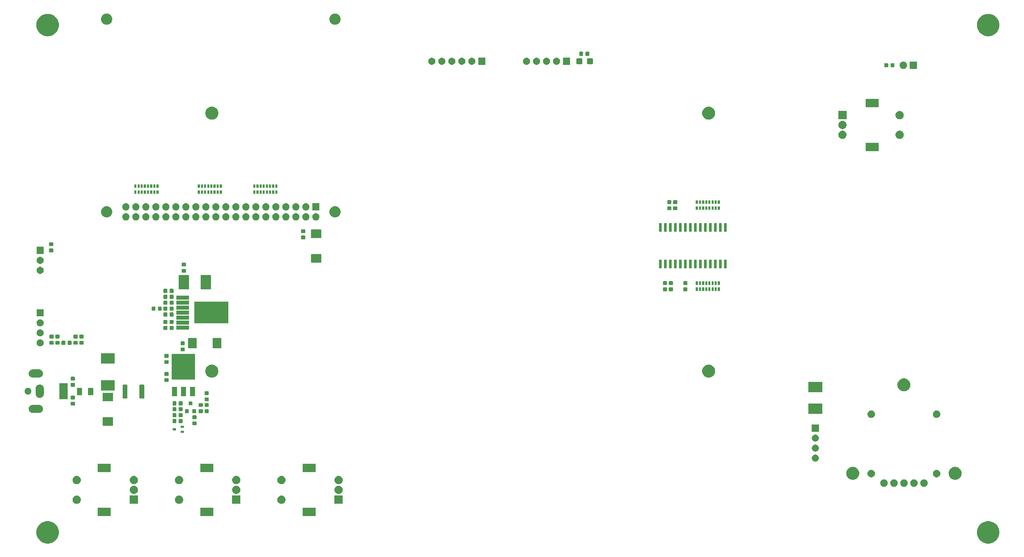
<source format=gbs>
G04 #@! TF.GenerationSoftware,KiCad,Pcbnew,(5.1.5)-3*
G04 #@! TF.CreationDate,2020-04-14T12:17:22+02:00*
G04 #@! TF.ProjectId,piHPSDR_Controller,70694850-5344-4525-9f43-6f6e74726f6c,rev?*
G04 #@! TF.SameCoordinates,Original*
G04 #@! TF.FileFunction,Soldermask,Bot*
G04 #@! TF.FilePolarity,Negative*
%FSLAX46Y46*%
G04 Gerber Fmt 4.6, Leading zero omitted, Abs format (unit mm)*
G04 Created by KiCad (PCBNEW (5.1.5)-3) date 2020-04-14 12:17:22*
%MOMM*%
%LPD*%
G04 APERTURE LIST*
%ADD10C,0.100000*%
G04 APERTURE END LIST*
D10*
G36*
X264631606Y-154658562D02*
G01*
X265150455Y-154873476D01*
X265617407Y-155185484D01*
X266014516Y-155582593D01*
X266326524Y-156049545D01*
X266541438Y-156568394D01*
X266651000Y-157119201D01*
X266651000Y-157680799D01*
X266541438Y-158231606D01*
X266326524Y-158750455D01*
X266014516Y-159217407D01*
X265617407Y-159614516D01*
X265150455Y-159926524D01*
X264631606Y-160141438D01*
X264080800Y-160251000D01*
X263519200Y-160251000D01*
X262968394Y-160141438D01*
X262449545Y-159926524D01*
X261982593Y-159614516D01*
X261585484Y-159217407D01*
X261273476Y-158750455D01*
X261058562Y-158231606D01*
X260949000Y-157680799D01*
X260949000Y-157119201D01*
X261058562Y-156568394D01*
X261273476Y-156049545D01*
X261585484Y-155582593D01*
X261982593Y-155185484D01*
X262449545Y-154873476D01*
X262968394Y-154658562D01*
X263519200Y-154549000D01*
X264080800Y-154549000D01*
X264631606Y-154658562D01*
G37*
G36*
X25731606Y-154658562D02*
G01*
X26250455Y-154873476D01*
X26717407Y-155185484D01*
X27114516Y-155582593D01*
X27426524Y-156049545D01*
X27641438Y-156568394D01*
X27751000Y-157119201D01*
X27751000Y-157680799D01*
X27641438Y-158231606D01*
X27426524Y-158750455D01*
X27114516Y-159217407D01*
X26717407Y-159614516D01*
X26250455Y-159926524D01*
X25731606Y-160141438D01*
X25180800Y-160251000D01*
X24619200Y-160251000D01*
X24068394Y-160141438D01*
X23549545Y-159926524D01*
X23082593Y-159614516D01*
X22685484Y-159217407D01*
X22373476Y-158750455D01*
X22158562Y-158231606D01*
X22049000Y-157680799D01*
X22049000Y-157119201D01*
X22158562Y-156568394D01*
X22373476Y-156049545D01*
X22685484Y-155582593D01*
X23082593Y-155185484D01*
X23549545Y-154873476D01*
X24068394Y-154658562D01*
X24619200Y-154549000D01*
X25180800Y-154549000D01*
X25731606Y-154658562D01*
G37*
G36*
X92951000Y-153251000D02*
G01*
X89649000Y-153251000D01*
X89649000Y-151149000D01*
X92951000Y-151149000D01*
X92951000Y-153251000D01*
G37*
G36*
X66951000Y-153251000D02*
G01*
X63649000Y-153251000D01*
X63649000Y-151149000D01*
X66951000Y-151149000D01*
X66951000Y-153251000D01*
G37*
G36*
X40951000Y-153251000D02*
G01*
X37649000Y-153251000D01*
X37649000Y-151149000D01*
X40951000Y-151149000D01*
X40951000Y-153251000D01*
G37*
G36*
X99851000Y-150151000D02*
G01*
X97749000Y-150151000D01*
X97749000Y-148049000D01*
X99851000Y-148049000D01*
X99851000Y-150151000D01*
G37*
G36*
X58606564Y-148089389D02*
G01*
X58797833Y-148168615D01*
X58797835Y-148168616D01*
X58969973Y-148283635D01*
X59116365Y-148430027D01*
X59231385Y-148602167D01*
X59310611Y-148793436D01*
X59351000Y-148996484D01*
X59351000Y-149203516D01*
X59310611Y-149406564D01*
X59231385Y-149597833D01*
X59231384Y-149597835D01*
X59116365Y-149769973D01*
X58969973Y-149916365D01*
X58797835Y-150031384D01*
X58797834Y-150031385D01*
X58797833Y-150031385D01*
X58606564Y-150110611D01*
X58403516Y-150151000D01*
X58196484Y-150151000D01*
X57993436Y-150110611D01*
X57802167Y-150031385D01*
X57802166Y-150031385D01*
X57802165Y-150031384D01*
X57630027Y-149916365D01*
X57483635Y-149769973D01*
X57368616Y-149597835D01*
X57368615Y-149597833D01*
X57289389Y-149406564D01*
X57249000Y-149203516D01*
X57249000Y-148996484D01*
X57289389Y-148793436D01*
X57368615Y-148602167D01*
X57483635Y-148430027D01*
X57630027Y-148283635D01*
X57802165Y-148168616D01*
X57802167Y-148168615D01*
X57993436Y-148089389D01*
X58196484Y-148049000D01*
X58403516Y-148049000D01*
X58606564Y-148089389D01*
G37*
G36*
X73851000Y-150151000D02*
G01*
X71749000Y-150151000D01*
X71749000Y-148049000D01*
X73851000Y-148049000D01*
X73851000Y-150151000D01*
G37*
G36*
X47851000Y-150151000D02*
G01*
X45749000Y-150151000D01*
X45749000Y-148049000D01*
X47851000Y-148049000D01*
X47851000Y-150151000D01*
G37*
G36*
X84606564Y-148089389D02*
G01*
X84797833Y-148168615D01*
X84797835Y-148168616D01*
X84969973Y-148283635D01*
X85116365Y-148430027D01*
X85231385Y-148602167D01*
X85310611Y-148793436D01*
X85351000Y-148996484D01*
X85351000Y-149203516D01*
X85310611Y-149406564D01*
X85231385Y-149597833D01*
X85231384Y-149597835D01*
X85116365Y-149769973D01*
X84969973Y-149916365D01*
X84797835Y-150031384D01*
X84797834Y-150031385D01*
X84797833Y-150031385D01*
X84606564Y-150110611D01*
X84403516Y-150151000D01*
X84196484Y-150151000D01*
X83993436Y-150110611D01*
X83802167Y-150031385D01*
X83802166Y-150031385D01*
X83802165Y-150031384D01*
X83630027Y-149916365D01*
X83483635Y-149769973D01*
X83368616Y-149597835D01*
X83368615Y-149597833D01*
X83289389Y-149406564D01*
X83249000Y-149203516D01*
X83249000Y-148996484D01*
X83289389Y-148793436D01*
X83368615Y-148602167D01*
X83483635Y-148430027D01*
X83630027Y-148283635D01*
X83802165Y-148168616D01*
X83802167Y-148168615D01*
X83993436Y-148089389D01*
X84196484Y-148049000D01*
X84403516Y-148049000D01*
X84606564Y-148089389D01*
G37*
G36*
X32606564Y-148089389D02*
G01*
X32797833Y-148168615D01*
X32797835Y-148168616D01*
X32969973Y-148283635D01*
X33116365Y-148430027D01*
X33231385Y-148602167D01*
X33310611Y-148793436D01*
X33351000Y-148996484D01*
X33351000Y-149203516D01*
X33310611Y-149406564D01*
X33231385Y-149597833D01*
X33231384Y-149597835D01*
X33116365Y-149769973D01*
X32969973Y-149916365D01*
X32797835Y-150031384D01*
X32797834Y-150031385D01*
X32797833Y-150031385D01*
X32606564Y-150110611D01*
X32403516Y-150151000D01*
X32196484Y-150151000D01*
X31993436Y-150110611D01*
X31802167Y-150031385D01*
X31802166Y-150031385D01*
X31802165Y-150031384D01*
X31630027Y-149916365D01*
X31483635Y-149769973D01*
X31368616Y-149597835D01*
X31368615Y-149597833D01*
X31289389Y-149406564D01*
X31249000Y-149203516D01*
X31249000Y-148996484D01*
X31289389Y-148793436D01*
X31368615Y-148602167D01*
X31483635Y-148430027D01*
X31630027Y-148283635D01*
X31802165Y-148168616D01*
X31802167Y-148168615D01*
X31993436Y-148089389D01*
X32196484Y-148049000D01*
X32403516Y-148049000D01*
X32606564Y-148089389D01*
G37*
G36*
X99106564Y-145589389D02*
G01*
X99297833Y-145668615D01*
X99297835Y-145668616D01*
X99348944Y-145702766D01*
X99469973Y-145783635D01*
X99616365Y-145930027D01*
X99731385Y-146102167D01*
X99810611Y-146293436D01*
X99851000Y-146496484D01*
X99851000Y-146703516D01*
X99810611Y-146906564D01*
X99731385Y-147097833D01*
X99731384Y-147097835D01*
X99616365Y-147269973D01*
X99469973Y-147416365D01*
X99297835Y-147531384D01*
X99297834Y-147531385D01*
X99297833Y-147531385D01*
X99106564Y-147610611D01*
X98903516Y-147651000D01*
X98696484Y-147651000D01*
X98493436Y-147610611D01*
X98302167Y-147531385D01*
X98302166Y-147531385D01*
X98302165Y-147531384D01*
X98130027Y-147416365D01*
X97983635Y-147269973D01*
X97868616Y-147097835D01*
X97868615Y-147097833D01*
X97789389Y-146906564D01*
X97749000Y-146703516D01*
X97749000Y-146496484D01*
X97789389Y-146293436D01*
X97868615Y-146102167D01*
X97983635Y-145930027D01*
X98130027Y-145783635D01*
X98251056Y-145702766D01*
X98302165Y-145668616D01*
X98302167Y-145668615D01*
X98493436Y-145589389D01*
X98696484Y-145549000D01*
X98903516Y-145549000D01*
X99106564Y-145589389D01*
G37*
G36*
X47106564Y-145589389D02*
G01*
X47297833Y-145668615D01*
X47297835Y-145668616D01*
X47348944Y-145702766D01*
X47469973Y-145783635D01*
X47616365Y-145930027D01*
X47731385Y-146102167D01*
X47810611Y-146293436D01*
X47851000Y-146496484D01*
X47851000Y-146703516D01*
X47810611Y-146906564D01*
X47731385Y-147097833D01*
X47731384Y-147097835D01*
X47616365Y-147269973D01*
X47469973Y-147416365D01*
X47297835Y-147531384D01*
X47297834Y-147531385D01*
X47297833Y-147531385D01*
X47106564Y-147610611D01*
X46903516Y-147651000D01*
X46696484Y-147651000D01*
X46493436Y-147610611D01*
X46302167Y-147531385D01*
X46302166Y-147531385D01*
X46302165Y-147531384D01*
X46130027Y-147416365D01*
X45983635Y-147269973D01*
X45868616Y-147097835D01*
X45868615Y-147097833D01*
X45789389Y-146906564D01*
X45749000Y-146703516D01*
X45749000Y-146496484D01*
X45789389Y-146293436D01*
X45868615Y-146102167D01*
X45983635Y-145930027D01*
X46130027Y-145783635D01*
X46251056Y-145702766D01*
X46302165Y-145668616D01*
X46302167Y-145668615D01*
X46493436Y-145589389D01*
X46696484Y-145549000D01*
X46903516Y-145549000D01*
X47106564Y-145589389D01*
G37*
G36*
X73106564Y-145589389D02*
G01*
X73297833Y-145668615D01*
X73297835Y-145668616D01*
X73348944Y-145702766D01*
X73469973Y-145783635D01*
X73616365Y-145930027D01*
X73731385Y-146102167D01*
X73810611Y-146293436D01*
X73851000Y-146496484D01*
X73851000Y-146703516D01*
X73810611Y-146906564D01*
X73731385Y-147097833D01*
X73731384Y-147097835D01*
X73616365Y-147269973D01*
X73469973Y-147416365D01*
X73297835Y-147531384D01*
X73297834Y-147531385D01*
X73297833Y-147531385D01*
X73106564Y-147610611D01*
X72903516Y-147651000D01*
X72696484Y-147651000D01*
X72493436Y-147610611D01*
X72302167Y-147531385D01*
X72302166Y-147531385D01*
X72302165Y-147531384D01*
X72130027Y-147416365D01*
X71983635Y-147269973D01*
X71868616Y-147097835D01*
X71868615Y-147097833D01*
X71789389Y-146906564D01*
X71749000Y-146703516D01*
X71749000Y-146496484D01*
X71789389Y-146293436D01*
X71868615Y-146102167D01*
X71983635Y-145930027D01*
X72130027Y-145783635D01*
X72251056Y-145702766D01*
X72302165Y-145668616D01*
X72302167Y-145668615D01*
X72493436Y-145589389D01*
X72696484Y-145549000D01*
X72903516Y-145549000D01*
X73106564Y-145589389D01*
G37*
G36*
X237597395Y-143945546D02*
G01*
X237770466Y-144017234D01*
X237770467Y-144017235D01*
X237926227Y-144121310D01*
X238058690Y-144253773D01*
X238058691Y-144253775D01*
X238162766Y-144409534D01*
X238234454Y-144582605D01*
X238271000Y-144766333D01*
X238271000Y-144953667D01*
X238234454Y-145137395D01*
X238162766Y-145310466D01*
X238162765Y-145310467D01*
X238058690Y-145466227D01*
X237926227Y-145598690D01*
X237847818Y-145651081D01*
X237770466Y-145702766D01*
X237597395Y-145774454D01*
X237413667Y-145811000D01*
X237226333Y-145811000D01*
X237042605Y-145774454D01*
X236869534Y-145702766D01*
X236792182Y-145651081D01*
X236713773Y-145598690D01*
X236581310Y-145466227D01*
X236477235Y-145310467D01*
X236477234Y-145310466D01*
X236405546Y-145137395D01*
X236369000Y-144953667D01*
X236369000Y-144766333D01*
X236405546Y-144582605D01*
X236477234Y-144409534D01*
X236581309Y-144253775D01*
X236581310Y-144253773D01*
X236713773Y-144121310D01*
X236869533Y-144017235D01*
X236869534Y-144017234D01*
X237042605Y-143945546D01*
X237226333Y-143909000D01*
X237413667Y-143909000D01*
X237597395Y-143945546D01*
G37*
G36*
X247757395Y-143945546D02*
G01*
X247930466Y-144017234D01*
X247930467Y-144017235D01*
X248086227Y-144121310D01*
X248218690Y-144253773D01*
X248218691Y-144253775D01*
X248322766Y-144409534D01*
X248394454Y-144582605D01*
X248431000Y-144766333D01*
X248431000Y-144953667D01*
X248394454Y-145137395D01*
X248322766Y-145310466D01*
X248322765Y-145310467D01*
X248218690Y-145466227D01*
X248086227Y-145598690D01*
X248007818Y-145651081D01*
X247930466Y-145702766D01*
X247757395Y-145774454D01*
X247573667Y-145811000D01*
X247386333Y-145811000D01*
X247202605Y-145774454D01*
X247029534Y-145702766D01*
X246952182Y-145651081D01*
X246873773Y-145598690D01*
X246741310Y-145466227D01*
X246637235Y-145310467D01*
X246637234Y-145310466D01*
X246565546Y-145137395D01*
X246529000Y-144953667D01*
X246529000Y-144766333D01*
X246565546Y-144582605D01*
X246637234Y-144409534D01*
X246741309Y-144253775D01*
X246741310Y-144253773D01*
X246873773Y-144121310D01*
X247029533Y-144017235D01*
X247029534Y-144017234D01*
X247202605Y-143945546D01*
X247386333Y-143909000D01*
X247573667Y-143909000D01*
X247757395Y-143945546D01*
G37*
G36*
X245217395Y-143945546D02*
G01*
X245390466Y-144017234D01*
X245390467Y-144017235D01*
X245546227Y-144121310D01*
X245678690Y-144253773D01*
X245678691Y-144253775D01*
X245782766Y-144409534D01*
X245854454Y-144582605D01*
X245891000Y-144766333D01*
X245891000Y-144953667D01*
X245854454Y-145137395D01*
X245782766Y-145310466D01*
X245782765Y-145310467D01*
X245678690Y-145466227D01*
X245546227Y-145598690D01*
X245467818Y-145651081D01*
X245390466Y-145702766D01*
X245217395Y-145774454D01*
X245033667Y-145811000D01*
X244846333Y-145811000D01*
X244662605Y-145774454D01*
X244489534Y-145702766D01*
X244412182Y-145651081D01*
X244333773Y-145598690D01*
X244201310Y-145466227D01*
X244097235Y-145310467D01*
X244097234Y-145310466D01*
X244025546Y-145137395D01*
X243989000Y-144953667D01*
X243989000Y-144766333D01*
X244025546Y-144582605D01*
X244097234Y-144409534D01*
X244201309Y-144253775D01*
X244201310Y-144253773D01*
X244333773Y-144121310D01*
X244489533Y-144017235D01*
X244489534Y-144017234D01*
X244662605Y-143945546D01*
X244846333Y-143909000D01*
X245033667Y-143909000D01*
X245217395Y-143945546D01*
G37*
G36*
X240137395Y-143945546D02*
G01*
X240310466Y-144017234D01*
X240310467Y-144017235D01*
X240466227Y-144121310D01*
X240598690Y-144253773D01*
X240598691Y-144253775D01*
X240702766Y-144409534D01*
X240774454Y-144582605D01*
X240811000Y-144766333D01*
X240811000Y-144953667D01*
X240774454Y-145137395D01*
X240702766Y-145310466D01*
X240702765Y-145310467D01*
X240598690Y-145466227D01*
X240466227Y-145598690D01*
X240387818Y-145651081D01*
X240310466Y-145702766D01*
X240137395Y-145774454D01*
X239953667Y-145811000D01*
X239766333Y-145811000D01*
X239582605Y-145774454D01*
X239409534Y-145702766D01*
X239332182Y-145651081D01*
X239253773Y-145598690D01*
X239121310Y-145466227D01*
X239017235Y-145310467D01*
X239017234Y-145310466D01*
X238945546Y-145137395D01*
X238909000Y-144953667D01*
X238909000Y-144766333D01*
X238945546Y-144582605D01*
X239017234Y-144409534D01*
X239121309Y-144253775D01*
X239121310Y-144253773D01*
X239253773Y-144121310D01*
X239409533Y-144017235D01*
X239409534Y-144017234D01*
X239582605Y-143945546D01*
X239766333Y-143909000D01*
X239953667Y-143909000D01*
X240137395Y-143945546D01*
G37*
G36*
X242677395Y-143945546D02*
G01*
X242850466Y-144017234D01*
X242850467Y-144017235D01*
X243006227Y-144121310D01*
X243138690Y-144253773D01*
X243138691Y-144253775D01*
X243242766Y-144409534D01*
X243314454Y-144582605D01*
X243351000Y-144766333D01*
X243351000Y-144953667D01*
X243314454Y-145137395D01*
X243242766Y-145310466D01*
X243242765Y-145310467D01*
X243138690Y-145466227D01*
X243006227Y-145598690D01*
X242927818Y-145651081D01*
X242850466Y-145702766D01*
X242677395Y-145774454D01*
X242493667Y-145811000D01*
X242306333Y-145811000D01*
X242122605Y-145774454D01*
X241949534Y-145702766D01*
X241872182Y-145651081D01*
X241793773Y-145598690D01*
X241661310Y-145466227D01*
X241557235Y-145310467D01*
X241557234Y-145310466D01*
X241485546Y-145137395D01*
X241449000Y-144953667D01*
X241449000Y-144766333D01*
X241485546Y-144582605D01*
X241557234Y-144409534D01*
X241661309Y-144253775D01*
X241661310Y-144253773D01*
X241793773Y-144121310D01*
X241949533Y-144017235D01*
X241949534Y-144017234D01*
X242122605Y-143945546D01*
X242306333Y-143909000D01*
X242493667Y-143909000D01*
X242677395Y-143945546D01*
G37*
G36*
X84606564Y-143089389D02*
G01*
X84797833Y-143168615D01*
X84797835Y-143168616D01*
X84827879Y-143188691D01*
X84969973Y-143283635D01*
X85116365Y-143430027D01*
X85231385Y-143602167D01*
X85310611Y-143793436D01*
X85351000Y-143996484D01*
X85351000Y-144203516D01*
X85310611Y-144406564D01*
X85231385Y-144597833D01*
X85231384Y-144597835D01*
X85116365Y-144769973D01*
X84969973Y-144916365D01*
X84797835Y-145031384D01*
X84797834Y-145031385D01*
X84797833Y-145031385D01*
X84606564Y-145110611D01*
X84403516Y-145151000D01*
X84196484Y-145151000D01*
X83993436Y-145110611D01*
X83802167Y-145031385D01*
X83802166Y-145031385D01*
X83802165Y-145031384D01*
X83630027Y-144916365D01*
X83483635Y-144769973D01*
X83368616Y-144597835D01*
X83368615Y-144597833D01*
X83289389Y-144406564D01*
X83249000Y-144203516D01*
X83249000Y-143996484D01*
X83289389Y-143793436D01*
X83368615Y-143602167D01*
X83483635Y-143430027D01*
X83630027Y-143283635D01*
X83772121Y-143188691D01*
X83802165Y-143168616D01*
X83802167Y-143168615D01*
X83993436Y-143089389D01*
X84196484Y-143049000D01*
X84403516Y-143049000D01*
X84606564Y-143089389D01*
G37*
G36*
X99106564Y-143089389D02*
G01*
X99297833Y-143168615D01*
X99297835Y-143168616D01*
X99327879Y-143188691D01*
X99469973Y-143283635D01*
X99616365Y-143430027D01*
X99731385Y-143602167D01*
X99810611Y-143793436D01*
X99851000Y-143996484D01*
X99851000Y-144203516D01*
X99810611Y-144406564D01*
X99731385Y-144597833D01*
X99731384Y-144597835D01*
X99616365Y-144769973D01*
X99469973Y-144916365D01*
X99297835Y-145031384D01*
X99297834Y-145031385D01*
X99297833Y-145031385D01*
X99106564Y-145110611D01*
X98903516Y-145151000D01*
X98696484Y-145151000D01*
X98493436Y-145110611D01*
X98302167Y-145031385D01*
X98302166Y-145031385D01*
X98302165Y-145031384D01*
X98130027Y-144916365D01*
X97983635Y-144769973D01*
X97868616Y-144597835D01*
X97868615Y-144597833D01*
X97789389Y-144406564D01*
X97749000Y-144203516D01*
X97749000Y-143996484D01*
X97789389Y-143793436D01*
X97868615Y-143602167D01*
X97983635Y-143430027D01*
X98130027Y-143283635D01*
X98272121Y-143188691D01*
X98302165Y-143168616D01*
X98302167Y-143168615D01*
X98493436Y-143089389D01*
X98696484Y-143049000D01*
X98903516Y-143049000D01*
X99106564Y-143089389D01*
G37*
G36*
X73106564Y-143089389D02*
G01*
X73297833Y-143168615D01*
X73297835Y-143168616D01*
X73327879Y-143188691D01*
X73469973Y-143283635D01*
X73616365Y-143430027D01*
X73731385Y-143602167D01*
X73810611Y-143793436D01*
X73851000Y-143996484D01*
X73851000Y-144203516D01*
X73810611Y-144406564D01*
X73731385Y-144597833D01*
X73731384Y-144597835D01*
X73616365Y-144769973D01*
X73469973Y-144916365D01*
X73297835Y-145031384D01*
X73297834Y-145031385D01*
X73297833Y-145031385D01*
X73106564Y-145110611D01*
X72903516Y-145151000D01*
X72696484Y-145151000D01*
X72493436Y-145110611D01*
X72302167Y-145031385D01*
X72302166Y-145031385D01*
X72302165Y-145031384D01*
X72130027Y-144916365D01*
X71983635Y-144769973D01*
X71868616Y-144597835D01*
X71868615Y-144597833D01*
X71789389Y-144406564D01*
X71749000Y-144203516D01*
X71749000Y-143996484D01*
X71789389Y-143793436D01*
X71868615Y-143602167D01*
X71983635Y-143430027D01*
X72130027Y-143283635D01*
X72272121Y-143188691D01*
X72302165Y-143168616D01*
X72302167Y-143168615D01*
X72493436Y-143089389D01*
X72696484Y-143049000D01*
X72903516Y-143049000D01*
X73106564Y-143089389D01*
G37*
G36*
X58606564Y-143089389D02*
G01*
X58797833Y-143168615D01*
X58797835Y-143168616D01*
X58827879Y-143188691D01*
X58969973Y-143283635D01*
X59116365Y-143430027D01*
X59231385Y-143602167D01*
X59310611Y-143793436D01*
X59351000Y-143996484D01*
X59351000Y-144203516D01*
X59310611Y-144406564D01*
X59231385Y-144597833D01*
X59231384Y-144597835D01*
X59116365Y-144769973D01*
X58969973Y-144916365D01*
X58797835Y-145031384D01*
X58797834Y-145031385D01*
X58797833Y-145031385D01*
X58606564Y-145110611D01*
X58403516Y-145151000D01*
X58196484Y-145151000D01*
X57993436Y-145110611D01*
X57802167Y-145031385D01*
X57802166Y-145031385D01*
X57802165Y-145031384D01*
X57630027Y-144916365D01*
X57483635Y-144769973D01*
X57368616Y-144597835D01*
X57368615Y-144597833D01*
X57289389Y-144406564D01*
X57249000Y-144203516D01*
X57249000Y-143996484D01*
X57289389Y-143793436D01*
X57368615Y-143602167D01*
X57483635Y-143430027D01*
X57630027Y-143283635D01*
X57772121Y-143188691D01*
X57802165Y-143168616D01*
X57802167Y-143168615D01*
X57993436Y-143089389D01*
X58196484Y-143049000D01*
X58403516Y-143049000D01*
X58606564Y-143089389D01*
G37*
G36*
X47106564Y-143089389D02*
G01*
X47297833Y-143168615D01*
X47297835Y-143168616D01*
X47327879Y-143188691D01*
X47469973Y-143283635D01*
X47616365Y-143430027D01*
X47731385Y-143602167D01*
X47810611Y-143793436D01*
X47851000Y-143996484D01*
X47851000Y-144203516D01*
X47810611Y-144406564D01*
X47731385Y-144597833D01*
X47731384Y-144597835D01*
X47616365Y-144769973D01*
X47469973Y-144916365D01*
X47297835Y-145031384D01*
X47297834Y-145031385D01*
X47297833Y-145031385D01*
X47106564Y-145110611D01*
X46903516Y-145151000D01*
X46696484Y-145151000D01*
X46493436Y-145110611D01*
X46302167Y-145031385D01*
X46302166Y-145031385D01*
X46302165Y-145031384D01*
X46130027Y-144916365D01*
X45983635Y-144769973D01*
X45868616Y-144597835D01*
X45868615Y-144597833D01*
X45789389Y-144406564D01*
X45749000Y-144203516D01*
X45749000Y-143996484D01*
X45789389Y-143793436D01*
X45868615Y-143602167D01*
X45983635Y-143430027D01*
X46130027Y-143283635D01*
X46272121Y-143188691D01*
X46302165Y-143168616D01*
X46302167Y-143168615D01*
X46493436Y-143089389D01*
X46696484Y-143049000D01*
X46903516Y-143049000D01*
X47106564Y-143089389D01*
G37*
G36*
X32606564Y-143089389D02*
G01*
X32797833Y-143168615D01*
X32797835Y-143168616D01*
X32827879Y-143188691D01*
X32969973Y-143283635D01*
X33116365Y-143430027D01*
X33231385Y-143602167D01*
X33310611Y-143793436D01*
X33351000Y-143996484D01*
X33351000Y-144203516D01*
X33310611Y-144406564D01*
X33231385Y-144597833D01*
X33231384Y-144597835D01*
X33116365Y-144769973D01*
X32969973Y-144916365D01*
X32797835Y-145031384D01*
X32797834Y-145031385D01*
X32797833Y-145031385D01*
X32606564Y-145110611D01*
X32403516Y-145151000D01*
X32196484Y-145151000D01*
X31993436Y-145110611D01*
X31802167Y-145031385D01*
X31802166Y-145031385D01*
X31802165Y-145031384D01*
X31630027Y-144916365D01*
X31483635Y-144769973D01*
X31368616Y-144597835D01*
X31368615Y-144597833D01*
X31289389Y-144406564D01*
X31249000Y-144203516D01*
X31249000Y-143996484D01*
X31289389Y-143793436D01*
X31368615Y-143602167D01*
X31483635Y-143430027D01*
X31630027Y-143283635D01*
X31772121Y-143188691D01*
X31802165Y-143168616D01*
X31802167Y-143168615D01*
X31993436Y-143089389D01*
X32196484Y-143049000D01*
X32403516Y-143049000D01*
X32606564Y-143089389D01*
G37*
G36*
X255775256Y-140791298D02*
G01*
X255881579Y-140812447D01*
X256182042Y-140936903D01*
X256452451Y-141117585D01*
X256682415Y-141347549D01*
X256863097Y-141617958D01*
X256956634Y-141843775D01*
X256987553Y-141918422D01*
X257038114Y-142172605D01*
X257051000Y-142237391D01*
X257051000Y-142562609D01*
X256987553Y-142881579D01*
X256863097Y-143182042D01*
X256682415Y-143452451D01*
X256452451Y-143682415D01*
X256182042Y-143863097D01*
X255881579Y-143987553D01*
X255775256Y-144008702D01*
X255562611Y-144051000D01*
X255237389Y-144051000D01*
X255024744Y-144008702D01*
X254918421Y-143987553D01*
X254617958Y-143863097D01*
X254347549Y-143682415D01*
X254117585Y-143452451D01*
X253936903Y-143182042D01*
X253812447Y-142881579D01*
X253749000Y-142562609D01*
X253749000Y-142237391D01*
X253761887Y-142172605D01*
X253812447Y-141918422D01*
X253843367Y-141843775D01*
X253936903Y-141617958D01*
X254117585Y-141347549D01*
X254347549Y-141117585D01*
X254617958Y-140936903D01*
X254918421Y-140812447D01*
X255024744Y-140791298D01*
X255237389Y-140749000D01*
X255562611Y-140749000D01*
X255775256Y-140791298D01*
G37*
G36*
X229775256Y-140791298D02*
G01*
X229881579Y-140812447D01*
X230182042Y-140936903D01*
X230452451Y-141117585D01*
X230682415Y-141347549D01*
X230863097Y-141617958D01*
X230956634Y-141843775D01*
X230987553Y-141918422D01*
X231038114Y-142172605D01*
X231051000Y-142237391D01*
X231051000Y-142562609D01*
X230987553Y-142881579D01*
X230863097Y-143182042D01*
X230682415Y-143452451D01*
X230452451Y-143682415D01*
X230182042Y-143863097D01*
X229881579Y-143987553D01*
X229775256Y-144008702D01*
X229562611Y-144051000D01*
X229237389Y-144051000D01*
X229024744Y-144008702D01*
X228918421Y-143987553D01*
X228617958Y-143863097D01*
X228347549Y-143682415D01*
X228117585Y-143452451D01*
X227936903Y-143182042D01*
X227812447Y-142881579D01*
X227749000Y-142562609D01*
X227749000Y-142237391D01*
X227761887Y-142172605D01*
X227812447Y-141918422D01*
X227843367Y-141843775D01*
X227936903Y-141617958D01*
X228117585Y-141347549D01*
X228347549Y-141117585D01*
X228617958Y-140936903D01*
X228918421Y-140812447D01*
X229024744Y-140791298D01*
X229237389Y-140749000D01*
X229562611Y-140749000D01*
X229775256Y-140791298D01*
G37*
G36*
X250977395Y-141535546D02*
G01*
X251150466Y-141607234D01*
X251227818Y-141658919D01*
X251306227Y-141711310D01*
X251438690Y-141843773D01*
X251438691Y-141843775D01*
X251542766Y-141999534D01*
X251614454Y-142172605D01*
X251651000Y-142356333D01*
X251651000Y-142543667D01*
X251614454Y-142727395D01*
X251542766Y-142900466D01*
X251542765Y-142900467D01*
X251438690Y-143056227D01*
X251306227Y-143188690D01*
X251227818Y-143241081D01*
X251150466Y-143292766D01*
X250977395Y-143364454D01*
X250793667Y-143401000D01*
X250606333Y-143401000D01*
X250422605Y-143364454D01*
X250249534Y-143292766D01*
X250172182Y-143241081D01*
X250093773Y-143188690D01*
X249961310Y-143056227D01*
X249857235Y-142900467D01*
X249857234Y-142900466D01*
X249785546Y-142727395D01*
X249749000Y-142543667D01*
X249749000Y-142356333D01*
X249785546Y-142172605D01*
X249857234Y-141999534D01*
X249961309Y-141843775D01*
X249961310Y-141843773D01*
X250093773Y-141711310D01*
X250172182Y-141658919D01*
X250249534Y-141607234D01*
X250422605Y-141535546D01*
X250606333Y-141499000D01*
X250793667Y-141499000D01*
X250977395Y-141535546D01*
G37*
G36*
X234377395Y-141535546D02*
G01*
X234550466Y-141607234D01*
X234627818Y-141658919D01*
X234706227Y-141711310D01*
X234838690Y-141843773D01*
X234838691Y-141843775D01*
X234942766Y-141999534D01*
X235014454Y-142172605D01*
X235051000Y-142356333D01*
X235051000Y-142543667D01*
X235014454Y-142727395D01*
X234942766Y-142900466D01*
X234942765Y-142900467D01*
X234838690Y-143056227D01*
X234706227Y-143188690D01*
X234627818Y-143241081D01*
X234550466Y-143292766D01*
X234377395Y-143364454D01*
X234193667Y-143401000D01*
X234006333Y-143401000D01*
X233822605Y-143364454D01*
X233649534Y-143292766D01*
X233572182Y-143241081D01*
X233493773Y-143188690D01*
X233361310Y-143056227D01*
X233257235Y-142900467D01*
X233257234Y-142900466D01*
X233185546Y-142727395D01*
X233149000Y-142543667D01*
X233149000Y-142356333D01*
X233185546Y-142172605D01*
X233257234Y-141999534D01*
X233361309Y-141843775D01*
X233361310Y-141843773D01*
X233493773Y-141711310D01*
X233572182Y-141658919D01*
X233649534Y-141607234D01*
X233822605Y-141535546D01*
X234006333Y-141499000D01*
X234193667Y-141499000D01*
X234377395Y-141535546D01*
G37*
G36*
X92951000Y-142051000D02*
G01*
X89649000Y-142051000D01*
X89649000Y-139949000D01*
X92951000Y-139949000D01*
X92951000Y-142051000D01*
G37*
G36*
X66951000Y-142051000D02*
G01*
X63649000Y-142051000D01*
X63649000Y-139949000D01*
X66951000Y-139949000D01*
X66951000Y-142051000D01*
G37*
G36*
X40951000Y-142051000D02*
G01*
X37649000Y-142051000D01*
X37649000Y-139949000D01*
X40951000Y-139949000D01*
X40951000Y-142051000D01*
G37*
G36*
X220013512Y-137623927D02*
G01*
X220162812Y-137653624D01*
X220326784Y-137721544D01*
X220474354Y-137820147D01*
X220599853Y-137945646D01*
X220698456Y-138093216D01*
X220766376Y-138257188D01*
X220801000Y-138431259D01*
X220801000Y-138608741D01*
X220766376Y-138782812D01*
X220698456Y-138946784D01*
X220599853Y-139094354D01*
X220474354Y-139219853D01*
X220326784Y-139318456D01*
X220162812Y-139386376D01*
X220013512Y-139416073D01*
X219988742Y-139421000D01*
X219811258Y-139421000D01*
X219786488Y-139416073D01*
X219637188Y-139386376D01*
X219473216Y-139318456D01*
X219325646Y-139219853D01*
X219200147Y-139094354D01*
X219101544Y-138946784D01*
X219033624Y-138782812D01*
X218999000Y-138608741D01*
X218999000Y-138431259D01*
X219033624Y-138257188D01*
X219101544Y-138093216D01*
X219200147Y-137945646D01*
X219325646Y-137820147D01*
X219473216Y-137721544D01*
X219637188Y-137653624D01*
X219786488Y-137623927D01*
X219811258Y-137619000D01*
X219988742Y-137619000D01*
X220013512Y-137623927D01*
G37*
G36*
X220013512Y-135083927D02*
G01*
X220162812Y-135113624D01*
X220326784Y-135181544D01*
X220474354Y-135280147D01*
X220599853Y-135405646D01*
X220698456Y-135553216D01*
X220766376Y-135717188D01*
X220801000Y-135891259D01*
X220801000Y-136068741D01*
X220766376Y-136242812D01*
X220698456Y-136406784D01*
X220599853Y-136554354D01*
X220474354Y-136679853D01*
X220326784Y-136778456D01*
X220162812Y-136846376D01*
X220013512Y-136876073D01*
X219988742Y-136881000D01*
X219811258Y-136881000D01*
X219786488Y-136876073D01*
X219637188Y-136846376D01*
X219473216Y-136778456D01*
X219325646Y-136679853D01*
X219200147Y-136554354D01*
X219101544Y-136406784D01*
X219033624Y-136242812D01*
X218999000Y-136068741D01*
X218999000Y-135891259D01*
X219033624Y-135717188D01*
X219101544Y-135553216D01*
X219200147Y-135405646D01*
X219325646Y-135280147D01*
X219473216Y-135181544D01*
X219637188Y-135113624D01*
X219786488Y-135083927D01*
X219811258Y-135079000D01*
X219988742Y-135079000D01*
X220013512Y-135083927D01*
G37*
G36*
X220013512Y-132543927D02*
G01*
X220162812Y-132573624D01*
X220326784Y-132641544D01*
X220474354Y-132740147D01*
X220599853Y-132865646D01*
X220698456Y-133013216D01*
X220766376Y-133177188D01*
X220801000Y-133351259D01*
X220801000Y-133528741D01*
X220766376Y-133702812D01*
X220698456Y-133866784D01*
X220599853Y-134014354D01*
X220474354Y-134139853D01*
X220326784Y-134238456D01*
X220162812Y-134306376D01*
X220013512Y-134336073D01*
X219988742Y-134341000D01*
X219811258Y-134341000D01*
X219786488Y-134336073D01*
X219637188Y-134306376D01*
X219473216Y-134238456D01*
X219325646Y-134139853D01*
X219200147Y-134014354D01*
X219101544Y-133866784D01*
X219033624Y-133702812D01*
X218999000Y-133528741D01*
X218999000Y-133351259D01*
X219033624Y-133177188D01*
X219101544Y-133013216D01*
X219200147Y-132865646D01*
X219325646Y-132740147D01*
X219473216Y-132641544D01*
X219637188Y-132573624D01*
X219786488Y-132543927D01*
X219811258Y-132539000D01*
X219988742Y-132539000D01*
X220013512Y-132543927D01*
G37*
G36*
X59501000Y-132126000D02*
G01*
X58699000Y-132126000D01*
X58699000Y-131574000D01*
X59501000Y-131574000D01*
X59501000Y-132126000D01*
G37*
G36*
X220801000Y-131801000D02*
G01*
X218999000Y-131801000D01*
X218999000Y-129999000D01*
X220801000Y-129999000D01*
X220801000Y-131801000D01*
G37*
G36*
X57501000Y-131476000D02*
G01*
X56699000Y-131476000D01*
X56699000Y-130924000D01*
X57501000Y-130924000D01*
X57501000Y-131476000D01*
G37*
G36*
X59501000Y-130826000D02*
G01*
X58699000Y-130826000D01*
X58699000Y-130274000D01*
X59501000Y-130274000D01*
X59501000Y-130826000D01*
G37*
G36*
X41391132Y-128127810D02*
G01*
X41422423Y-128137302D01*
X41451263Y-128152717D01*
X41476539Y-128173461D01*
X41497283Y-128198737D01*
X41512698Y-128227577D01*
X41522190Y-128258868D01*
X41526000Y-128297551D01*
X41526000Y-130127449D01*
X41522190Y-130166132D01*
X41512698Y-130197423D01*
X41497283Y-130226263D01*
X41476539Y-130251539D01*
X41451263Y-130272283D01*
X41422423Y-130287698D01*
X41391132Y-130297190D01*
X41352449Y-130301000D01*
X39047551Y-130301000D01*
X39008868Y-130297190D01*
X38977577Y-130287698D01*
X38948737Y-130272283D01*
X38923461Y-130251539D01*
X38902717Y-130226263D01*
X38887302Y-130197423D01*
X38877810Y-130166132D01*
X38874000Y-130127449D01*
X38874000Y-128297551D01*
X38877810Y-128258868D01*
X38887302Y-128227577D01*
X38902717Y-128198737D01*
X38923461Y-128173461D01*
X38948737Y-128152717D01*
X38977577Y-128137302D01*
X39008868Y-128127810D01*
X39047551Y-128124000D01*
X41352449Y-128124000D01*
X41391132Y-128127810D01*
G37*
G36*
X62579591Y-129203085D02*
G01*
X62613569Y-129213393D01*
X62644890Y-129230134D01*
X62672339Y-129252661D01*
X62694866Y-129280110D01*
X62711607Y-129311431D01*
X62721915Y-129345409D01*
X62726000Y-129386890D01*
X62726000Y-129988110D01*
X62721915Y-130029591D01*
X62711607Y-130063569D01*
X62694866Y-130094890D01*
X62672339Y-130122339D01*
X62644890Y-130144866D01*
X62613569Y-130161607D01*
X62579591Y-130171915D01*
X62538110Y-130176000D01*
X61861890Y-130176000D01*
X61820409Y-130171915D01*
X61786431Y-130161607D01*
X61755110Y-130144866D01*
X61727661Y-130122339D01*
X61705134Y-130094890D01*
X61688393Y-130063569D01*
X61678085Y-130029591D01*
X61674000Y-129988110D01*
X61674000Y-129386890D01*
X61678085Y-129345409D01*
X61688393Y-129311431D01*
X61705134Y-129280110D01*
X61727661Y-129252661D01*
X61755110Y-129230134D01*
X61786431Y-129213393D01*
X61820409Y-129203085D01*
X61861890Y-129199000D01*
X62538110Y-129199000D01*
X62579591Y-129203085D01*
G37*
G36*
X57454591Y-128578085D02*
G01*
X57488569Y-128588393D01*
X57519890Y-128605134D01*
X57547339Y-128627661D01*
X57569866Y-128655110D01*
X57586607Y-128686431D01*
X57596915Y-128720409D01*
X57601000Y-128761890D01*
X57601000Y-129438110D01*
X57596915Y-129479591D01*
X57586607Y-129513569D01*
X57569866Y-129544890D01*
X57547339Y-129572339D01*
X57519890Y-129594866D01*
X57488569Y-129611607D01*
X57454591Y-129621915D01*
X57413110Y-129626000D01*
X56811890Y-129626000D01*
X56770409Y-129621915D01*
X56736431Y-129611607D01*
X56705110Y-129594866D01*
X56677661Y-129572339D01*
X56655134Y-129544890D01*
X56638393Y-129513569D01*
X56628085Y-129479591D01*
X56624000Y-129438110D01*
X56624000Y-128761890D01*
X56628085Y-128720409D01*
X56638393Y-128686431D01*
X56655134Y-128655110D01*
X56677661Y-128627661D01*
X56705110Y-128605134D01*
X56736431Y-128588393D01*
X56770409Y-128578085D01*
X56811890Y-128574000D01*
X57413110Y-128574000D01*
X57454591Y-128578085D01*
G37*
G36*
X59029591Y-128578085D02*
G01*
X59063569Y-128588393D01*
X59094890Y-128605134D01*
X59122339Y-128627661D01*
X59144866Y-128655110D01*
X59161607Y-128686431D01*
X59171915Y-128720409D01*
X59176000Y-128761890D01*
X59176000Y-129438110D01*
X59171915Y-129479591D01*
X59161607Y-129513569D01*
X59144866Y-129544890D01*
X59122339Y-129572339D01*
X59094890Y-129594866D01*
X59063569Y-129611607D01*
X59029591Y-129621915D01*
X58988110Y-129626000D01*
X58386890Y-129626000D01*
X58345409Y-129621915D01*
X58311431Y-129611607D01*
X58280110Y-129594866D01*
X58252661Y-129572339D01*
X58230134Y-129544890D01*
X58213393Y-129513569D01*
X58203085Y-129479591D01*
X58199000Y-129438110D01*
X58199000Y-128761890D01*
X58203085Y-128720409D01*
X58213393Y-128686431D01*
X58230134Y-128655110D01*
X58252661Y-128627661D01*
X58280110Y-128605134D01*
X58311431Y-128588393D01*
X58345409Y-128578085D01*
X58386890Y-128574000D01*
X58988110Y-128574000D01*
X59029591Y-128578085D01*
G37*
G36*
X62579591Y-127628085D02*
G01*
X62613569Y-127638393D01*
X62644890Y-127655134D01*
X62672339Y-127677661D01*
X62694866Y-127705110D01*
X62711607Y-127736431D01*
X62721915Y-127770409D01*
X62726000Y-127811890D01*
X62726000Y-128413110D01*
X62721915Y-128454591D01*
X62711607Y-128488569D01*
X62694866Y-128519890D01*
X62672339Y-128547339D01*
X62644890Y-128569866D01*
X62613569Y-128586607D01*
X62579591Y-128596915D01*
X62538110Y-128601000D01*
X61861890Y-128601000D01*
X61820409Y-128596915D01*
X61786431Y-128586607D01*
X61755110Y-128569866D01*
X61727661Y-128547339D01*
X61705134Y-128519890D01*
X61688393Y-128488569D01*
X61678085Y-128454591D01*
X61674000Y-128413110D01*
X61674000Y-127811890D01*
X61678085Y-127770409D01*
X61688393Y-127736431D01*
X61705134Y-127705110D01*
X61727661Y-127677661D01*
X61755110Y-127655134D01*
X61786431Y-127638393D01*
X61820409Y-127628085D01*
X61861890Y-127624000D01*
X62538110Y-127624000D01*
X62579591Y-127628085D01*
G37*
G36*
X250977395Y-126435546D02*
G01*
X251150466Y-126507234D01*
X251150467Y-126507235D01*
X251306227Y-126611310D01*
X251438690Y-126743773D01*
X251438691Y-126743775D01*
X251542766Y-126899534D01*
X251614454Y-127072605D01*
X251651000Y-127256333D01*
X251651000Y-127443667D01*
X251614454Y-127627395D01*
X251542766Y-127800466D01*
X251497474Y-127868250D01*
X251438690Y-127956227D01*
X251306227Y-128088690D01*
X251250388Y-128126000D01*
X251150466Y-128192766D01*
X250977395Y-128264454D01*
X250793667Y-128301000D01*
X250606333Y-128301000D01*
X250422605Y-128264454D01*
X250249534Y-128192766D01*
X250149612Y-128126000D01*
X250093773Y-128088690D01*
X249961310Y-127956227D01*
X249902526Y-127868250D01*
X249857234Y-127800466D01*
X249785546Y-127627395D01*
X249749000Y-127443667D01*
X249749000Y-127256333D01*
X249785546Y-127072605D01*
X249857234Y-126899534D01*
X249961309Y-126743775D01*
X249961310Y-126743773D01*
X250093773Y-126611310D01*
X250249533Y-126507235D01*
X250249534Y-126507234D01*
X250422605Y-126435546D01*
X250606333Y-126399000D01*
X250793667Y-126399000D01*
X250977395Y-126435546D01*
G37*
G36*
X234377395Y-126435546D02*
G01*
X234550466Y-126507234D01*
X234550467Y-126507235D01*
X234706227Y-126611310D01*
X234838690Y-126743773D01*
X234838691Y-126743775D01*
X234942766Y-126899534D01*
X235014454Y-127072605D01*
X235051000Y-127256333D01*
X235051000Y-127443667D01*
X235014454Y-127627395D01*
X234942766Y-127800466D01*
X234897474Y-127868250D01*
X234838690Y-127956227D01*
X234706227Y-128088690D01*
X234650388Y-128126000D01*
X234550466Y-128192766D01*
X234377395Y-128264454D01*
X234193667Y-128301000D01*
X234006333Y-128301000D01*
X233822605Y-128264454D01*
X233649534Y-128192766D01*
X233549612Y-128126000D01*
X233493773Y-128088690D01*
X233361310Y-127956227D01*
X233302526Y-127868250D01*
X233257234Y-127800466D01*
X233185546Y-127627395D01*
X233149000Y-127443667D01*
X233149000Y-127256333D01*
X233185546Y-127072605D01*
X233257234Y-126899534D01*
X233361309Y-126743775D01*
X233361310Y-126743773D01*
X233493773Y-126611310D01*
X233649533Y-126507235D01*
X233649534Y-126507234D01*
X233822605Y-126435546D01*
X234006333Y-126399000D01*
X234193667Y-126399000D01*
X234377395Y-126435546D01*
G37*
G36*
X59029591Y-127078085D02*
G01*
X59063569Y-127088393D01*
X59094890Y-127105134D01*
X59122339Y-127127661D01*
X59144866Y-127155110D01*
X59161607Y-127186431D01*
X59171915Y-127220409D01*
X59176000Y-127261890D01*
X59176000Y-127938110D01*
X59171915Y-127979591D01*
X59161607Y-128013569D01*
X59144866Y-128044890D01*
X59122339Y-128072339D01*
X59094890Y-128094866D01*
X59063569Y-128111607D01*
X59029591Y-128121915D01*
X58988110Y-128126000D01*
X58386890Y-128126000D01*
X58345409Y-128121915D01*
X58311431Y-128111607D01*
X58280110Y-128094866D01*
X58252661Y-128072339D01*
X58230134Y-128044890D01*
X58213393Y-128013569D01*
X58203085Y-127979591D01*
X58199000Y-127938110D01*
X58199000Y-127261890D01*
X58203085Y-127220409D01*
X58213393Y-127186431D01*
X58230134Y-127155110D01*
X58252661Y-127127661D01*
X58280110Y-127105134D01*
X58311431Y-127088393D01*
X58345409Y-127078085D01*
X58386890Y-127074000D01*
X58988110Y-127074000D01*
X59029591Y-127078085D01*
G37*
G36*
X57454591Y-127078085D02*
G01*
X57488569Y-127088393D01*
X57519890Y-127105134D01*
X57547339Y-127127661D01*
X57569866Y-127155110D01*
X57586607Y-127186431D01*
X57596915Y-127220409D01*
X57601000Y-127261890D01*
X57601000Y-127938110D01*
X57596915Y-127979591D01*
X57586607Y-128013569D01*
X57569866Y-128044890D01*
X57547339Y-128072339D01*
X57519890Y-128094866D01*
X57488569Y-128111607D01*
X57454591Y-128121915D01*
X57413110Y-128126000D01*
X56811890Y-128126000D01*
X56770409Y-128121915D01*
X56736431Y-128111607D01*
X56705110Y-128094866D01*
X56677661Y-128072339D01*
X56655134Y-128044890D01*
X56638393Y-128013569D01*
X56628085Y-127979591D01*
X56624000Y-127938110D01*
X56624000Y-127261890D01*
X56628085Y-127220409D01*
X56638393Y-127186431D01*
X56655134Y-127155110D01*
X56677661Y-127127661D01*
X56705110Y-127105134D01*
X56736431Y-127088393D01*
X56770409Y-127078085D01*
X56811890Y-127074000D01*
X57413110Y-127074000D01*
X57454591Y-127078085D01*
G37*
G36*
X221572490Y-124652658D02*
G01*
X221602302Y-124661701D01*
X221629775Y-124676386D01*
X221653854Y-124696146D01*
X221673614Y-124720225D01*
X221688299Y-124747698D01*
X221697342Y-124777510D01*
X221701000Y-124814650D01*
X221701000Y-127135350D01*
X221697342Y-127172490D01*
X221688299Y-127202302D01*
X221673614Y-127229775D01*
X221653854Y-127253854D01*
X221629775Y-127273614D01*
X221602302Y-127288299D01*
X221572490Y-127297342D01*
X221535350Y-127301000D01*
X218264650Y-127301000D01*
X218227510Y-127297342D01*
X218197698Y-127288299D01*
X218170225Y-127273614D01*
X218146146Y-127253854D01*
X218126386Y-127229775D01*
X218111701Y-127202302D01*
X218102658Y-127172490D01*
X218099000Y-127135350D01*
X218099000Y-124814650D01*
X218102658Y-124777510D01*
X218111701Y-124747698D01*
X218126386Y-124720225D01*
X218146146Y-124696146D01*
X218170225Y-124676386D01*
X218197698Y-124661701D01*
X218227510Y-124652658D01*
X218264650Y-124649000D01*
X221535350Y-124649000D01*
X221572490Y-124652658D01*
G37*
G36*
X62601000Y-127101000D02*
G01*
X61699000Y-127101000D01*
X61699000Y-126099000D01*
X62601000Y-126099000D01*
X62601000Y-127101000D01*
G37*
G36*
X60701000Y-127101000D02*
G01*
X59799000Y-127101000D01*
X59799000Y-126099000D01*
X60701000Y-126099000D01*
X60701000Y-127101000D01*
G37*
G36*
X64179591Y-126103085D02*
G01*
X64213569Y-126113393D01*
X64244890Y-126130134D01*
X64272339Y-126152661D01*
X64294866Y-126180110D01*
X64311607Y-126211431D01*
X64321915Y-126245409D01*
X64326000Y-126286890D01*
X64326000Y-126888110D01*
X64321915Y-126929591D01*
X64311607Y-126963569D01*
X64294866Y-126994890D01*
X64272339Y-127022339D01*
X64244890Y-127044866D01*
X64213569Y-127061607D01*
X64179591Y-127071915D01*
X64138110Y-127076000D01*
X63461890Y-127076000D01*
X63420409Y-127071915D01*
X63386431Y-127061607D01*
X63355110Y-127044866D01*
X63327661Y-127022339D01*
X63305134Y-126994890D01*
X63288393Y-126963569D01*
X63278085Y-126929591D01*
X63274000Y-126888110D01*
X63274000Y-126286890D01*
X63278085Y-126245409D01*
X63288393Y-126211431D01*
X63305134Y-126180110D01*
X63327661Y-126152661D01*
X63355110Y-126130134D01*
X63386431Y-126113393D01*
X63420409Y-126103085D01*
X63461890Y-126099000D01*
X64138110Y-126099000D01*
X64179591Y-126103085D01*
G37*
G36*
X65679591Y-126103085D02*
G01*
X65713569Y-126113393D01*
X65744890Y-126130134D01*
X65772339Y-126152661D01*
X65794866Y-126180110D01*
X65811607Y-126211431D01*
X65821915Y-126245409D01*
X65826000Y-126286890D01*
X65826000Y-126888110D01*
X65821915Y-126929591D01*
X65811607Y-126963569D01*
X65794866Y-126994890D01*
X65772339Y-127022339D01*
X65744890Y-127044866D01*
X65713569Y-127061607D01*
X65679591Y-127071915D01*
X65638110Y-127076000D01*
X64961890Y-127076000D01*
X64920409Y-127071915D01*
X64886431Y-127061607D01*
X64855110Y-127044866D01*
X64827661Y-127022339D01*
X64805134Y-126994890D01*
X64788393Y-126963569D01*
X64778085Y-126929591D01*
X64774000Y-126888110D01*
X64774000Y-126286890D01*
X64778085Y-126245409D01*
X64788393Y-126211431D01*
X64805134Y-126180110D01*
X64827661Y-126152661D01*
X64855110Y-126130134D01*
X64886431Y-126113393D01*
X64920409Y-126103085D01*
X64961890Y-126099000D01*
X65638110Y-126099000D01*
X65679591Y-126103085D01*
G37*
G36*
X22753097Y-124954069D02*
G01*
X22856032Y-124964207D01*
X23054146Y-125024305D01*
X23054149Y-125024306D01*
X23144012Y-125072339D01*
X23236729Y-125121897D01*
X23396765Y-125253235D01*
X23528103Y-125413271D01*
X23552992Y-125459836D01*
X23625694Y-125595851D01*
X23625695Y-125595854D01*
X23685793Y-125793968D01*
X23706085Y-126000000D01*
X23685793Y-126206032D01*
X23644168Y-126343250D01*
X23625694Y-126404149D01*
X23585369Y-126479591D01*
X23528103Y-126586729D01*
X23396765Y-126746765D01*
X23236729Y-126878103D01*
X23196634Y-126899534D01*
X23054149Y-126975694D01*
X23054146Y-126975695D01*
X22856032Y-127035793D01*
X22753097Y-127045931D01*
X22701631Y-127051000D01*
X21098369Y-127051000D01*
X21046903Y-127045931D01*
X20943968Y-127035793D01*
X20745854Y-126975695D01*
X20745851Y-126975694D01*
X20603366Y-126899534D01*
X20563271Y-126878103D01*
X20403235Y-126746765D01*
X20271897Y-126586729D01*
X20214631Y-126479591D01*
X20174306Y-126404149D01*
X20155832Y-126343250D01*
X20114207Y-126206032D01*
X20093915Y-126000000D01*
X20114207Y-125793968D01*
X20174305Y-125595854D01*
X20174306Y-125595851D01*
X20247008Y-125459836D01*
X20271897Y-125413271D01*
X20403235Y-125253235D01*
X20563271Y-125121897D01*
X20655988Y-125072339D01*
X20745851Y-125024306D01*
X20745854Y-125024305D01*
X20943968Y-124964207D01*
X21046903Y-124954069D01*
X21098369Y-124949000D01*
X22701631Y-124949000D01*
X22753097Y-124954069D01*
G37*
G36*
X57454591Y-125578085D02*
G01*
X57488569Y-125588393D01*
X57519890Y-125605134D01*
X57547339Y-125627661D01*
X57569866Y-125655110D01*
X57586607Y-125686431D01*
X57596915Y-125720409D01*
X57601000Y-125761890D01*
X57601000Y-126438110D01*
X57596915Y-126479591D01*
X57586607Y-126513569D01*
X57569866Y-126544890D01*
X57547339Y-126572339D01*
X57519890Y-126594866D01*
X57488569Y-126611607D01*
X57454591Y-126621915D01*
X57413110Y-126626000D01*
X56811890Y-126626000D01*
X56770409Y-126621915D01*
X56736431Y-126611607D01*
X56705110Y-126594866D01*
X56677661Y-126572339D01*
X56655134Y-126544890D01*
X56638393Y-126513569D01*
X56628085Y-126479591D01*
X56624000Y-126438110D01*
X56624000Y-125761890D01*
X56628085Y-125720409D01*
X56638393Y-125686431D01*
X56655134Y-125655110D01*
X56677661Y-125627661D01*
X56705110Y-125605134D01*
X56736431Y-125588393D01*
X56770409Y-125578085D01*
X56811890Y-125574000D01*
X57413110Y-125574000D01*
X57454591Y-125578085D01*
G37*
G36*
X59029591Y-125578085D02*
G01*
X59063569Y-125588393D01*
X59094890Y-125605134D01*
X59122339Y-125627661D01*
X59144866Y-125655110D01*
X59161607Y-125686431D01*
X59171915Y-125720409D01*
X59176000Y-125761890D01*
X59176000Y-126438110D01*
X59171915Y-126479591D01*
X59161607Y-126513569D01*
X59144866Y-126544890D01*
X59122339Y-126572339D01*
X59094890Y-126594866D01*
X59063569Y-126611607D01*
X59029591Y-126621915D01*
X58988110Y-126626000D01*
X58386890Y-126626000D01*
X58345409Y-126621915D01*
X58311431Y-126611607D01*
X58280110Y-126594866D01*
X58252661Y-126572339D01*
X58230134Y-126544890D01*
X58213393Y-126513569D01*
X58203085Y-126479591D01*
X58199000Y-126438110D01*
X58199000Y-125761890D01*
X58203085Y-125720409D01*
X58213393Y-125686431D01*
X58230134Y-125655110D01*
X58252661Y-125627661D01*
X58280110Y-125605134D01*
X58311431Y-125588393D01*
X58345409Y-125578085D01*
X58386890Y-125574000D01*
X58988110Y-125574000D01*
X59029591Y-125578085D01*
G37*
G36*
X65679591Y-124528085D02*
G01*
X65713569Y-124538393D01*
X65744890Y-124555134D01*
X65772339Y-124577661D01*
X65794866Y-124605110D01*
X65811607Y-124636431D01*
X65821915Y-124670409D01*
X65826000Y-124711890D01*
X65826000Y-125313110D01*
X65821915Y-125354591D01*
X65811607Y-125388569D01*
X65794866Y-125419890D01*
X65772339Y-125447339D01*
X65744890Y-125469866D01*
X65713569Y-125486607D01*
X65679591Y-125496915D01*
X65638110Y-125501000D01*
X64961890Y-125501000D01*
X64920409Y-125496915D01*
X64886431Y-125486607D01*
X64855110Y-125469866D01*
X64827661Y-125447339D01*
X64805134Y-125419890D01*
X64788393Y-125388569D01*
X64778085Y-125354591D01*
X64774000Y-125313110D01*
X64774000Y-124711890D01*
X64778085Y-124670409D01*
X64788393Y-124636431D01*
X64805134Y-124605110D01*
X64827661Y-124577661D01*
X64855110Y-124555134D01*
X64886431Y-124538393D01*
X64920409Y-124528085D01*
X64961890Y-124524000D01*
X65638110Y-124524000D01*
X65679591Y-124528085D01*
G37*
G36*
X64179591Y-124528085D02*
G01*
X64213569Y-124538393D01*
X64244890Y-124555134D01*
X64272339Y-124577661D01*
X64294866Y-124605110D01*
X64311607Y-124636431D01*
X64321915Y-124670409D01*
X64326000Y-124711890D01*
X64326000Y-125313110D01*
X64321915Y-125354591D01*
X64311607Y-125388569D01*
X64294866Y-125419890D01*
X64272339Y-125447339D01*
X64244890Y-125469866D01*
X64213569Y-125486607D01*
X64179591Y-125496915D01*
X64138110Y-125501000D01*
X63461890Y-125501000D01*
X63420409Y-125496915D01*
X63386431Y-125486607D01*
X63355110Y-125469866D01*
X63327661Y-125447339D01*
X63305134Y-125419890D01*
X63288393Y-125388569D01*
X63278085Y-125354591D01*
X63274000Y-125313110D01*
X63274000Y-124711890D01*
X63278085Y-124670409D01*
X63288393Y-124636431D01*
X63305134Y-124605110D01*
X63327661Y-124577661D01*
X63355110Y-124555134D01*
X63386431Y-124538393D01*
X63420409Y-124528085D01*
X63461890Y-124524000D01*
X64138110Y-124524000D01*
X64179591Y-124528085D01*
G37*
G36*
X31679591Y-124203085D02*
G01*
X31713569Y-124213393D01*
X31744890Y-124230134D01*
X31772339Y-124252661D01*
X31794866Y-124280110D01*
X31811607Y-124311431D01*
X31821915Y-124345409D01*
X31826000Y-124386890D01*
X31826000Y-124988110D01*
X31821915Y-125029591D01*
X31811607Y-125063569D01*
X31794866Y-125094890D01*
X31772339Y-125122339D01*
X31744890Y-125144866D01*
X31713569Y-125161607D01*
X31679591Y-125171915D01*
X31638110Y-125176000D01*
X30961890Y-125176000D01*
X30920409Y-125171915D01*
X30886431Y-125161607D01*
X30855110Y-125144866D01*
X30827661Y-125122339D01*
X30805134Y-125094890D01*
X30788393Y-125063569D01*
X30778085Y-125029591D01*
X30774000Y-124988110D01*
X30774000Y-124386890D01*
X30778085Y-124345409D01*
X30788393Y-124311431D01*
X30805134Y-124280110D01*
X30827661Y-124252661D01*
X30855110Y-124230134D01*
X30886431Y-124213393D01*
X30920409Y-124203085D01*
X30961890Y-124199000D01*
X31638110Y-124199000D01*
X31679591Y-124203085D01*
G37*
G36*
X57454591Y-124078085D02*
G01*
X57488569Y-124088393D01*
X57519890Y-124105134D01*
X57547339Y-124127661D01*
X57569866Y-124155110D01*
X57586607Y-124186431D01*
X57596915Y-124220409D01*
X57601000Y-124261890D01*
X57601000Y-124938110D01*
X57596915Y-124979591D01*
X57586607Y-125013569D01*
X57569866Y-125044890D01*
X57547339Y-125072339D01*
X57519890Y-125094866D01*
X57488569Y-125111607D01*
X57454591Y-125121915D01*
X57413110Y-125126000D01*
X56811890Y-125126000D01*
X56770409Y-125121915D01*
X56736431Y-125111607D01*
X56705110Y-125094866D01*
X56677661Y-125072339D01*
X56655134Y-125044890D01*
X56638393Y-125013569D01*
X56628085Y-124979591D01*
X56624000Y-124938110D01*
X56624000Y-124261890D01*
X56628085Y-124220409D01*
X56638393Y-124186431D01*
X56655134Y-124155110D01*
X56677661Y-124127661D01*
X56705110Y-124105134D01*
X56736431Y-124088393D01*
X56770409Y-124078085D01*
X56811890Y-124074000D01*
X57413110Y-124074000D01*
X57454591Y-124078085D01*
G37*
G36*
X59029591Y-124078085D02*
G01*
X59063569Y-124088393D01*
X59094890Y-124105134D01*
X59122339Y-124127661D01*
X59144866Y-124155110D01*
X59161607Y-124186431D01*
X59171915Y-124220409D01*
X59176000Y-124261890D01*
X59176000Y-124938110D01*
X59171915Y-124979591D01*
X59161607Y-125013569D01*
X59144866Y-125044890D01*
X59122339Y-125072339D01*
X59094890Y-125094866D01*
X59063569Y-125111607D01*
X59029591Y-125121915D01*
X58988110Y-125126000D01*
X58386890Y-125126000D01*
X58345409Y-125121915D01*
X58311431Y-125111607D01*
X58280110Y-125094866D01*
X58252661Y-125072339D01*
X58230134Y-125044890D01*
X58213393Y-125013569D01*
X58203085Y-124979591D01*
X58199000Y-124938110D01*
X58199000Y-124261890D01*
X58203085Y-124220409D01*
X58213393Y-124186431D01*
X58230134Y-124155110D01*
X58252661Y-124127661D01*
X58280110Y-124105134D01*
X58311431Y-124088393D01*
X58345409Y-124078085D01*
X58386890Y-124074000D01*
X58988110Y-124074000D01*
X59029591Y-124078085D01*
G37*
G36*
X61651000Y-125101000D02*
G01*
X60749000Y-125101000D01*
X60749000Y-124099000D01*
X61651000Y-124099000D01*
X61651000Y-125101000D01*
G37*
G36*
X41391132Y-121902810D02*
G01*
X41422423Y-121912302D01*
X41451263Y-121927717D01*
X41476539Y-121948461D01*
X41497283Y-121973737D01*
X41512698Y-122002577D01*
X41522190Y-122033868D01*
X41526000Y-122072551D01*
X41526000Y-123902449D01*
X41522190Y-123941132D01*
X41512698Y-123972423D01*
X41497283Y-124001263D01*
X41476539Y-124026539D01*
X41451263Y-124047283D01*
X41422423Y-124062698D01*
X41391132Y-124072190D01*
X41352449Y-124076000D01*
X39047551Y-124076000D01*
X39008868Y-124072190D01*
X38977577Y-124062698D01*
X38948737Y-124047283D01*
X38923461Y-124026539D01*
X38902717Y-124001263D01*
X38887302Y-123972423D01*
X38877810Y-123941132D01*
X38874000Y-123902449D01*
X38874000Y-122072551D01*
X38877810Y-122033868D01*
X38887302Y-122002577D01*
X38902717Y-121973737D01*
X38923461Y-121948461D01*
X38948737Y-121927717D01*
X38977577Y-121912302D01*
X39008868Y-121902810D01*
X39047551Y-121899000D01*
X41352449Y-121899000D01*
X41391132Y-121902810D01*
G37*
G36*
X65679591Y-123103085D02*
G01*
X65713569Y-123113393D01*
X65744890Y-123130134D01*
X65772339Y-123152661D01*
X65794866Y-123180110D01*
X65811607Y-123211431D01*
X65821915Y-123245409D01*
X65826000Y-123286890D01*
X65826000Y-123888110D01*
X65821915Y-123929591D01*
X65811607Y-123963569D01*
X65794866Y-123994890D01*
X65772339Y-124022339D01*
X65744890Y-124044866D01*
X65713569Y-124061607D01*
X65679591Y-124071915D01*
X65638110Y-124076000D01*
X64961890Y-124076000D01*
X64920409Y-124071915D01*
X64886431Y-124061607D01*
X64855110Y-124044866D01*
X64827661Y-124022339D01*
X64805134Y-123994890D01*
X64788393Y-123963569D01*
X64778085Y-123929591D01*
X64774000Y-123888110D01*
X64774000Y-123286890D01*
X64778085Y-123245409D01*
X64788393Y-123211431D01*
X64805134Y-123180110D01*
X64827661Y-123152661D01*
X64855110Y-123130134D01*
X64886431Y-123113393D01*
X64920409Y-123103085D01*
X64961890Y-123099000D01*
X65638110Y-123099000D01*
X65679591Y-123103085D01*
G37*
G36*
X31679591Y-122628085D02*
G01*
X31713569Y-122638393D01*
X31744890Y-122655134D01*
X31772339Y-122677661D01*
X31794866Y-122705110D01*
X31811607Y-122736431D01*
X31821915Y-122770409D01*
X31826000Y-122811890D01*
X31826000Y-123413110D01*
X31821915Y-123454591D01*
X31811607Y-123488569D01*
X31794866Y-123519890D01*
X31772339Y-123547339D01*
X31744890Y-123569866D01*
X31713569Y-123586607D01*
X31679591Y-123596915D01*
X31638110Y-123601000D01*
X30961890Y-123601000D01*
X30920409Y-123596915D01*
X30886431Y-123586607D01*
X30855110Y-123569866D01*
X30827661Y-123547339D01*
X30805134Y-123519890D01*
X30788393Y-123488569D01*
X30778085Y-123454591D01*
X30774000Y-123413110D01*
X30774000Y-122811890D01*
X30778085Y-122770409D01*
X30788393Y-122736431D01*
X30805134Y-122705110D01*
X30827661Y-122677661D01*
X30855110Y-122655134D01*
X30886431Y-122638393D01*
X30920409Y-122628085D01*
X30961890Y-122624000D01*
X31638110Y-122624000D01*
X31679591Y-122628085D01*
G37*
G36*
X29951000Y-123551000D02*
G01*
X27849000Y-123551000D01*
X27849000Y-119449000D01*
X29951000Y-119449000D01*
X29951000Y-123551000D01*
G37*
G36*
X45012307Y-119853498D02*
G01*
X45050318Y-119865029D01*
X45085342Y-119883749D01*
X45116049Y-119908951D01*
X45141251Y-119939658D01*
X45159971Y-119974682D01*
X45171502Y-120012693D01*
X45176000Y-120058363D01*
X45176000Y-123141637D01*
X45171502Y-123187307D01*
X45159971Y-123225318D01*
X45141251Y-123260342D01*
X45116049Y-123291049D01*
X45085342Y-123316251D01*
X45050318Y-123334971D01*
X45012307Y-123346502D01*
X44966637Y-123351000D01*
X44158363Y-123351000D01*
X44112693Y-123346502D01*
X44074682Y-123334971D01*
X44039658Y-123316251D01*
X44008951Y-123291049D01*
X43983749Y-123260342D01*
X43965029Y-123225318D01*
X43953498Y-123187307D01*
X43949000Y-123141637D01*
X43949000Y-120058363D01*
X43953498Y-120012693D01*
X43965029Y-119974682D01*
X43983749Y-119939658D01*
X44008951Y-119908951D01*
X44039658Y-119883749D01*
X44074682Y-119865029D01*
X44112693Y-119853498D01*
X44158363Y-119849000D01*
X44966637Y-119849000D01*
X45012307Y-119853498D01*
G37*
G36*
X49287307Y-119853498D02*
G01*
X49325318Y-119865029D01*
X49360342Y-119883749D01*
X49391049Y-119908951D01*
X49416251Y-119939658D01*
X49434971Y-119974682D01*
X49446502Y-120012693D01*
X49451000Y-120058363D01*
X49451000Y-123141637D01*
X49446502Y-123187307D01*
X49434971Y-123225318D01*
X49416251Y-123260342D01*
X49391049Y-123291049D01*
X49360342Y-123316251D01*
X49325318Y-123334971D01*
X49287307Y-123346502D01*
X49241637Y-123351000D01*
X48433363Y-123351000D01*
X48387693Y-123346502D01*
X48349682Y-123334971D01*
X48314658Y-123316251D01*
X48283951Y-123291049D01*
X48258749Y-123260342D01*
X48240029Y-123225318D01*
X48228498Y-123187307D01*
X48224000Y-123141637D01*
X48224000Y-120058363D01*
X48228498Y-120012693D01*
X48240029Y-119974682D01*
X48258749Y-119939658D01*
X48283951Y-119908951D01*
X48314658Y-119883749D01*
X48349682Y-119865029D01*
X48387693Y-119853498D01*
X48433363Y-119849000D01*
X49241637Y-119849000D01*
X49287307Y-119853498D01*
G37*
G36*
X23106031Y-119814207D02*
G01*
X23304145Y-119874305D01*
X23304148Y-119874306D01*
X23368964Y-119908951D01*
X23486729Y-119971897D01*
X23646765Y-120103235D01*
X23778103Y-120263271D01*
X23800119Y-120304461D01*
X23875694Y-120445851D01*
X23875694Y-120445852D01*
X23875695Y-120445854D01*
X23935793Y-120643968D01*
X23951000Y-120798370D01*
X23951000Y-122201630D01*
X23935793Y-122356032D01*
X23896183Y-122486607D01*
X23875694Y-122554149D01*
X23838358Y-122624000D01*
X23778103Y-122736729D01*
X23646765Y-122896765D01*
X23486729Y-123028103D01*
X23400975Y-123073939D01*
X23304149Y-123125694D01*
X23304146Y-123125695D01*
X23106032Y-123185793D01*
X22900000Y-123206085D01*
X22693969Y-123185793D01*
X22495855Y-123125695D01*
X22495852Y-123125694D01*
X22399026Y-123073939D01*
X22313272Y-123028103D01*
X22153236Y-122896765D01*
X22021898Y-122736729D01*
X21983646Y-122665164D01*
X21924305Y-122554147D01*
X21864207Y-122356030D01*
X21849000Y-122201631D01*
X21849000Y-120798370D01*
X21856761Y-120719571D01*
X21864207Y-120643969D01*
X21924305Y-120445855D01*
X21924306Y-120445852D01*
X21969336Y-120361607D01*
X22021897Y-120263271D01*
X22153235Y-120103235D01*
X22313271Y-119971897D01*
X22431035Y-119908951D01*
X22495851Y-119874306D01*
X22495854Y-119874305D01*
X22693968Y-119814207D01*
X22900000Y-119793915D01*
X23106031Y-119814207D01*
G37*
G36*
X62331000Y-122751000D02*
G01*
X61029000Y-122751000D01*
X61029000Y-120449000D01*
X62331000Y-120449000D01*
X62331000Y-122751000D01*
G37*
G36*
X60051000Y-122751000D02*
G01*
X58749000Y-122751000D01*
X58749000Y-120449000D01*
X60051000Y-120449000D01*
X60051000Y-122751000D01*
G37*
G36*
X57771000Y-122751000D02*
G01*
X56469000Y-122751000D01*
X56469000Y-120449000D01*
X57771000Y-120449000D01*
X57771000Y-122751000D01*
G37*
G36*
X36318604Y-120678347D02*
G01*
X36355144Y-120689432D01*
X36388821Y-120707433D01*
X36418341Y-120731659D01*
X36442567Y-120761179D01*
X36460568Y-120794856D01*
X36471653Y-120831396D01*
X36476000Y-120875538D01*
X36476000Y-122324462D01*
X36471653Y-122368604D01*
X36460568Y-122405144D01*
X36442567Y-122438821D01*
X36418341Y-122468341D01*
X36388821Y-122492567D01*
X36355144Y-122510568D01*
X36318604Y-122521653D01*
X36274462Y-122526000D01*
X35325538Y-122526000D01*
X35281396Y-122521653D01*
X35244856Y-122510568D01*
X35211179Y-122492567D01*
X35181659Y-122468341D01*
X35157433Y-122438821D01*
X35139432Y-122405144D01*
X35128347Y-122368604D01*
X35124000Y-122324462D01*
X35124000Y-120875538D01*
X35128347Y-120831396D01*
X35139432Y-120794856D01*
X35157433Y-120761179D01*
X35181659Y-120731659D01*
X35211179Y-120707433D01*
X35244856Y-120689432D01*
X35281396Y-120678347D01*
X35325538Y-120674000D01*
X36274462Y-120674000D01*
X36318604Y-120678347D01*
G37*
G36*
X33518604Y-120678347D02*
G01*
X33555144Y-120689432D01*
X33588821Y-120707433D01*
X33618341Y-120731659D01*
X33642567Y-120761179D01*
X33660568Y-120794856D01*
X33671653Y-120831396D01*
X33676000Y-120875538D01*
X33676000Y-122324462D01*
X33671653Y-122368604D01*
X33660568Y-122405144D01*
X33642567Y-122438821D01*
X33618341Y-122468341D01*
X33588821Y-122492567D01*
X33555144Y-122510568D01*
X33518604Y-122521653D01*
X33474462Y-122526000D01*
X32525538Y-122526000D01*
X32481396Y-122521653D01*
X32444856Y-122510568D01*
X32411179Y-122492567D01*
X32381659Y-122468341D01*
X32357433Y-122438821D01*
X32339432Y-122405144D01*
X32328347Y-122368604D01*
X32324000Y-122324462D01*
X32324000Y-120875538D01*
X32328347Y-120831396D01*
X32339432Y-120794856D01*
X32357433Y-120761179D01*
X32381659Y-120731659D01*
X32411179Y-120707433D01*
X32444856Y-120689432D01*
X32481396Y-120678347D01*
X32525538Y-120674000D01*
X33474462Y-120674000D01*
X33518604Y-120678347D01*
G37*
G36*
X65679591Y-121528085D02*
G01*
X65713569Y-121538393D01*
X65744890Y-121555134D01*
X65772339Y-121577661D01*
X65794866Y-121605110D01*
X65811607Y-121636431D01*
X65821915Y-121670409D01*
X65826000Y-121711890D01*
X65826000Y-122313110D01*
X65821915Y-122354591D01*
X65811607Y-122388569D01*
X65794866Y-122419890D01*
X65772339Y-122447339D01*
X65744890Y-122469866D01*
X65713569Y-122486607D01*
X65679591Y-122496915D01*
X65638110Y-122501000D01*
X64961890Y-122501000D01*
X64920409Y-122496915D01*
X64886431Y-122486607D01*
X64855110Y-122469866D01*
X64827661Y-122447339D01*
X64805134Y-122419890D01*
X64788393Y-122388569D01*
X64778085Y-122354591D01*
X64774000Y-122313110D01*
X64774000Y-121711890D01*
X64778085Y-121670409D01*
X64788393Y-121636431D01*
X64805134Y-121605110D01*
X64827661Y-121577661D01*
X64855110Y-121555134D01*
X64886431Y-121538393D01*
X64920409Y-121528085D01*
X64961890Y-121524000D01*
X65638110Y-121524000D01*
X65679591Y-121528085D01*
G37*
G36*
X20148228Y-120681703D02*
G01*
X20303100Y-120745853D01*
X20442481Y-120838985D01*
X20561015Y-120957519D01*
X20654147Y-121096900D01*
X20718297Y-121251772D01*
X20751000Y-121416184D01*
X20751000Y-121583816D01*
X20718297Y-121748228D01*
X20654147Y-121903100D01*
X20561015Y-122042481D01*
X20442481Y-122161015D01*
X20303100Y-122254147D01*
X20148228Y-122318297D01*
X19983816Y-122351000D01*
X19816184Y-122351000D01*
X19651772Y-122318297D01*
X19496900Y-122254147D01*
X19357519Y-122161015D01*
X19238985Y-122042481D01*
X19145853Y-121903100D01*
X19081703Y-121748228D01*
X19049000Y-121583816D01*
X19049000Y-121416184D01*
X19081703Y-121251772D01*
X19145853Y-121096900D01*
X19238985Y-120957519D01*
X19357519Y-120838985D01*
X19496900Y-120745853D01*
X19651772Y-120681703D01*
X19816184Y-120649000D01*
X19983816Y-120649000D01*
X20148228Y-120681703D01*
G37*
G36*
X221572490Y-119102658D02*
G01*
X221602302Y-119111701D01*
X221629775Y-119126386D01*
X221653854Y-119146146D01*
X221673614Y-119170225D01*
X221688299Y-119197698D01*
X221697342Y-119227510D01*
X221701000Y-119264650D01*
X221701000Y-121585350D01*
X221697342Y-121622490D01*
X221688299Y-121652302D01*
X221673614Y-121679775D01*
X221653854Y-121703854D01*
X221629775Y-121723614D01*
X221602302Y-121738299D01*
X221572490Y-121747342D01*
X221535350Y-121751000D01*
X218264650Y-121751000D01*
X218227510Y-121747342D01*
X218197698Y-121738299D01*
X218170225Y-121723614D01*
X218146146Y-121703854D01*
X218126386Y-121679775D01*
X218111701Y-121652302D01*
X218102658Y-121622490D01*
X218099000Y-121585350D01*
X218099000Y-119264650D01*
X218102658Y-119227510D01*
X218111701Y-119197698D01*
X218126386Y-119170225D01*
X218146146Y-119146146D01*
X218170225Y-119126386D01*
X218197698Y-119111701D01*
X218227510Y-119102658D01*
X218264650Y-119099000D01*
X221535350Y-119099000D01*
X221572490Y-119102658D01*
G37*
G36*
X242719010Y-118280110D02*
G01*
X242881579Y-118312447D01*
X243182042Y-118436903D01*
X243452451Y-118617585D01*
X243682415Y-118847549D01*
X243863097Y-119117958D01*
X243987553Y-119418421D01*
X243994364Y-119452661D01*
X244051000Y-119737389D01*
X244051000Y-120062611D01*
X244011027Y-120263569D01*
X243987553Y-120381579D01*
X243960930Y-120445852D01*
X243863238Y-120681703D01*
X243863097Y-120682042D01*
X243682415Y-120952451D01*
X243452451Y-121182415D01*
X243182042Y-121363097D01*
X242881579Y-121487553D01*
X242775256Y-121508702D01*
X242562611Y-121551000D01*
X242237389Y-121551000D01*
X242024744Y-121508702D01*
X241918421Y-121487553D01*
X241617958Y-121363097D01*
X241347549Y-121182415D01*
X241117585Y-120952451D01*
X240936903Y-120682042D01*
X240936763Y-120681703D01*
X240839070Y-120445852D01*
X240812447Y-120381579D01*
X240788973Y-120263569D01*
X240749000Y-120062611D01*
X240749000Y-119737389D01*
X240805636Y-119452661D01*
X240812447Y-119418421D01*
X240936903Y-119117958D01*
X241117585Y-118847549D01*
X241347549Y-118617585D01*
X241617958Y-118436903D01*
X241918421Y-118312447D01*
X242080990Y-118280110D01*
X242237389Y-118249000D01*
X242562611Y-118249000D01*
X242719010Y-118280110D01*
G37*
G36*
X41901000Y-121301000D02*
G01*
X38499000Y-121301000D01*
X38499000Y-118699000D01*
X41901000Y-118699000D01*
X41901000Y-121301000D01*
G37*
G36*
X31679591Y-119403085D02*
G01*
X31713569Y-119413393D01*
X31744890Y-119430134D01*
X31772339Y-119452661D01*
X31794866Y-119480110D01*
X31811607Y-119511431D01*
X31821915Y-119545409D01*
X31826000Y-119586890D01*
X31826000Y-120188110D01*
X31821915Y-120229591D01*
X31811607Y-120263569D01*
X31794866Y-120294890D01*
X31772339Y-120322339D01*
X31744890Y-120344866D01*
X31713569Y-120361607D01*
X31679591Y-120371915D01*
X31638110Y-120376000D01*
X30961890Y-120376000D01*
X30920409Y-120371915D01*
X30886431Y-120361607D01*
X30855110Y-120344866D01*
X30827661Y-120322339D01*
X30805134Y-120294890D01*
X30788393Y-120263569D01*
X30778085Y-120229591D01*
X30774000Y-120188110D01*
X30774000Y-119586890D01*
X30778085Y-119545409D01*
X30788393Y-119511431D01*
X30805134Y-119480110D01*
X30827661Y-119452661D01*
X30855110Y-119430134D01*
X30886431Y-119413393D01*
X30920409Y-119403085D01*
X30961890Y-119399000D01*
X31638110Y-119399000D01*
X31679591Y-119403085D01*
G37*
G36*
X55479591Y-118203085D02*
G01*
X55513569Y-118213393D01*
X55544890Y-118230134D01*
X55572339Y-118252661D01*
X55594866Y-118280110D01*
X55611607Y-118311431D01*
X55621915Y-118345409D01*
X55626000Y-118386890D01*
X55626000Y-118988110D01*
X55621915Y-119029591D01*
X55611607Y-119063569D01*
X55594866Y-119094890D01*
X55572339Y-119122339D01*
X55544890Y-119144866D01*
X55513569Y-119161607D01*
X55479591Y-119171915D01*
X55438110Y-119176000D01*
X54761890Y-119176000D01*
X54720409Y-119171915D01*
X54686431Y-119161607D01*
X54655110Y-119144866D01*
X54627661Y-119122339D01*
X54605134Y-119094890D01*
X54588393Y-119063569D01*
X54578085Y-119029591D01*
X54574000Y-118988110D01*
X54574000Y-118386890D01*
X54578085Y-118345409D01*
X54588393Y-118311431D01*
X54605134Y-118280110D01*
X54627661Y-118252661D01*
X54655110Y-118230134D01*
X54686431Y-118213393D01*
X54720409Y-118203085D01*
X54761890Y-118199000D01*
X55438110Y-118199000D01*
X55479591Y-118203085D01*
G37*
G36*
X31679591Y-117828085D02*
G01*
X31713569Y-117838393D01*
X31744890Y-117855134D01*
X31772339Y-117877661D01*
X31794866Y-117905110D01*
X31811607Y-117936431D01*
X31821915Y-117970409D01*
X31826000Y-118011890D01*
X31826000Y-118613110D01*
X31821915Y-118654591D01*
X31811607Y-118688569D01*
X31794866Y-118719890D01*
X31772339Y-118747339D01*
X31744890Y-118769866D01*
X31713569Y-118786607D01*
X31679591Y-118796915D01*
X31638110Y-118801000D01*
X30961890Y-118801000D01*
X30920409Y-118796915D01*
X30886431Y-118786607D01*
X30855110Y-118769866D01*
X30827661Y-118747339D01*
X30805134Y-118719890D01*
X30788393Y-118688569D01*
X30778085Y-118654591D01*
X30774000Y-118613110D01*
X30774000Y-118011890D01*
X30778085Y-117970409D01*
X30788393Y-117936431D01*
X30805134Y-117905110D01*
X30827661Y-117877661D01*
X30855110Y-117855134D01*
X30886431Y-117838393D01*
X30920409Y-117828085D01*
X30961890Y-117824000D01*
X31638110Y-117824000D01*
X31679591Y-117828085D01*
G37*
G36*
X62351000Y-118551000D02*
G01*
X56449000Y-118551000D01*
X56449000Y-112049000D01*
X62351000Y-112049000D01*
X62351000Y-118551000D01*
G37*
G36*
X66975256Y-114791298D02*
G01*
X67081579Y-114812447D01*
X67382042Y-114936903D01*
X67652451Y-115117585D01*
X67882415Y-115347549D01*
X68063097Y-115617958D01*
X68187553Y-115918421D01*
X68196660Y-115964207D01*
X68251000Y-116237389D01*
X68251000Y-116562611D01*
X68232596Y-116655134D01*
X68187553Y-116881579D01*
X68063097Y-117182042D01*
X67882415Y-117452451D01*
X67652451Y-117682415D01*
X67382042Y-117863097D01*
X67382041Y-117863098D01*
X67382040Y-117863098D01*
X67303720Y-117895539D01*
X67081579Y-117987553D01*
X66975256Y-118008702D01*
X66762611Y-118051000D01*
X66437389Y-118051000D01*
X66224744Y-118008702D01*
X66118421Y-117987553D01*
X65896280Y-117895539D01*
X65817960Y-117863098D01*
X65817959Y-117863098D01*
X65817958Y-117863097D01*
X65547549Y-117682415D01*
X65317585Y-117452451D01*
X65136903Y-117182042D01*
X65012447Y-116881579D01*
X64967404Y-116655134D01*
X64949000Y-116562611D01*
X64949000Y-116237389D01*
X65003340Y-115964207D01*
X65012447Y-115918421D01*
X65136903Y-115617958D01*
X65317585Y-115347549D01*
X65547549Y-115117585D01*
X65817958Y-114936903D01*
X66118421Y-114812447D01*
X66224744Y-114791298D01*
X66437389Y-114749000D01*
X66762611Y-114749000D01*
X66975256Y-114791298D01*
G37*
G36*
X193175256Y-114791298D02*
G01*
X193281579Y-114812447D01*
X193582042Y-114936903D01*
X193852451Y-115117585D01*
X194082415Y-115347549D01*
X194263097Y-115617958D01*
X194387553Y-115918421D01*
X194396660Y-115964207D01*
X194451000Y-116237389D01*
X194451000Y-116562611D01*
X194432596Y-116655134D01*
X194387553Y-116881579D01*
X194263097Y-117182042D01*
X194082415Y-117452451D01*
X193852451Y-117682415D01*
X193582042Y-117863097D01*
X193582041Y-117863098D01*
X193582040Y-117863098D01*
X193503720Y-117895539D01*
X193281579Y-117987553D01*
X193175256Y-118008702D01*
X192962611Y-118051000D01*
X192637389Y-118051000D01*
X192424744Y-118008702D01*
X192318421Y-117987553D01*
X192096280Y-117895539D01*
X192017960Y-117863098D01*
X192017959Y-117863098D01*
X192017958Y-117863097D01*
X191747549Y-117682415D01*
X191517585Y-117452451D01*
X191336903Y-117182042D01*
X191212447Y-116881579D01*
X191167404Y-116655134D01*
X191149000Y-116562611D01*
X191149000Y-116237389D01*
X191203340Y-115964207D01*
X191212447Y-115918421D01*
X191336903Y-115617958D01*
X191517585Y-115347549D01*
X191747549Y-115117585D01*
X192017958Y-114936903D01*
X192318421Y-114812447D01*
X192424744Y-114791298D01*
X192637389Y-114749000D01*
X192962611Y-114749000D01*
X193175256Y-114791298D01*
G37*
G36*
X22753097Y-115954069D02*
G01*
X22856032Y-115964207D01*
X23054146Y-116024305D01*
X23054149Y-116024306D01*
X23150975Y-116076061D01*
X23236729Y-116121897D01*
X23396765Y-116253235D01*
X23528103Y-116413271D01*
X23573939Y-116499025D01*
X23625694Y-116595851D01*
X23625695Y-116595854D01*
X23685793Y-116793968D01*
X23706085Y-117000000D01*
X23685793Y-117206032D01*
X23625695Y-117404146D01*
X23625694Y-117404149D01*
X23625559Y-117404401D01*
X23528103Y-117586729D01*
X23396765Y-117746765D01*
X23236729Y-117878103D01*
X23204108Y-117895539D01*
X23054149Y-117975694D01*
X23054146Y-117975695D01*
X22856032Y-118035793D01*
X22753097Y-118045931D01*
X22701631Y-118051000D01*
X21098369Y-118051000D01*
X21046903Y-118045931D01*
X20943968Y-118035793D01*
X20745854Y-117975695D01*
X20745851Y-117975694D01*
X20595892Y-117895539D01*
X20563271Y-117878103D01*
X20403235Y-117746765D01*
X20271897Y-117586729D01*
X20174441Y-117404401D01*
X20174306Y-117404149D01*
X20174305Y-117404146D01*
X20114207Y-117206032D01*
X20093915Y-117000000D01*
X20114207Y-116793968D01*
X20174305Y-116595854D01*
X20174306Y-116595851D01*
X20226061Y-116499025D01*
X20271897Y-116413271D01*
X20403235Y-116253235D01*
X20563271Y-116121897D01*
X20649025Y-116076061D01*
X20745851Y-116024306D01*
X20745854Y-116024305D01*
X20943968Y-115964207D01*
X21046903Y-115954069D01*
X21098369Y-115949000D01*
X22701631Y-115949000D01*
X22753097Y-115954069D01*
G37*
G36*
X55479591Y-116628085D02*
G01*
X55513569Y-116638393D01*
X55544890Y-116655134D01*
X55572339Y-116677661D01*
X55594866Y-116705110D01*
X55611607Y-116736431D01*
X55621915Y-116770409D01*
X55626000Y-116811890D01*
X55626000Y-117413110D01*
X55621915Y-117454591D01*
X55611607Y-117488569D01*
X55594866Y-117519890D01*
X55572339Y-117547339D01*
X55544890Y-117569866D01*
X55513569Y-117586607D01*
X55479591Y-117596915D01*
X55438110Y-117601000D01*
X54761890Y-117601000D01*
X54720409Y-117596915D01*
X54686431Y-117586607D01*
X54655110Y-117569866D01*
X54627661Y-117547339D01*
X54605134Y-117519890D01*
X54588393Y-117488569D01*
X54578085Y-117454591D01*
X54574000Y-117413110D01*
X54574000Y-116811890D01*
X54578085Y-116770409D01*
X54588393Y-116736431D01*
X54605134Y-116705110D01*
X54627661Y-116677661D01*
X54655110Y-116655134D01*
X54686431Y-116638393D01*
X54720409Y-116628085D01*
X54761890Y-116624000D01*
X55438110Y-116624000D01*
X55479591Y-116628085D01*
G37*
G36*
X55479591Y-113603085D02*
G01*
X55513569Y-113613393D01*
X55544890Y-113630134D01*
X55572339Y-113652661D01*
X55594866Y-113680110D01*
X55611607Y-113711431D01*
X55621915Y-113745409D01*
X55626000Y-113786890D01*
X55626000Y-114388110D01*
X55621915Y-114429591D01*
X55611607Y-114463569D01*
X55594866Y-114494890D01*
X55572339Y-114522339D01*
X55544890Y-114544866D01*
X55513569Y-114561607D01*
X55479591Y-114571915D01*
X55438110Y-114576000D01*
X54761890Y-114576000D01*
X54720409Y-114571915D01*
X54686431Y-114561607D01*
X54655110Y-114544866D01*
X54627661Y-114522339D01*
X54605134Y-114494890D01*
X54588393Y-114463569D01*
X54578085Y-114429591D01*
X54574000Y-114388110D01*
X54574000Y-113786890D01*
X54578085Y-113745409D01*
X54588393Y-113711431D01*
X54605134Y-113680110D01*
X54627661Y-113652661D01*
X54655110Y-113630134D01*
X54686431Y-113613393D01*
X54720409Y-113603085D01*
X54761890Y-113599000D01*
X55438110Y-113599000D01*
X55479591Y-113603085D01*
G37*
G36*
X41901000Y-114501000D02*
G01*
X38499000Y-114501000D01*
X38499000Y-111899000D01*
X41901000Y-111899000D01*
X41901000Y-114501000D01*
G37*
G36*
X55479591Y-112028085D02*
G01*
X55513569Y-112038393D01*
X55544890Y-112055134D01*
X55572339Y-112077661D01*
X55594866Y-112105110D01*
X55611607Y-112136431D01*
X55621915Y-112170409D01*
X55626000Y-112211890D01*
X55626000Y-112813110D01*
X55621915Y-112854591D01*
X55611607Y-112888569D01*
X55594866Y-112919890D01*
X55572339Y-112947339D01*
X55544890Y-112969866D01*
X55513569Y-112986607D01*
X55479591Y-112996915D01*
X55438110Y-113001000D01*
X54761890Y-113001000D01*
X54720409Y-112996915D01*
X54686431Y-112986607D01*
X54655110Y-112969866D01*
X54627661Y-112947339D01*
X54605134Y-112919890D01*
X54588393Y-112888569D01*
X54578085Y-112854591D01*
X54574000Y-112813110D01*
X54574000Y-112211890D01*
X54578085Y-112170409D01*
X54588393Y-112136431D01*
X54605134Y-112105110D01*
X54627661Y-112077661D01*
X54655110Y-112055134D01*
X54686431Y-112038393D01*
X54720409Y-112028085D01*
X54761890Y-112024000D01*
X55438110Y-112024000D01*
X55479591Y-112028085D01*
G37*
G36*
X59579591Y-110403085D02*
G01*
X59613569Y-110413393D01*
X59644890Y-110430134D01*
X59672339Y-110452661D01*
X59694866Y-110480110D01*
X59711607Y-110511431D01*
X59721915Y-110545409D01*
X59726000Y-110586890D01*
X59726000Y-111188110D01*
X59721915Y-111229591D01*
X59711607Y-111263569D01*
X59694866Y-111294890D01*
X59672339Y-111322339D01*
X59644890Y-111344866D01*
X59613569Y-111361607D01*
X59579591Y-111371915D01*
X59538110Y-111376000D01*
X58861890Y-111376000D01*
X58820409Y-111371915D01*
X58786431Y-111361607D01*
X58755110Y-111344866D01*
X58727661Y-111322339D01*
X58705134Y-111294890D01*
X58688393Y-111263569D01*
X58678085Y-111229591D01*
X58674000Y-111188110D01*
X58674000Y-110586890D01*
X58678085Y-110545409D01*
X58688393Y-110511431D01*
X58705134Y-110480110D01*
X58727661Y-110452661D01*
X58755110Y-110430134D01*
X58786431Y-110413393D01*
X58820409Y-110403085D01*
X58861890Y-110399000D01*
X59538110Y-110399000D01*
X59579591Y-110403085D01*
G37*
G36*
X62641132Y-107977810D02*
G01*
X62672423Y-107987302D01*
X62701263Y-108002717D01*
X62726539Y-108023461D01*
X62747283Y-108048737D01*
X62762698Y-108077577D01*
X62772190Y-108108868D01*
X62776000Y-108147551D01*
X62776000Y-110452449D01*
X62772190Y-110491132D01*
X62762698Y-110522423D01*
X62747283Y-110551263D01*
X62726539Y-110576539D01*
X62701263Y-110597283D01*
X62672423Y-110612698D01*
X62641132Y-110622190D01*
X62602449Y-110626000D01*
X60772551Y-110626000D01*
X60733868Y-110622190D01*
X60702577Y-110612698D01*
X60673737Y-110597283D01*
X60648461Y-110576539D01*
X60627717Y-110551263D01*
X60612302Y-110522423D01*
X60602810Y-110491132D01*
X60599000Y-110452449D01*
X60599000Y-108147551D01*
X60602810Y-108108868D01*
X60612302Y-108077577D01*
X60627717Y-108048737D01*
X60648461Y-108023461D01*
X60673737Y-108002717D01*
X60702577Y-107987302D01*
X60733868Y-107977810D01*
X60772551Y-107974000D01*
X62602449Y-107974000D01*
X62641132Y-107977810D01*
G37*
G36*
X68866132Y-107977810D02*
G01*
X68897423Y-107987302D01*
X68926263Y-108002717D01*
X68951539Y-108023461D01*
X68972283Y-108048737D01*
X68987698Y-108077577D01*
X68997190Y-108108868D01*
X69001000Y-108147551D01*
X69001000Y-110452449D01*
X68997190Y-110491132D01*
X68987698Y-110522423D01*
X68972283Y-110551263D01*
X68951539Y-110576539D01*
X68926263Y-110597283D01*
X68897423Y-110612698D01*
X68866132Y-110622190D01*
X68827449Y-110626000D01*
X66997551Y-110626000D01*
X66958868Y-110622190D01*
X66927577Y-110612698D01*
X66898737Y-110597283D01*
X66873461Y-110576539D01*
X66852717Y-110551263D01*
X66837302Y-110522423D01*
X66827810Y-110491132D01*
X66824000Y-110452449D01*
X66824000Y-108147551D01*
X66827810Y-108108868D01*
X66837302Y-108077577D01*
X66852717Y-108048737D01*
X66873461Y-108023461D01*
X66898737Y-108002717D01*
X66927577Y-107987302D01*
X66958868Y-107977810D01*
X66997551Y-107974000D01*
X68827449Y-107974000D01*
X68866132Y-107977810D01*
G37*
G36*
X23113512Y-108323927D02*
G01*
X23262812Y-108353624D01*
X23426784Y-108421544D01*
X23574354Y-108520147D01*
X23699853Y-108645646D01*
X23798456Y-108793216D01*
X23866376Y-108957188D01*
X23901000Y-109131259D01*
X23901000Y-109308741D01*
X23866376Y-109482812D01*
X23798456Y-109646784D01*
X23699853Y-109794354D01*
X23574354Y-109919853D01*
X23426784Y-110018456D01*
X23262812Y-110086376D01*
X23113512Y-110116073D01*
X23088742Y-110121000D01*
X22911258Y-110121000D01*
X22886488Y-110116073D01*
X22737188Y-110086376D01*
X22573216Y-110018456D01*
X22425646Y-109919853D01*
X22300147Y-109794354D01*
X22201544Y-109646784D01*
X22133624Y-109482812D01*
X22099000Y-109308741D01*
X22099000Y-109131259D01*
X22133624Y-108957188D01*
X22201544Y-108793216D01*
X22300147Y-108645646D01*
X22425646Y-108520147D01*
X22573216Y-108421544D01*
X22737188Y-108353624D01*
X22886488Y-108323927D01*
X22911258Y-108319000D01*
X23088742Y-108319000D01*
X23113512Y-108323927D01*
G37*
G36*
X59579591Y-108828085D02*
G01*
X59613569Y-108838393D01*
X59644890Y-108855134D01*
X59672339Y-108877661D01*
X59694866Y-108905110D01*
X59711607Y-108936431D01*
X59721915Y-108970409D01*
X59726000Y-109011890D01*
X59726000Y-109613110D01*
X59721915Y-109654591D01*
X59711607Y-109688569D01*
X59694866Y-109719890D01*
X59672339Y-109747339D01*
X59644890Y-109769866D01*
X59613569Y-109786607D01*
X59579591Y-109796915D01*
X59538110Y-109801000D01*
X58861890Y-109801000D01*
X58820409Y-109796915D01*
X58786431Y-109786607D01*
X58755110Y-109769866D01*
X58727661Y-109747339D01*
X58705134Y-109719890D01*
X58688393Y-109688569D01*
X58678085Y-109654591D01*
X58674000Y-109613110D01*
X58674000Y-109011890D01*
X58678085Y-108970409D01*
X58688393Y-108936431D01*
X58705134Y-108905110D01*
X58727661Y-108877661D01*
X58755110Y-108855134D01*
X58786431Y-108838393D01*
X58820409Y-108828085D01*
X58861890Y-108824000D01*
X59538110Y-108824000D01*
X59579591Y-108828085D01*
G37*
G36*
X30829591Y-108678085D02*
G01*
X30863569Y-108688393D01*
X30894890Y-108705134D01*
X30922339Y-108727661D01*
X30944866Y-108755110D01*
X30961607Y-108786431D01*
X30971915Y-108820409D01*
X30976000Y-108861890D01*
X30976000Y-109538110D01*
X30971915Y-109579591D01*
X30961607Y-109613569D01*
X30944866Y-109644890D01*
X30922339Y-109672339D01*
X30894890Y-109694866D01*
X30863569Y-109711607D01*
X30829591Y-109721915D01*
X30788110Y-109726000D01*
X30186890Y-109726000D01*
X30145409Y-109721915D01*
X30111431Y-109711607D01*
X30080110Y-109694866D01*
X30052661Y-109672339D01*
X30030134Y-109644890D01*
X30013393Y-109613569D01*
X30003085Y-109579591D01*
X29999000Y-109538110D01*
X29999000Y-108861890D01*
X30003085Y-108820409D01*
X30013393Y-108786431D01*
X30030134Y-108755110D01*
X30052661Y-108727661D01*
X30080110Y-108705134D01*
X30111431Y-108688393D01*
X30145409Y-108678085D01*
X30186890Y-108674000D01*
X30788110Y-108674000D01*
X30829591Y-108678085D01*
G37*
G36*
X29254591Y-108678085D02*
G01*
X29288569Y-108688393D01*
X29319890Y-108705134D01*
X29347339Y-108727661D01*
X29369866Y-108755110D01*
X29386607Y-108786431D01*
X29396915Y-108820409D01*
X29401000Y-108861890D01*
X29401000Y-109538110D01*
X29396915Y-109579591D01*
X29386607Y-109613569D01*
X29369866Y-109644890D01*
X29347339Y-109672339D01*
X29319890Y-109694866D01*
X29288569Y-109711607D01*
X29254591Y-109721915D01*
X29213110Y-109726000D01*
X28611890Y-109726000D01*
X28570409Y-109721915D01*
X28536431Y-109711607D01*
X28505110Y-109694866D01*
X28477661Y-109672339D01*
X28455134Y-109644890D01*
X28438393Y-109613569D01*
X28428085Y-109579591D01*
X28424000Y-109538110D01*
X28424000Y-108861890D01*
X28428085Y-108820409D01*
X28438393Y-108786431D01*
X28455134Y-108755110D01*
X28477661Y-108727661D01*
X28505110Y-108705134D01*
X28536431Y-108688393D01*
X28570409Y-108678085D01*
X28611890Y-108674000D01*
X29213110Y-108674000D01*
X29254591Y-108678085D01*
G37*
G36*
X27779591Y-108703085D02*
G01*
X27813569Y-108713393D01*
X27844890Y-108730134D01*
X27872339Y-108752661D01*
X27894866Y-108780110D01*
X27911607Y-108811431D01*
X27921915Y-108845409D01*
X27926000Y-108886890D01*
X27926000Y-109488110D01*
X27921915Y-109529591D01*
X27911607Y-109563569D01*
X27894866Y-109594890D01*
X27872339Y-109622339D01*
X27844890Y-109644866D01*
X27813569Y-109661607D01*
X27779591Y-109671915D01*
X27738110Y-109676000D01*
X27061890Y-109676000D01*
X27020409Y-109671915D01*
X26986431Y-109661607D01*
X26955110Y-109644866D01*
X26927661Y-109622339D01*
X26905134Y-109594890D01*
X26888393Y-109563569D01*
X26878085Y-109529591D01*
X26874000Y-109488110D01*
X26874000Y-108886890D01*
X26878085Y-108845409D01*
X26888393Y-108811431D01*
X26905134Y-108780110D01*
X26927661Y-108752661D01*
X26955110Y-108730134D01*
X26986431Y-108713393D01*
X27020409Y-108703085D01*
X27061890Y-108699000D01*
X27738110Y-108699000D01*
X27779591Y-108703085D01*
G37*
G36*
X33879591Y-108703085D02*
G01*
X33913569Y-108713393D01*
X33944890Y-108730134D01*
X33972339Y-108752661D01*
X33994866Y-108780110D01*
X34011607Y-108811431D01*
X34021915Y-108845409D01*
X34026000Y-108886890D01*
X34026000Y-109488110D01*
X34021915Y-109529591D01*
X34011607Y-109563569D01*
X33994866Y-109594890D01*
X33972339Y-109622339D01*
X33944890Y-109644866D01*
X33913569Y-109661607D01*
X33879591Y-109671915D01*
X33838110Y-109676000D01*
X33161890Y-109676000D01*
X33120409Y-109671915D01*
X33086431Y-109661607D01*
X33055110Y-109644866D01*
X33027661Y-109622339D01*
X33005134Y-109594890D01*
X32988393Y-109563569D01*
X32978085Y-109529591D01*
X32974000Y-109488110D01*
X32974000Y-108886890D01*
X32978085Y-108845409D01*
X32988393Y-108811431D01*
X33005134Y-108780110D01*
X33027661Y-108752661D01*
X33055110Y-108730134D01*
X33086431Y-108713393D01*
X33120409Y-108703085D01*
X33161890Y-108699000D01*
X33838110Y-108699000D01*
X33879591Y-108703085D01*
G37*
G36*
X32379591Y-108703085D02*
G01*
X32413569Y-108713393D01*
X32444890Y-108730134D01*
X32472339Y-108752661D01*
X32494866Y-108780110D01*
X32511607Y-108811431D01*
X32521915Y-108845409D01*
X32526000Y-108886890D01*
X32526000Y-109488110D01*
X32521915Y-109529591D01*
X32511607Y-109563569D01*
X32494866Y-109594890D01*
X32472339Y-109622339D01*
X32444890Y-109644866D01*
X32413569Y-109661607D01*
X32379591Y-109671915D01*
X32338110Y-109676000D01*
X31661890Y-109676000D01*
X31620409Y-109671915D01*
X31586431Y-109661607D01*
X31555110Y-109644866D01*
X31527661Y-109622339D01*
X31505134Y-109594890D01*
X31488393Y-109563569D01*
X31478085Y-109529591D01*
X31474000Y-109488110D01*
X31474000Y-108886890D01*
X31478085Y-108845409D01*
X31488393Y-108811431D01*
X31505134Y-108780110D01*
X31527661Y-108752661D01*
X31555110Y-108730134D01*
X31586431Y-108713393D01*
X31620409Y-108703085D01*
X31661890Y-108699000D01*
X32338110Y-108699000D01*
X32379591Y-108703085D01*
G37*
G36*
X26279591Y-108703085D02*
G01*
X26313569Y-108713393D01*
X26344890Y-108730134D01*
X26372339Y-108752661D01*
X26394866Y-108780110D01*
X26411607Y-108811431D01*
X26421915Y-108845409D01*
X26426000Y-108886890D01*
X26426000Y-109488110D01*
X26421915Y-109529591D01*
X26411607Y-109563569D01*
X26394866Y-109594890D01*
X26372339Y-109622339D01*
X26344890Y-109644866D01*
X26313569Y-109661607D01*
X26279591Y-109671915D01*
X26238110Y-109676000D01*
X25561890Y-109676000D01*
X25520409Y-109671915D01*
X25486431Y-109661607D01*
X25455110Y-109644866D01*
X25427661Y-109622339D01*
X25405134Y-109594890D01*
X25388393Y-109563569D01*
X25378085Y-109529591D01*
X25374000Y-109488110D01*
X25374000Y-108886890D01*
X25378085Y-108845409D01*
X25388393Y-108811431D01*
X25405134Y-108780110D01*
X25427661Y-108752661D01*
X25455110Y-108730134D01*
X25486431Y-108713393D01*
X25520409Y-108703085D01*
X25561890Y-108699000D01*
X26238110Y-108699000D01*
X26279591Y-108703085D01*
G37*
G36*
X32379591Y-107128085D02*
G01*
X32413569Y-107138393D01*
X32444890Y-107155134D01*
X32472339Y-107177661D01*
X32494866Y-107205110D01*
X32511607Y-107236431D01*
X32521915Y-107270409D01*
X32526000Y-107311890D01*
X32526000Y-107913110D01*
X32521915Y-107954591D01*
X32511607Y-107988569D01*
X32494866Y-108019890D01*
X32472339Y-108047339D01*
X32444890Y-108069866D01*
X32413569Y-108086607D01*
X32379591Y-108096915D01*
X32338110Y-108101000D01*
X31661890Y-108101000D01*
X31620409Y-108096915D01*
X31586431Y-108086607D01*
X31555110Y-108069866D01*
X31527661Y-108047339D01*
X31505134Y-108019890D01*
X31488393Y-107988569D01*
X31478085Y-107954591D01*
X31474000Y-107913110D01*
X31474000Y-107311890D01*
X31478085Y-107270409D01*
X31488393Y-107236431D01*
X31505134Y-107205110D01*
X31527661Y-107177661D01*
X31555110Y-107155134D01*
X31586431Y-107138393D01*
X31620409Y-107128085D01*
X31661890Y-107124000D01*
X32338110Y-107124000D01*
X32379591Y-107128085D01*
G37*
G36*
X27779591Y-107128085D02*
G01*
X27813569Y-107138393D01*
X27844890Y-107155134D01*
X27872339Y-107177661D01*
X27894866Y-107205110D01*
X27911607Y-107236431D01*
X27921915Y-107270409D01*
X27926000Y-107311890D01*
X27926000Y-107913110D01*
X27921915Y-107954591D01*
X27911607Y-107988569D01*
X27894866Y-108019890D01*
X27872339Y-108047339D01*
X27844890Y-108069866D01*
X27813569Y-108086607D01*
X27779591Y-108096915D01*
X27738110Y-108101000D01*
X27061890Y-108101000D01*
X27020409Y-108096915D01*
X26986431Y-108086607D01*
X26955110Y-108069866D01*
X26927661Y-108047339D01*
X26905134Y-108019890D01*
X26888393Y-107988569D01*
X26878085Y-107954591D01*
X26874000Y-107913110D01*
X26874000Y-107311890D01*
X26878085Y-107270409D01*
X26888393Y-107236431D01*
X26905134Y-107205110D01*
X26927661Y-107177661D01*
X26955110Y-107155134D01*
X26986431Y-107138393D01*
X27020409Y-107128085D01*
X27061890Y-107124000D01*
X27738110Y-107124000D01*
X27779591Y-107128085D01*
G37*
G36*
X26279591Y-107128085D02*
G01*
X26313569Y-107138393D01*
X26344890Y-107155134D01*
X26372339Y-107177661D01*
X26394866Y-107205110D01*
X26411607Y-107236431D01*
X26421915Y-107270409D01*
X26426000Y-107311890D01*
X26426000Y-107913110D01*
X26421915Y-107954591D01*
X26411607Y-107988569D01*
X26394866Y-108019890D01*
X26372339Y-108047339D01*
X26344890Y-108069866D01*
X26313569Y-108086607D01*
X26279591Y-108096915D01*
X26238110Y-108101000D01*
X25561890Y-108101000D01*
X25520409Y-108096915D01*
X25486431Y-108086607D01*
X25455110Y-108069866D01*
X25427661Y-108047339D01*
X25405134Y-108019890D01*
X25388393Y-107988569D01*
X25378085Y-107954591D01*
X25374000Y-107913110D01*
X25374000Y-107311890D01*
X25378085Y-107270409D01*
X25388393Y-107236431D01*
X25405134Y-107205110D01*
X25427661Y-107177661D01*
X25455110Y-107155134D01*
X25486431Y-107138393D01*
X25520409Y-107128085D01*
X25561890Y-107124000D01*
X26238110Y-107124000D01*
X26279591Y-107128085D01*
G37*
G36*
X33879591Y-107128085D02*
G01*
X33913569Y-107138393D01*
X33944890Y-107155134D01*
X33972339Y-107177661D01*
X33994866Y-107205110D01*
X34011607Y-107236431D01*
X34021915Y-107270409D01*
X34026000Y-107311890D01*
X34026000Y-107913110D01*
X34021915Y-107954591D01*
X34011607Y-107988569D01*
X33994866Y-108019890D01*
X33972339Y-108047339D01*
X33944890Y-108069866D01*
X33913569Y-108086607D01*
X33879591Y-108096915D01*
X33838110Y-108101000D01*
X33161890Y-108101000D01*
X33120409Y-108096915D01*
X33086431Y-108086607D01*
X33055110Y-108069866D01*
X33027661Y-108047339D01*
X33005134Y-108019890D01*
X32988393Y-107988569D01*
X32978085Y-107954591D01*
X32974000Y-107913110D01*
X32974000Y-107311890D01*
X32978085Y-107270409D01*
X32988393Y-107236431D01*
X33005134Y-107205110D01*
X33027661Y-107177661D01*
X33055110Y-107155134D01*
X33086431Y-107138393D01*
X33120409Y-107128085D01*
X33161890Y-107124000D01*
X33838110Y-107124000D01*
X33879591Y-107128085D01*
G37*
G36*
X23113512Y-105783927D02*
G01*
X23262812Y-105813624D01*
X23426784Y-105881544D01*
X23574354Y-105980147D01*
X23699853Y-106105646D01*
X23798456Y-106253216D01*
X23866376Y-106417188D01*
X23901000Y-106591259D01*
X23901000Y-106768741D01*
X23866376Y-106942812D01*
X23798456Y-107106784D01*
X23699853Y-107254354D01*
X23574354Y-107379853D01*
X23426784Y-107478456D01*
X23262812Y-107546376D01*
X23113512Y-107576073D01*
X23088742Y-107581000D01*
X22911258Y-107581000D01*
X22886488Y-107576073D01*
X22737188Y-107546376D01*
X22573216Y-107478456D01*
X22425646Y-107379853D01*
X22300147Y-107254354D01*
X22201544Y-107106784D01*
X22133624Y-106942812D01*
X22099000Y-106768741D01*
X22099000Y-106591259D01*
X22133624Y-106417188D01*
X22201544Y-106253216D01*
X22300147Y-106105646D01*
X22425646Y-105980147D01*
X22573216Y-105881544D01*
X22737188Y-105813624D01*
X22886488Y-105783927D01*
X22911258Y-105779000D01*
X23088742Y-105779000D01*
X23113512Y-105783927D01*
G37*
G36*
X55154591Y-104878085D02*
G01*
X55188569Y-104888393D01*
X55219890Y-104905134D01*
X55247339Y-104927661D01*
X55269866Y-104955110D01*
X55286607Y-104986431D01*
X55296915Y-105020409D01*
X55301000Y-105061890D01*
X55301000Y-105738110D01*
X55296915Y-105779591D01*
X55286607Y-105813569D01*
X55269866Y-105844890D01*
X55247339Y-105872339D01*
X55219890Y-105894866D01*
X55188569Y-105911607D01*
X55154591Y-105921915D01*
X55113110Y-105926000D01*
X54511890Y-105926000D01*
X54470409Y-105921915D01*
X54436431Y-105911607D01*
X54405110Y-105894866D01*
X54377661Y-105872339D01*
X54355134Y-105844890D01*
X54338393Y-105813569D01*
X54328085Y-105779591D01*
X54324000Y-105738110D01*
X54324000Y-105061890D01*
X54328085Y-105020409D01*
X54338393Y-104986431D01*
X54355134Y-104955110D01*
X54377661Y-104927661D01*
X54405110Y-104905134D01*
X54436431Y-104888393D01*
X54470409Y-104878085D01*
X54511890Y-104874000D01*
X55113110Y-104874000D01*
X55154591Y-104878085D01*
G37*
G36*
X56729591Y-104878085D02*
G01*
X56763569Y-104888393D01*
X56794890Y-104905134D01*
X56822339Y-104927661D01*
X56844866Y-104955110D01*
X56861607Y-104986431D01*
X56871915Y-105020409D01*
X56876000Y-105061890D01*
X56876000Y-105738110D01*
X56871915Y-105779591D01*
X56861607Y-105813569D01*
X56844866Y-105844890D01*
X56822339Y-105872339D01*
X56794890Y-105894866D01*
X56763569Y-105911607D01*
X56729591Y-105921915D01*
X56688110Y-105926000D01*
X56086890Y-105926000D01*
X56045409Y-105921915D01*
X56011431Y-105911607D01*
X55980110Y-105894866D01*
X55952661Y-105872339D01*
X55930134Y-105844890D01*
X55913393Y-105813569D01*
X55903085Y-105779591D01*
X55899000Y-105738110D01*
X55899000Y-105061890D01*
X55903085Y-105020409D01*
X55913393Y-104986431D01*
X55930134Y-104955110D01*
X55952661Y-104927661D01*
X55980110Y-104905134D01*
X56011431Y-104888393D01*
X56045409Y-104878085D01*
X56086890Y-104874000D01*
X56688110Y-104874000D01*
X56729591Y-104878085D01*
G37*
G36*
X60781000Y-105806000D02*
G01*
X57619000Y-105806000D01*
X57619000Y-104814000D01*
X60781000Y-104814000D01*
X60781000Y-105806000D01*
G37*
G36*
X23113512Y-103243927D02*
G01*
X23262812Y-103273624D01*
X23426784Y-103341544D01*
X23574354Y-103440147D01*
X23699853Y-103565646D01*
X23798456Y-103713216D01*
X23866376Y-103877188D01*
X23896073Y-104026488D01*
X23901000Y-104051258D01*
X23901000Y-104228742D01*
X23896073Y-104253512D01*
X23866376Y-104402812D01*
X23798456Y-104566784D01*
X23699853Y-104714354D01*
X23574354Y-104839853D01*
X23426784Y-104938456D01*
X23262812Y-105006376D01*
X23113512Y-105036073D01*
X23088742Y-105041000D01*
X22911258Y-105041000D01*
X22886488Y-105036073D01*
X22737188Y-105006376D01*
X22573216Y-104938456D01*
X22425646Y-104839853D01*
X22300147Y-104714354D01*
X22201544Y-104566784D01*
X22133624Y-104402812D01*
X22103927Y-104253512D01*
X22099000Y-104228742D01*
X22099000Y-104051258D01*
X22103927Y-104026488D01*
X22133624Y-103877188D01*
X22201544Y-103713216D01*
X22300147Y-103565646D01*
X22425646Y-103440147D01*
X22573216Y-103341544D01*
X22737188Y-103273624D01*
X22886488Y-103243927D01*
X22911258Y-103239000D01*
X23088742Y-103239000D01*
X23113512Y-103243927D01*
G37*
G36*
X60781000Y-104536000D02*
G01*
X57619000Y-104536000D01*
X57619000Y-103544000D01*
X60781000Y-103544000D01*
X60781000Y-104536000D01*
G37*
G36*
X56729591Y-103378085D02*
G01*
X56763569Y-103388393D01*
X56794890Y-103405134D01*
X56822339Y-103427661D01*
X56844866Y-103455110D01*
X56861607Y-103486431D01*
X56871915Y-103520409D01*
X56876000Y-103561890D01*
X56876000Y-104238110D01*
X56871915Y-104279591D01*
X56861607Y-104313569D01*
X56844866Y-104344890D01*
X56822339Y-104372339D01*
X56794890Y-104394866D01*
X56763569Y-104411607D01*
X56729591Y-104421915D01*
X56688110Y-104426000D01*
X56086890Y-104426000D01*
X56045409Y-104421915D01*
X56011431Y-104411607D01*
X55980110Y-104394866D01*
X55952661Y-104372339D01*
X55930134Y-104344890D01*
X55913393Y-104313569D01*
X55903085Y-104279591D01*
X55899000Y-104238110D01*
X55899000Y-103561890D01*
X55903085Y-103520409D01*
X55913393Y-103486431D01*
X55930134Y-103455110D01*
X55952661Y-103427661D01*
X55980110Y-103405134D01*
X56011431Y-103388393D01*
X56045409Y-103378085D01*
X56086890Y-103374000D01*
X56688110Y-103374000D01*
X56729591Y-103378085D01*
G37*
G36*
X55154591Y-103378085D02*
G01*
X55188569Y-103388393D01*
X55219890Y-103405134D01*
X55247339Y-103427661D01*
X55269866Y-103455110D01*
X55286607Y-103486431D01*
X55296915Y-103520409D01*
X55301000Y-103561890D01*
X55301000Y-104238110D01*
X55296915Y-104279591D01*
X55286607Y-104313569D01*
X55269866Y-104344890D01*
X55247339Y-104372339D01*
X55219890Y-104394866D01*
X55188569Y-104411607D01*
X55154591Y-104421915D01*
X55113110Y-104426000D01*
X54511890Y-104426000D01*
X54470409Y-104421915D01*
X54436431Y-104411607D01*
X54405110Y-104394866D01*
X54377661Y-104372339D01*
X54355134Y-104344890D01*
X54338393Y-104313569D01*
X54328085Y-104279591D01*
X54324000Y-104238110D01*
X54324000Y-103561890D01*
X54328085Y-103520409D01*
X54338393Y-103486431D01*
X54355134Y-103455110D01*
X54377661Y-103427661D01*
X54405110Y-103405134D01*
X54436431Y-103388393D01*
X54470409Y-103378085D01*
X54511890Y-103374000D01*
X55113110Y-103374000D01*
X55154591Y-103378085D01*
G37*
G36*
X70826000Y-104226000D02*
G01*
X62184000Y-104226000D01*
X62184000Y-98774000D01*
X70826000Y-98774000D01*
X70826000Y-104226000D01*
G37*
G36*
X60781000Y-103266000D02*
G01*
X57619000Y-103266000D01*
X57619000Y-102274000D01*
X60781000Y-102274000D01*
X60781000Y-103266000D01*
G37*
G36*
X56729591Y-101478085D02*
G01*
X56763569Y-101488393D01*
X56794890Y-101505134D01*
X56822339Y-101527661D01*
X56844866Y-101555110D01*
X56861607Y-101586431D01*
X56871915Y-101620409D01*
X56876000Y-101661890D01*
X56876000Y-102338110D01*
X56871915Y-102379591D01*
X56861607Y-102413569D01*
X56844866Y-102444890D01*
X56822339Y-102472339D01*
X56794890Y-102494866D01*
X56763569Y-102511607D01*
X56729591Y-102521915D01*
X56688110Y-102526000D01*
X56086890Y-102526000D01*
X56045409Y-102521915D01*
X56011431Y-102511607D01*
X55980110Y-102494866D01*
X55952661Y-102472339D01*
X55930134Y-102444890D01*
X55913393Y-102413569D01*
X55903085Y-102379591D01*
X55899000Y-102338110D01*
X55899000Y-101661890D01*
X55903085Y-101620409D01*
X55913393Y-101586431D01*
X55930134Y-101555110D01*
X55952661Y-101527661D01*
X55980110Y-101505134D01*
X56011431Y-101488393D01*
X56045409Y-101478085D01*
X56086890Y-101474000D01*
X56688110Y-101474000D01*
X56729591Y-101478085D01*
G37*
G36*
X55154591Y-101478085D02*
G01*
X55188569Y-101488393D01*
X55219890Y-101505134D01*
X55247339Y-101527661D01*
X55269866Y-101555110D01*
X55286607Y-101586431D01*
X55296915Y-101620409D01*
X55301000Y-101661890D01*
X55301000Y-102338110D01*
X55296915Y-102379591D01*
X55286607Y-102413569D01*
X55269866Y-102444890D01*
X55247339Y-102472339D01*
X55219890Y-102494866D01*
X55188569Y-102511607D01*
X55154591Y-102521915D01*
X55113110Y-102526000D01*
X54511890Y-102526000D01*
X54470409Y-102521915D01*
X54436431Y-102511607D01*
X54405110Y-102494866D01*
X54377661Y-102472339D01*
X54355134Y-102444890D01*
X54338393Y-102413569D01*
X54328085Y-102379591D01*
X54324000Y-102338110D01*
X54324000Y-101661890D01*
X54328085Y-101620409D01*
X54338393Y-101586431D01*
X54355134Y-101555110D01*
X54377661Y-101527661D01*
X54405110Y-101505134D01*
X54436431Y-101488393D01*
X54470409Y-101478085D01*
X54511890Y-101474000D01*
X55113110Y-101474000D01*
X55154591Y-101478085D01*
G37*
G36*
X23901000Y-102501000D02*
G01*
X22099000Y-102501000D01*
X22099000Y-100699000D01*
X23901000Y-100699000D01*
X23901000Y-102501000D01*
G37*
G36*
X60781000Y-101996000D02*
G01*
X57619000Y-101996000D01*
X57619000Y-101004000D01*
X60781000Y-101004000D01*
X60781000Y-101996000D01*
G37*
G36*
X53729591Y-99978085D02*
G01*
X53763569Y-99988393D01*
X53794890Y-100005134D01*
X53822339Y-100027661D01*
X53844866Y-100055110D01*
X53861607Y-100086431D01*
X53871915Y-100120409D01*
X53876000Y-100161890D01*
X53876000Y-100838110D01*
X53871915Y-100879591D01*
X53861607Y-100913569D01*
X53844866Y-100944890D01*
X53822339Y-100972339D01*
X53794890Y-100994866D01*
X53763569Y-101011607D01*
X53729591Y-101021915D01*
X53688110Y-101026000D01*
X53086890Y-101026000D01*
X53045409Y-101021915D01*
X53011431Y-101011607D01*
X52980110Y-100994866D01*
X52952661Y-100972339D01*
X52930134Y-100944890D01*
X52913393Y-100913569D01*
X52903085Y-100879591D01*
X52899000Y-100838110D01*
X52899000Y-100161890D01*
X52903085Y-100120409D01*
X52913393Y-100086431D01*
X52930134Y-100055110D01*
X52952661Y-100027661D01*
X52980110Y-100005134D01*
X53011431Y-99988393D01*
X53045409Y-99978085D01*
X53086890Y-99974000D01*
X53688110Y-99974000D01*
X53729591Y-99978085D01*
G37*
G36*
X52154591Y-99978085D02*
G01*
X52188569Y-99988393D01*
X52219890Y-100005134D01*
X52247339Y-100027661D01*
X52269866Y-100055110D01*
X52286607Y-100086431D01*
X52296915Y-100120409D01*
X52301000Y-100161890D01*
X52301000Y-100838110D01*
X52296915Y-100879591D01*
X52286607Y-100913569D01*
X52269866Y-100944890D01*
X52247339Y-100972339D01*
X52219890Y-100994866D01*
X52188569Y-101011607D01*
X52154591Y-101021915D01*
X52113110Y-101026000D01*
X51511890Y-101026000D01*
X51470409Y-101021915D01*
X51436431Y-101011607D01*
X51405110Y-100994866D01*
X51377661Y-100972339D01*
X51355134Y-100944890D01*
X51338393Y-100913569D01*
X51328085Y-100879591D01*
X51324000Y-100838110D01*
X51324000Y-100161890D01*
X51328085Y-100120409D01*
X51338393Y-100086431D01*
X51355134Y-100055110D01*
X51377661Y-100027661D01*
X51405110Y-100005134D01*
X51436431Y-99988393D01*
X51470409Y-99978085D01*
X51511890Y-99974000D01*
X52113110Y-99974000D01*
X52154591Y-99978085D01*
G37*
G36*
X55154591Y-99978085D02*
G01*
X55188569Y-99988393D01*
X55219890Y-100005134D01*
X55247339Y-100027661D01*
X55269866Y-100055110D01*
X55286607Y-100086431D01*
X55296915Y-100120409D01*
X55301000Y-100161890D01*
X55301000Y-100838110D01*
X55296915Y-100879591D01*
X55286607Y-100913569D01*
X55269866Y-100944890D01*
X55247339Y-100972339D01*
X55219890Y-100994866D01*
X55188569Y-101011607D01*
X55154591Y-101021915D01*
X55113110Y-101026000D01*
X54511890Y-101026000D01*
X54470409Y-101021915D01*
X54436431Y-101011607D01*
X54405110Y-100994866D01*
X54377661Y-100972339D01*
X54355134Y-100944890D01*
X54338393Y-100913569D01*
X54328085Y-100879591D01*
X54324000Y-100838110D01*
X54324000Y-100161890D01*
X54328085Y-100120409D01*
X54338393Y-100086431D01*
X54355134Y-100055110D01*
X54377661Y-100027661D01*
X54405110Y-100005134D01*
X54436431Y-99988393D01*
X54470409Y-99978085D01*
X54511890Y-99974000D01*
X55113110Y-99974000D01*
X55154591Y-99978085D01*
G37*
G36*
X56729591Y-99978085D02*
G01*
X56763569Y-99988393D01*
X56794890Y-100005134D01*
X56822339Y-100027661D01*
X56844866Y-100055110D01*
X56861607Y-100086431D01*
X56871915Y-100120409D01*
X56876000Y-100161890D01*
X56876000Y-100838110D01*
X56871915Y-100879591D01*
X56861607Y-100913569D01*
X56844866Y-100944890D01*
X56822339Y-100972339D01*
X56794890Y-100994866D01*
X56763569Y-101011607D01*
X56729591Y-101021915D01*
X56688110Y-101026000D01*
X56086890Y-101026000D01*
X56045409Y-101021915D01*
X56011431Y-101011607D01*
X55980110Y-100994866D01*
X55952661Y-100972339D01*
X55930134Y-100944890D01*
X55913393Y-100913569D01*
X55903085Y-100879591D01*
X55899000Y-100838110D01*
X55899000Y-100161890D01*
X55903085Y-100120409D01*
X55913393Y-100086431D01*
X55930134Y-100055110D01*
X55952661Y-100027661D01*
X55980110Y-100005134D01*
X56011431Y-99988393D01*
X56045409Y-99978085D01*
X56086890Y-99974000D01*
X56688110Y-99974000D01*
X56729591Y-99978085D01*
G37*
G36*
X60781000Y-100726000D02*
G01*
X57619000Y-100726000D01*
X57619000Y-99734000D01*
X60781000Y-99734000D01*
X60781000Y-100726000D01*
G37*
G36*
X55154591Y-98478085D02*
G01*
X55188569Y-98488393D01*
X55219890Y-98505134D01*
X55247339Y-98527661D01*
X55269866Y-98555110D01*
X55286607Y-98586431D01*
X55296915Y-98620409D01*
X55301000Y-98661890D01*
X55301000Y-99338110D01*
X55296915Y-99379591D01*
X55286607Y-99413569D01*
X55269866Y-99444890D01*
X55247339Y-99472339D01*
X55219890Y-99494866D01*
X55188569Y-99511607D01*
X55154591Y-99521915D01*
X55113110Y-99526000D01*
X54511890Y-99526000D01*
X54470409Y-99521915D01*
X54436431Y-99511607D01*
X54405110Y-99494866D01*
X54377661Y-99472339D01*
X54355134Y-99444890D01*
X54338393Y-99413569D01*
X54328085Y-99379591D01*
X54324000Y-99338110D01*
X54324000Y-98661890D01*
X54328085Y-98620409D01*
X54338393Y-98586431D01*
X54355134Y-98555110D01*
X54377661Y-98527661D01*
X54405110Y-98505134D01*
X54436431Y-98488393D01*
X54470409Y-98478085D01*
X54511890Y-98474000D01*
X55113110Y-98474000D01*
X55154591Y-98478085D01*
G37*
G36*
X56729591Y-98478085D02*
G01*
X56763569Y-98488393D01*
X56794890Y-98505134D01*
X56822339Y-98527661D01*
X56844866Y-98555110D01*
X56861607Y-98586431D01*
X56871915Y-98620409D01*
X56876000Y-98661890D01*
X56876000Y-99338110D01*
X56871915Y-99379591D01*
X56861607Y-99413569D01*
X56844866Y-99444890D01*
X56822339Y-99472339D01*
X56794890Y-99494866D01*
X56763569Y-99511607D01*
X56729591Y-99521915D01*
X56688110Y-99526000D01*
X56086890Y-99526000D01*
X56045409Y-99521915D01*
X56011431Y-99511607D01*
X55980110Y-99494866D01*
X55952661Y-99472339D01*
X55930134Y-99444890D01*
X55913393Y-99413569D01*
X55903085Y-99379591D01*
X55899000Y-99338110D01*
X55899000Y-98661890D01*
X55903085Y-98620409D01*
X55913393Y-98586431D01*
X55930134Y-98555110D01*
X55952661Y-98527661D01*
X55980110Y-98505134D01*
X56011431Y-98488393D01*
X56045409Y-98478085D01*
X56086890Y-98474000D01*
X56688110Y-98474000D01*
X56729591Y-98478085D01*
G37*
G36*
X60781000Y-99456000D02*
G01*
X57619000Y-99456000D01*
X57619000Y-98464000D01*
X60781000Y-98464000D01*
X60781000Y-99456000D01*
G37*
G36*
X60781000Y-98186000D02*
G01*
X57619000Y-98186000D01*
X57619000Y-97194000D01*
X60781000Y-97194000D01*
X60781000Y-98186000D01*
G37*
G36*
X56729591Y-96978085D02*
G01*
X56763569Y-96988393D01*
X56794890Y-97005134D01*
X56822339Y-97027661D01*
X56844866Y-97055110D01*
X56861607Y-97086431D01*
X56871915Y-97120409D01*
X56876000Y-97161890D01*
X56876000Y-97838110D01*
X56871915Y-97879591D01*
X56861607Y-97913569D01*
X56844866Y-97944890D01*
X56822339Y-97972339D01*
X56794890Y-97994866D01*
X56763569Y-98011607D01*
X56729591Y-98021915D01*
X56688110Y-98026000D01*
X56086890Y-98026000D01*
X56045409Y-98021915D01*
X56011431Y-98011607D01*
X55980110Y-97994866D01*
X55952661Y-97972339D01*
X55930134Y-97944890D01*
X55913393Y-97913569D01*
X55903085Y-97879591D01*
X55899000Y-97838110D01*
X55899000Y-97161890D01*
X55903085Y-97120409D01*
X55913393Y-97086431D01*
X55930134Y-97055110D01*
X55952661Y-97027661D01*
X55980110Y-97005134D01*
X56011431Y-96988393D01*
X56045409Y-96978085D01*
X56086890Y-96974000D01*
X56688110Y-96974000D01*
X56729591Y-96978085D01*
G37*
G36*
X55154591Y-96978085D02*
G01*
X55188569Y-96988393D01*
X55219890Y-97005134D01*
X55247339Y-97027661D01*
X55269866Y-97055110D01*
X55286607Y-97086431D01*
X55296915Y-97120409D01*
X55301000Y-97161890D01*
X55301000Y-97838110D01*
X55296915Y-97879591D01*
X55286607Y-97913569D01*
X55269866Y-97944890D01*
X55247339Y-97972339D01*
X55219890Y-97994866D01*
X55188569Y-98011607D01*
X55154591Y-98021915D01*
X55113110Y-98026000D01*
X54511890Y-98026000D01*
X54470409Y-98021915D01*
X54436431Y-98011607D01*
X54405110Y-97994866D01*
X54377661Y-97972339D01*
X54355134Y-97944890D01*
X54338393Y-97913569D01*
X54328085Y-97879591D01*
X54324000Y-97838110D01*
X54324000Y-97161890D01*
X54328085Y-97120409D01*
X54338393Y-97086431D01*
X54355134Y-97055110D01*
X54377661Y-97027661D01*
X54405110Y-97005134D01*
X54436431Y-96988393D01*
X54470409Y-96978085D01*
X54511890Y-96974000D01*
X55113110Y-96974000D01*
X55154591Y-96978085D01*
G37*
G36*
X55154591Y-95478085D02*
G01*
X55188569Y-95488393D01*
X55219890Y-95505134D01*
X55247339Y-95527661D01*
X55269866Y-95555110D01*
X55286607Y-95586431D01*
X55296915Y-95620409D01*
X55301000Y-95661890D01*
X55301000Y-96338110D01*
X55296915Y-96379591D01*
X55286607Y-96413569D01*
X55269866Y-96444890D01*
X55247339Y-96472339D01*
X55219890Y-96494866D01*
X55188569Y-96511607D01*
X55154591Y-96521915D01*
X55113110Y-96526000D01*
X54511890Y-96526000D01*
X54470409Y-96521915D01*
X54436431Y-96511607D01*
X54405110Y-96494866D01*
X54377661Y-96472339D01*
X54355134Y-96444890D01*
X54338393Y-96413569D01*
X54328085Y-96379591D01*
X54324000Y-96338110D01*
X54324000Y-95661890D01*
X54328085Y-95620409D01*
X54338393Y-95586431D01*
X54355134Y-95555110D01*
X54377661Y-95527661D01*
X54405110Y-95505134D01*
X54436431Y-95488393D01*
X54470409Y-95478085D01*
X54511890Y-95474000D01*
X55113110Y-95474000D01*
X55154591Y-95478085D01*
G37*
G36*
X56729591Y-95478085D02*
G01*
X56763569Y-95488393D01*
X56794890Y-95505134D01*
X56822339Y-95527661D01*
X56844866Y-95555110D01*
X56861607Y-95586431D01*
X56871915Y-95620409D01*
X56876000Y-95661890D01*
X56876000Y-96338110D01*
X56871915Y-96379591D01*
X56861607Y-96413569D01*
X56844866Y-96444890D01*
X56822339Y-96472339D01*
X56794890Y-96494866D01*
X56763569Y-96511607D01*
X56729591Y-96521915D01*
X56688110Y-96526000D01*
X56086890Y-96526000D01*
X56045409Y-96521915D01*
X56011431Y-96511607D01*
X55980110Y-96494866D01*
X55952661Y-96472339D01*
X55930134Y-96444890D01*
X55913393Y-96413569D01*
X55903085Y-96379591D01*
X55899000Y-96338110D01*
X55899000Y-95661890D01*
X55903085Y-95620409D01*
X55913393Y-95586431D01*
X55930134Y-95555110D01*
X55952661Y-95527661D01*
X55980110Y-95505134D01*
X56011431Y-95488393D01*
X56045409Y-95478085D01*
X56086890Y-95474000D01*
X56688110Y-95474000D01*
X56729591Y-95478085D01*
G37*
G36*
X187279591Y-95103085D02*
G01*
X187313569Y-95113393D01*
X187344890Y-95130134D01*
X187372339Y-95152661D01*
X187394866Y-95180110D01*
X187411607Y-95211431D01*
X187421915Y-95245409D01*
X187426000Y-95286890D01*
X187426000Y-95888110D01*
X187421915Y-95929591D01*
X187411607Y-95963569D01*
X187394866Y-95994890D01*
X187372339Y-96022339D01*
X187344890Y-96044866D01*
X187313569Y-96061607D01*
X187279591Y-96071915D01*
X187238110Y-96076000D01*
X186561890Y-96076000D01*
X186520409Y-96071915D01*
X186486431Y-96061607D01*
X186455110Y-96044866D01*
X186427661Y-96022339D01*
X186405134Y-95994890D01*
X186388393Y-95963569D01*
X186378085Y-95929591D01*
X186374000Y-95888110D01*
X186374000Y-95286890D01*
X186378085Y-95245409D01*
X186388393Y-95211431D01*
X186405134Y-95180110D01*
X186427661Y-95152661D01*
X186455110Y-95130134D01*
X186486431Y-95113393D01*
X186520409Y-95103085D01*
X186561890Y-95099000D01*
X187238110Y-95099000D01*
X187279591Y-95103085D01*
G37*
G36*
X183579591Y-95103085D02*
G01*
X183613569Y-95113393D01*
X183644890Y-95130134D01*
X183672339Y-95152661D01*
X183694866Y-95180110D01*
X183711607Y-95211431D01*
X183721915Y-95245409D01*
X183726000Y-95286890D01*
X183726000Y-95888110D01*
X183721915Y-95929591D01*
X183711607Y-95963569D01*
X183694866Y-95994890D01*
X183672339Y-96022339D01*
X183644890Y-96044866D01*
X183613569Y-96061607D01*
X183579591Y-96071915D01*
X183538110Y-96076000D01*
X182861890Y-96076000D01*
X182820409Y-96071915D01*
X182786431Y-96061607D01*
X182755110Y-96044866D01*
X182727661Y-96022339D01*
X182705134Y-95994890D01*
X182688393Y-95963569D01*
X182678085Y-95929591D01*
X182674000Y-95888110D01*
X182674000Y-95286890D01*
X182678085Y-95245409D01*
X182688393Y-95211431D01*
X182705134Y-95180110D01*
X182727661Y-95152661D01*
X182755110Y-95130134D01*
X182786431Y-95113393D01*
X182820409Y-95103085D01*
X182861890Y-95099000D01*
X183538110Y-95099000D01*
X183579591Y-95103085D01*
G37*
G36*
X182079591Y-95103085D02*
G01*
X182113569Y-95113393D01*
X182144890Y-95130134D01*
X182172339Y-95152661D01*
X182194866Y-95180110D01*
X182211607Y-95211431D01*
X182221915Y-95245409D01*
X182226000Y-95286890D01*
X182226000Y-95888110D01*
X182221915Y-95929591D01*
X182211607Y-95963569D01*
X182194866Y-95994890D01*
X182172339Y-96022339D01*
X182144890Y-96044866D01*
X182113569Y-96061607D01*
X182079591Y-96071915D01*
X182038110Y-96076000D01*
X181361890Y-96076000D01*
X181320409Y-96071915D01*
X181286431Y-96061607D01*
X181255110Y-96044866D01*
X181227661Y-96022339D01*
X181205134Y-95994890D01*
X181188393Y-95963569D01*
X181178085Y-95929591D01*
X181174000Y-95888110D01*
X181174000Y-95286890D01*
X181178085Y-95245409D01*
X181188393Y-95211431D01*
X181205134Y-95180110D01*
X181227661Y-95152661D01*
X181255110Y-95130134D01*
X181286431Y-95113393D01*
X181320409Y-95103085D01*
X181361890Y-95099000D01*
X182038110Y-95099000D01*
X182079591Y-95103085D01*
G37*
G36*
X194866000Y-95991000D02*
G01*
X194334000Y-95991000D01*
X194334000Y-95129000D01*
X194866000Y-95129000D01*
X194866000Y-95991000D01*
G37*
G36*
X190066000Y-95991000D02*
G01*
X189534000Y-95991000D01*
X189534000Y-95129000D01*
X190066000Y-95129000D01*
X190066000Y-95991000D01*
G37*
G36*
X192466000Y-95991000D02*
G01*
X191934000Y-95991000D01*
X191934000Y-95129000D01*
X192466000Y-95129000D01*
X192466000Y-95991000D01*
G37*
G36*
X190866000Y-95991000D02*
G01*
X190334000Y-95991000D01*
X190334000Y-95129000D01*
X190866000Y-95129000D01*
X190866000Y-95991000D01*
G37*
G36*
X194066000Y-95991000D02*
G01*
X193534000Y-95991000D01*
X193534000Y-95129000D01*
X194066000Y-95129000D01*
X194066000Y-95991000D01*
G37*
G36*
X191666000Y-95991000D02*
G01*
X191134000Y-95991000D01*
X191134000Y-95129000D01*
X191666000Y-95129000D01*
X191666000Y-95991000D01*
G37*
G36*
X195666000Y-95991000D02*
G01*
X195134000Y-95991000D01*
X195134000Y-95129000D01*
X195666000Y-95129000D01*
X195666000Y-95991000D01*
G37*
G36*
X193266000Y-95991000D02*
G01*
X192734000Y-95991000D01*
X192734000Y-95129000D01*
X193266000Y-95129000D01*
X193266000Y-95991000D01*
G37*
G36*
X60722490Y-92002658D02*
G01*
X60752302Y-92011701D01*
X60779775Y-92026386D01*
X60803854Y-92046146D01*
X60823614Y-92070225D01*
X60838299Y-92097698D01*
X60847342Y-92127510D01*
X60851000Y-92164650D01*
X60851000Y-95435350D01*
X60847342Y-95472490D01*
X60838299Y-95502302D01*
X60823614Y-95529775D01*
X60803854Y-95553854D01*
X60779775Y-95573614D01*
X60752302Y-95588299D01*
X60722490Y-95597342D01*
X60685350Y-95601000D01*
X58364650Y-95601000D01*
X58327510Y-95597342D01*
X58297698Y-95588299D01*
X58270225Y-95573614D01*
X58246146Y-95553854D01*
X58226386Y-95529775D01*
X58211701Y-95502302D01*
X58202658Y-95472490D01*
X58199000Y-95435350D01*
X58199000Y-92164650D01*
X58202658Y-92127510D01*
X58211701Y-92097698D01*
X58226386Y-92070225D01*
X58246146Y-92046146D01*
X58270225Y-92026386D01*
X58297698Y-92011701D01*
X58327510Y-92002658D01*
X58364650Y-91999000D01*
X60685350Y-91999000D01*
X60722490Y-92002658D01*
G37*
G36*
X66272490Y-92002658D02*
G01*
X66302302Y-92011701D01*
X66329775Y-92026386D01*
X66353854Y-92046146D01*
X66373614Y-92070225D01*
X66388299Y-92097698D01*
X66397342Y-92127510D01*
X66401000Y-92164650D01*
X66401000Y-95435350D01*
X66397342Y-95472490D01*
X66388299Y-95502302D01*
X66373614Y-95529775D01*
X66353854Y-95553854D01*
X66329775Y-95573614D01*
X66302302Y-95588299D01*
X66272490Y-95597342D01*
X66235350Y-95601000D01*
X63914650Y-95601000D01*
X63877510Y-95597342D01*
X63847698Y-95588299D01*
X63820225Y-95573614D01*
X63796146Y-95553854D01*
X63776386Y-95529775D01*
X63761701Y-95502302D01*
X63752658Y-95472490D01*
X63749000Y-95435350D01*
X63749000Y-92164650D01*
X63752658Y-92127510D01*
X63761701Y-92097698D01*
X63776386Y-92070225D01*
X63796146Y-92046146D01*
X63820225Y-92026386D01*
X63847698Y-92011701D01*
X63877510Y-92002658D01*
X63914650Y-91999000D01*
X66235350Y-91999000D01*
X66272490Y-92002658D01*
G37*
G36*
X182079591Y-93528085D02*
G01*
X182113569Y-93538393D01*
X182144890Y-93555134D01*
X182172339Y-93577661D01*
X182194866Y-93605110D01*
X182211607Y-93636431D01*
X182221915Y-93670409D01*
X182226000Y-93711890D01*
X182226000Y-94313110D01*
X182221915Y-94354591D01*
X182211607Y-94388569D01*
X182194866Y-94419890D01*
X182172339Y-94447339D01*
X182144890Y-94469866D01*
X182113569Y-94486607D01*
X182079591Y-94496915D01*
X182038110Y-94501000D01*
X181361890Y-94501000D01*
X181320409Y-94496915D01*
X181286431Y-94486607D01*
X181255110Y-94469866D01*
X181227661Y-94447339D01*
X181205134Y-94419890D01*
X181188393Y-94388569D01*
X181178085Y-94354591D01*
X181174000Y-94313110D01*
X181174000Y-93711890D01*
X181178085Y-93670409D01*
X181188393Y-93636431D01*
X181205134Y-93605110D01*
X181227661Y-93577661D01*
X181255110Y-93555134D01*
X181286431Y-93538393D01*
X181320409Y-93528085D01*
X181361890Y-93524000D01*
X182038110Y-93524000D01*
X182079591Y-93528085D01*
G37*
G36*
X183579591Y-93528085D02*
G01*
X183613569Y-93538393D01*
X183644890Y-93555134D01*
X183672339Y-93577661D01*
X183694866Y-93605110D01*
X183711607Y-93636431D01*
X183721915Y-93670409D01*
X183726000Y-93711890D01*
X183726000Y-94313110D01*
X183721915Y-94354591D01*
X183711607Y-94388569D01*
X183694866Y-94419890D01*
X183672339Y-94447339D01*
X183644890Y-94469866D01*
X183613569Y-94486607D01*
X183579591Y-94496915D01*
X183538110Y-94501000D01*
X182861890Y-94501000D01*
X182820409Y-94496915D01*
X182786431Y-94486607D01*
X182755110Y-94469866D01*
X182727661Y-94447339D01*
X182705134Y-94419890D01*
X182688393Y-94388569D01*
X182678085Y-94354591D01*
X182674000Y-94313110D01*
X182674000Y-93711890D01*
X182678085Y-93670409D01*
X182688393Y-93636431D01*
X182705134Y-93605110D01*
X182727661Y-93577661D01*
X182755110Y-93555134D01*
X182786431Y-93538393D01*
X182820409Y-93528085D01*
X182861890Y-93524000D01*
X183538110Y-93524000D01*
X183579591Y-93528085D01*
G37*
G36*
X187279591Y-93528085D02*
G01*
X187313569Y-93538393D01*
X187344890Y-93555134D01*
X187372339Y-93577661D01*
X187394866Y-93605110D01*
X187411607Y-93636431D01*
X187421915Y-93670409D01*
X187426000Y-93711890D01*
X187426000Y-94313110D01*
X187421915Y-94354591D01*
X187411607Y-94388569D01*
X187394866Y-94419890D01*
X187372339Y-94447339D01*
X187344890Y-94469866D01*
X187313569Y-94486607D01*
X187279591Y-94496915D01*
X187238110Y-94501000D01*
X186561890Y-94501000D01*
X186520409Y-94496915D01*
X186486431Y-94486607D01*
X186455110Y-94469866D01*
X186427661Y-94447339D01*
X186405134Y-94419890D01*
X186388393Y-94388569D01*
X186378085Y-94354591D01*
X186374000Y-94313110D01*
X186374000Y-93711890D01*
X186378085Y-93670409D01*
X186388393Y-93636431D01*
X186405134Y-93605110D01*
X186427661Y-93577661D01*
X186455110Y-93555134D01*
X186486431Y-93538393D01*
X186520409Y-93528085D01*
X186561890Y-93524000D01*
X187238110Y-93524000D01*
X187279591Y-93528085D01*
G37*
G36*
X193266000Y-94471000D02*
G01*
X192734000Y-94471000D01*
X192734000Y-93609000D01*
X193266000Y-93609000D01*
X193266000Y-94471000D01*
G37*
G36*
X194066000Y-94471000D02*
G01*
X193534000Y-94471000D01*
X193534000Y-93609000D01*
X194066000Y-93609000D01*
X194066000Y-94471000D01*
G37*
G36*
X192466000Y-94471000D02*
G01*
X191934000Y-94471000D01*
X191934000Y-93609000D01*
X192466000Y-93609000D01*
X192466000Y-94471000D01*
G37*
G36*
X191666000Y-94471000D02*
G01*
X191134000Y-94471000D01*
X191134000Y-93609000D01*
X191666000Y-93609000D01*
X191666000Y-94471000D01*
G37*
G36*
X194866000Y-94471000D02*
G01*
X194334000Y-94471000D01*
X194334000Y-93609000D01*
X194866000Y-93609000D01*
X194866000Y-94471000D01*
G37*
G36*
X195666000Y-94471000D02*
G01*
X195134000Y-94471000D01*
X195134000Y-93609000D01*
X195666000Y-93609000D01*
X195666000Y-94471000D01*
G37*
G36*
X190866000Y-94471000D02*
G01*
X190334000Y-94471000D01*
X190334000Y-93609000D01*
X190866000Y-93609000D01*
X190866000Y-94471000D01*
G37*
G36*
X190066000Y-94471000D02*
G01*
X189534000Y-94471000D01*
X189534000Y-93609000D01*
X190066000Y-93609000D01*
X190066000Y-94471000D01*
G37*
G36*
X23113512Y-89883927D02*
G01*
X23262812Y-89913624D01*
X23426784Y-89981544D01*
X23574354Y-90080147D01*
X23699853Y-90205646D01*
X23798456Y-90353216D01*
X23866376Y-90517188D01*
X23901000Y-90691259D01*
X23901000Y-90868741D01*
X23866376Y-91042812D01*
X23798456Y-91206784D01*
X23699853Y-91354354D01*
X23574354Y-91479853D01*
X23426784Y-91578456D01*
X23262812Y-91646376D01*
X23113512Y-91676073D01*
X23088742Y-91681000D01*
X22911258Y-91681000D01*
X22886488Y-91676073D01*
X22737188Y-91646376D01*
X22573216Y-91578456D01*
X22425646Y-91479853D01*
X22300147Y-91354354D01*
X22201544Y-91206784D01*
X22133624Y-91042812D01*
X22099000Y-90868741D01*
X22099000Y-90691259D01*
X22133624Y-90517188D01*
X22201544Y-90353216D01*
X22300147Y-90205646D01*
X22425646Y-90080147D01*
X22573216Y-89981544D01*
X22737188Y-89913624D01*
X22886488Y-89883927D01*
X22911258Y-89879000D01*
X23088742Y-89879000D01*
X23113512Y-89883927D01*
G37*
G36*
X59879591Y-90403085D02*
G01*
X59913569Y-90413393D01*
X59944890Y-90430134D01*
X59972339Y-90452661D01*
X59994866Y-90480110D01*
X60011607Y-90511431D01*
X60021915Y-90545409D01*
X60026000Y-90586890D01*
X60026000Y-91188110D01*
X60021915Y-91229591D01*
X60011607Y-91263569D01*
X59994866Y-91294890D01*
X59972339Y-91322339D01*
X59944890Y-91344866D01*
X59913569Y-91361607D01*
X59879591Y-91371915D01*
X59838110Y-91376000D01*
X59161890Y-91376000D01*
X59120409Y-91371915D01*
X59086431Y-91361607D01*
X59055110Y-91344866D01*
X59027661Y-91322339D01*
X59005134Y-91294890D01*
X58988393Y-91263569D01*
X58978085Y-91229591D01*
X58974000Y-91188110D01*
X58974000Y-90586890D01*
X58978085Y-90545409D01*
X58988393Y-90511431D01*
X59005134Y-90480110D01*
X59027661Y-90452661D01*
X59055110Y-90430134D01*
X59086431Y-90413393D01*
X59120409Y-90403085D01*
X59161890Y-90399000D01*
X59838110Y-90399000D01*
X59879591Y-90403085D01*
G37*
G36*
X189694928Y-88076764D02*
G01*
X189716009Y-88083160D01*
X189735445Y-88093548D01*
X189752476Y-88107524D01*
X189766452Y-88124555D01*
X189776840Y-88143991D01*
X189783236Y-88165072D01*
X189786000Y-88193140D01*
X189786000Y-90106860D01*
X189783236Y-90134928D01*
X189776840Y-90156009D01*
X189766452Y-90175445D01*
X189752476Y-90192476D01*
X189735445Y-90206452D01*
X189716009Y-90216840D01*
X189694928Y-90223236D01*
X189666860Y-90226000D01*
X189203140Y-90226000D01*
X189175072Y-90223236D01*
X189153991Y-90216840D01*
X189134555Y-90206452D01*
X189117524Y-90192476D01*
X189103548Y-90175445D01*
X189093160Y-90156009D01*
X189086764Y-90134928D01*
X189084000Y-90106860D01*
X189084000Y-88193140D01*
X189086764Y-88165072D01*
X189093160Y-88143991D01*
X189103548Y-88124555D01*
X189117524Y-88107524D01*
X189134555Y-88093548D01*
X189153991Y-88083160D01*
X189175072Y-88076764D01*
X189203140Y-88074000D01*
X189666860Y-88074000D01*
X189694928Y-88076764D01*
G37*
G36*
X197314928Y-88076764D02*
G01*
X197336009Y-88083160D01*
X197355445Y-88093548D01*
X197372476Y-88107524D01*
X197386452Y-88124555D01*
X197396840Y-88143991D01*
X197403236Y-88165072D01*
X197406000Y-88193140D01*
X197406000Y-90106860D01*
X197403236Y-90134928D01*
X197396840Y-90156009D01*
X197386452Y-90175445D01*
X197372476Y-90192476D01*
X197355445Y-90206452D01*
X197336009Y-90216840D01*
X197314928Y-90223236D01*
X197286860Y-90226000D01*
X196823140Y-90226000D01*
X196795072Y-90223236D01*
X196773991Y-90216840D01*
X196754555Y-90206452D01*
X196737524Y-90192476D01*
X196723548Y-90175445D01*
X196713160Y-90156009D01*
X196706764Y-90134928D01*
X196704000Y-90106860D01*
X196704000Y-88193140D01*
X196706764Y-88165072D01*
X196713160Y-88143991D01*
X196723548Y-88124555D01*
X196737524Y-88107524D01*
X196754555Y-88093548D01*
X196773991Y-88083160D01*
X196795072Y-88076764D01*
X196823140Y-88074000D01*
X197286860Y-88074000D01*
X197314928Y-88076764D01*
G37*
G36*
X196044928Y-88076764D02*
G01*
X196066009Y-88083160D01*
X196085445Y-88093548D01*
X196102476Y-88107524D01*
X196116452Y-88124555D01*
X196126840Y-88143991D01*
X196133236Y-88165072D01*
X196136000Y-88193140D01*
X196136000Y-90106860D01*
X196133236Y-90134928D01*
X196126840Y-90156009D01*
X196116452Y-90175445D01*
X196102476Y-90192476D01*
X196085445Y-90206452D01*
X196066009Y-90216840D01*
X196044928Y-90223236D01*
X196016860Y-90226000D01*
X195553140Y-90226000D01*
X195525072Y-90223236D01*
X195503991Y-90216840D01*
X195484555Y-90206452D01*
X195467524Y-90192476D01*
X195453548Y-90175445D01*
X195443160Y-90156009D01*
X195436764Y-90134928D01*
X195434000Y-90106860D01*
X195434000Y-88193140D01*
X195436764Y-88165072D01*
X195443160Y-88143991D01*
X195453548Y-88124555D01*
X195467524Y-88107524D01*
X195484555Y-88093548D01*
X195503991Y-88083160D01*
X195525072Y-88076764D01*
X195553140Y-88074000D01*
X196016860Y-88074000D01*
X196044928Y-88076764D01*
G37*
G36*
X194774928Y-88076764D02*
G01*
X194796009Y-88083160D01*
X194815445Y-88093548D01*
X194832476Y-88107524D01*
X194846452Y-88124555D01*
X194856840Y-88143991D01*
X194863236Y-88165072D01*
X194866000Y-88193140D01*
X194866000Y-90106860D01*
X194863236Y-90134928D01*
X194856840Y-90156009D01*
X194846452Y-90175445D01*
X194832476Y-90192476D01*
X194815445Y-90206452D01*
X194796009Y-90216840D01*
X194774928Y-90223236D01*
X194746860Y-90226000D01*
X194283140Y-90226000D01*
X194255072Y-90223236D01*
X194233991Y-90216840D01*
X194214555Y-90206452D01*
X194197524Y-90192476D01*
X194183548Y-90175445D01*
X194173160Y-90156009D01*
X194166764Y-90134928D01*
X194164000Y-90106860D01*
X194164000Y-88193140D01*
X194166764Y-88165072D01*
X194173160Y-88143991D01*
X194183548Y-88124555D01*
X194197524Y-88107524D01*
X194214555Y-88093548D01*
X194233991Y-88083160D01*
X194255072Y-88076764D01*
X194283140Y-88074000D01*
X194746860Y-88074000D01*
X194774928Y-88076764D01*
G37*
G36*
X193504928Y-88076764D02*
G01*
X193526009Y-88083160D01*
X193545445Y-88093548D01*
X193562476Y-88107524D01*
X193576452Y-88124555D01*
X193586840Y-88143991D01*
X193593236Y-88165072D01*
X193596000Y-88193140D01*
X193596000Y-90106860D01*
X193593236Y-90134928D01*
X193586840Y-90156009D01*
X193576452Y-90175445D01*
X193562476Y-90192476D01*
X193545445Y-90206452D01*
X193526009Y-90216840D01*
X193504928Y-90223236D01*
X193476860Y-90226000D01*
X193013140Y-90226000D01*
X192985072Y-90223236D01*
X192963991Y-90216840D01*
X192944555Y-90206452D01*
X192927524Y-90192476D01*
X192913548Y-90175445D01*
X192903160Y-90156009D01*
X192896764Y-90134928D01*
X192894000Y-90106860D01*
X192894000Y-88193140D01*
X192896764Y-88165072D01*
X192903160Y-88143991D01*
X192913548Y-88124555D01*
X192927524Y-88107524D01*
X192944555Y-88093548D01*
X192963991Y-88083160D01*
X192985072Y-88076764D01*
X193013140Y-88074000D01*
X193476860Y-88074000D01*
X193504928Y-88076764D01*
G37*
G36*
X192234928Y-88076764D02*
G01*
X192256009Y-88083160D01*
X192275445Y-88093548D01*
X192292476Y-88107524D01*
X192306452Y-88124555D01*
X192316840Y-88143991D01*
X192323236Y-88165072D01*
X192326000Y-88193140D01*
X192326000Y-90106860D01*
X192323236Y-90134928D01*
X192316840Y-90156009D01*
X192306452Y-90175445D01*
X192292476Y-90192476D01*
X192275445Y-90206452D01*
X192256009Y-90216840D01*
X192234928Y-90223236D01*
X192206860Y-90226000D01*
X191743140Y-90226000D01*
X191715072Y-90223236D01*
X191693991Y-90216840D01*
X191674555Y-90206452D01*
X191657524Y-90192476D01*
X191643548Y-90175445D01*
X191633160Y-90156009D01*
X191626764Y-90134928D01*
X191624000Y-90106860D01*
X191624000Y-88193140D01*
X191626764Y-88165072D01*
X191633160Y-88143991D01*
X191643548Y-88124555D01*
X191657524Y-88107524D01*
X191674555Y-88093548D01*
X191693991Y-88083160D01*
X191715072Y-88076764D01*
X191743140Y-88074000D01*
X192206860Y-88074000D01*
X192234928Y-88076764D01*
G37*
G36*
X190964928Y-88076764D02*
G01*
X190986009Y-88083160D01*
X191005445Y-88093548D01*
X191022476Y-88107524D01*
X191036452Y-88124555D01*
X191046840Y-88143991D01*
X191053236Y-88165072D01*
X191056000Y-88193140D01*
X191056000Y-90106860D01*
X191053236Y-90134928D01*
X191046840Y-90156009D01*
X191036452Y-90175445D01*
X191022476Y-90192476D01*
X191005445Y-90206452D01*
X190986009Y-90216840D01*
X190964928Y-90223236D01*
X190936860Y-90226000D01*
X190473140Y-90226000D01*
X190445072Y-90223236D01*
X190423991Y-90216840D01*
X190404555Y-90206452D01*
X190387524Y-90192476D01*
X190373548Y-90175445D01*
X190363160Y-90156009D01*
X190356764Y-90134928D01*
X190354000Y-90106860D01*
X190354000Y-88193140D01*
X190356764Y-88165072D01*
X190363160Y-88143991D01*
X190373548Y-88124555D01*
X190387524Y-88107524D01*
X190404555Y-88093548D01*
X190423991Y-88083160D01*
X190445072Y-88076764D01*
X190473140Y-88074000D01*
X190936860Y-88074000D01*
X190964928Y-88076764D01*
G37*
G36*
X183344928Y-88076764D02*
G01*
X183366009Y-88083160D01*
X183385445Y-88093548D01*
X183402476Y-88107524D01*
X183416452Y-88124555D01*
X183426840Y-88143991D01*
X183433236Y-88165072D01*
X183436000Y-88193140D01*
X183436000Y-90106860D01*
X183433236Y-90134928D01*
X183426840Y-90156009D01*
X183416452Y-90175445D01*
X183402476Y-90192476D01*
X183385445Y-90206452D01*
X183366009Y-90216840D01*
X183344928Y-90223236D01*
X183316860Y-90226000D01*
X182853140Y-90226000D01*
X182825072Y-90223236D01*
X182803991Y-90216840D01*
X182784555Y-90206452D01*
X182767524Y-90192476D01*
X182753548Y-90175445D01*
X182743160Y-90156009D01*
X182736764Y-90134928D01*
X182734000Y-90106860D01*
X182734000Y-88193140D01*
X182736764Y-88165072D01*
X182743160Y-88143991D01*
X182753548Y-88124555D01*
X182767524Y-88107524D01*
X182784555Y-88093548D01*
X182803991Y-88083160D01*
X182825072Y-88076764D01*
X182853140Y-88074000D01*
X183316860Y-88074000D01*
X183344928Y-88076764D01*
G37*
G36*
X184614928Y-88076764D02*
G01*
X184636009Y-88083160D01*
X184655445Y-88093548D01*
X184672476Y-88107524D01*
X184686452Y-88124555D01*
X184696840Y-88143991D01*
X184703236Y-88165072D01*
X184706000Y-88193140D01*
X184706000Y-90106860D01*
X184703236Y-90134928D01*
X184696840Y-90156009D01*
X184686452Y-90175445D01*
X184672476Y-90192476D01*
X184655445Y-90206452D01*
X184636009Y-90216840D01*
X184614928Y-90223236D01*
X184586860Y-90226000D01*
X184123140Y-90226000D01*
X184095072Y-90223236D01*
X184073991Y-90216840D01*
X184054555Y-90206452D01*
X184037524Y-90192476D01*
X184023548Y-90175445D01*
X184013160Y-90156009D01*
X184006764Y-90134928D01*
X184004000Y-90106860D01*
X184004000Y-88193140D01*
X184006764Y-88165072D01*
X184013160Y-88143991D01*
X184023548Y-88124555D01*
X184037524Y-88107524D01*
X184054555Y-88093548D01*
X184073991Y-88083160D01*
X184095072Y-88076764D01*
X184123140Y-88074000D01*
X184586860Y-88074000D01*
X184614928Y-88076764D01*
G37*
G36*
X185884928Y-88076764D02*
G01*
X185906009Y-88083160D01*
X185925445Y-88093548D01*
X185942476Y-88107524D01*
X185956452Y-88124555D01*
X185966840Y-88143991D01*
X185973236Y-88165072D01*
X185976000Y-88193140D01*
X185976000Y-90106860D01*
X185973236Y-90134928D01*
X185966840Y-90156009D01*
X185956452Y-90175445D01*
X185942476Y-90192476D01*
X185925445Y-90206452D01*
X185906009Y-90216840D01*
X185884928Y-90223236D01*
X185856860Y-90226000D01*
X185393140Y-90226000D01*
X185365072Y-90223236D01*
X185343991Y-90216840D01*
X185324555Y-90206452D01*
X185307524Y-90192476D01*
X185293548Y-90175445D01*
X185283160Y-90156009D01*
X185276764Y-90134928D01*
X185274000Y-90106860D01*
X185274000Y-88193140D01*
X185276764Y-88165072D01*
X185283160Y-88143991D01*
X185293548Y-88124555D01*
X185307524Y-88107524D01*
X185324555Y-88093548D01*
X185343991Y-88083160D01*
X185365072Y-88076764D01*
X185393140Y-88074000D01*
X185856860Y-88074000D01*
X185884928Y-88076764D01*
G37*
G36*
X187154928Y-88076764D02*
G01*
X187176009Y-88083160D01*
X187195445Y-88093548D01*
X187212476Y-88107524D01*
X187226452Y-88124555D01*
X187236840Y-88143991D01*
X187243236Y-88165072D01*
X187246000Y-88193140D01*
X187246000Y-90106860D01*
X187243236Y-90134928D01*
X187236840Y-90156009D01*
X187226452Y-90175445D01*
X187212476Y-90192476D01*
X187195445Y-90206452D01*
X187176009Y-90216840D01*
X187154928Y-90223236D01*
X187126860Y-90226000D01*
X186663140Y-90226000D01*
X186635072Y-90223236D01*
X186613991Y-90216840D01*
X186594555Y-90206452D01*
X186577524Y-90192476D01*
X186563548Y-90175445D01*
X186553160Y-90156009D01*
X186546764Y-90134928D01*
X186544000Y-90106860D01*
X186544000Y-88193140D01*
X186546764Y-88165072D01*
X186553160Y-88143991D01*
X186563548Y-88124555D01*
X186577524Y-88107524D01*
X186594555Y-88093548D01*
X186613991Y-88083160D01*
X186635072Y-88076764D01*
X186663140Y-88074000D01*
X187126860Y-88074000D01*
X187154928Y-88076764D01*
G37*
G36*
X180804928Y-88076764D02*
G01*
X180826009Y-88083160D01*
X180845445Y-88093548D01*
X180862476Y-88107524D01*
X180876452Y-88124555D01*
X180886840Y-88143991D01*
X180893236Y-88165072D01*
X180896000Y-88193140D01*
X180896000Y-90106860D01*
X180893236Y-90134928D01*
X180886840Y-90156009D01*
X180876452Y-90175445D01*
X180862476Y-90192476D01*
X180845445Y-90206452D01*
X180826009Y-90216840D01*
X180804928Y-90223236D01*
X180776860Y-90226000D01*
X180313140Y-90226000D01*
X180285072Y-90223236D01*
X180263991Y-90216840D01*
X180244555Y-90206452D01*
X180227524Y-90192476D01*
X180213548Y-90175445D01*
X180203160Y-90156009D01*
X180196764Y-90134928D01*
X180194000Y-90106860D01*
X180194000Y-88193140D01*
X180196764Y-88165072D01*
X180203160Y-88143991D01*
X180213548Y-88124555D01*
X180227524Y-88107524D01*
X180244555Y-88093548D01*
X180263991Y-88083160D01*
X180285072Y-88076764D01*
X180313140Y-88074000D01*
X180776860Y-88074000D01*
X180804928Y-88076764D01*
G37*
G36*
X188424928Y-88076764D02*
G01*
X188446009Y-88083160D01*
X188465445Y-88093548D01*
X188482476Y-88107524D01*
X188496452Y-88124555D01*
X188506840Y-88143991D01*
X188513236Y-88165072D01*
X188516000Y-88193140D01*
X188516000Y-90106860D01*
X188513236Y-90134928D01*
X188506840Y-90156009D01*
X188496452Y-90175445D01*
X188482476Y-90192476D01*
X188465445Y-90206452D01*
X188446009Y-90216840D01*
X188424928Y-90223236D01*
X188396860Y-90226000D01*
X187933140Y-90226000D01*
X187905072Y-90223236D01*
X187883991Y-90216840D01*
X187864555Y-90206452D01*
X187847524Y-90192476D01*
X187833548Y-90175445D01*
X187823160Y-90156009D01*
X187816764Y-90134928D01*
X187814000Y-90106860D01*
X187814000Y-88193140D01*
X187816764Y-88165072D01*
X187823160Y-88143991D01*
X187833548Y-88124555D01*
X187847524Y-88107524D01*
X187864555Y-88093548D01*
X187883991Y-88083160D01*
X187905072Y-88076764D01*
X187933140Y-88074000D01*
X188396860Y-88074000D01*
X188424928Y-88076764D01*
G37*
G36*
X182074928Y-88076764D02*
G01*
X182096009Y-88083160D01*
X182115445Y-88093548D01*
X182132476Y-88107524D01*
X182146452Y-88124555D01*
X182156840Y-88143991D01*
X182163236Y-88165072D01*
X182166000Y-88193140D01*
X182166000Y-90106860D01*
X182163236Y-90134928D01*
X182156840Y-90156009D01*
X182146452Y-90175445D01*
X182132476Y-90192476D01*
X182115445Y-90206452D01*
X182096009Y-90216840D01*
X182074928Y-90223236D01*
X182046860Y-90226000D01*
X181583140Y-90226000D01*
X181555072Y-90223236D01*
X181533991Y-90216840D01*
X181514555Y-90206452D01*
X181497524Y-90192476D01*
X181483548Y-90175445D01*
X181473160Y-90156009D01*
X181466764Y-90134928D01*
X181464000Y-90106860D01*
X181464000Y-88193140D01*
X181466764Y-88165072D01*
X181473160Y-88143991D01*
X181483548Y-88124555D01*
X181497524Y-88107524D01*
X181514555Y-88093548D01*
X181533991Y-88083160D01*
X181555072Y-88076764D01*
X181583140Y-88074000D01*
X182046860Y-88074000D01*
X182074928Y-88076764D01*
G37*
G36*
X59879591Y-88828085D02*
G01*
X59913569Y-88838393D01*
X59944890Y-88855134D01*
X59972339Y-88877661D01*
X59994866Y-88905110D01*
X60011607Y-88936431D01*
X60021915Y-88970409D01*
X60026000Y-89011890D01*
X60026000Y-89613110D01*
X60021915Y-89654591D01*
X60011607Y-89688569D01*
X59994866Y-89719890D01*
X59972339Y-89747339D01*
X59944890Y-89769866D01*
X59913569Y-89786607D01*
X59879591Y-89796915D01*
X59838110Y-89801000D01*
X59161890Y-89801000D01*
X59120409Y-89796915D01*
X59086431Y-89786607D01*
X59055110Y-89769866D01*
X59027661Y-89747339D01*
X59005134Y-89719890D01*
X58988393Y-89688569D01*
X58978085Y-89654591D01*
X58974000Y-89613110D01*
X58974000Y-89011890D01*
X58978085Y-88970409D01*
X58988393Y-88936431D01*
X59005134Y-88905110D01*
X59027661Y-88877661D01*
X59055110Y-88855134D01*
X59086431Y-88838393D01*
X59120409Y-88828085D01*
X59161890Y-88824000D01*
X59838110Y-88824000D01*
X59879591Y-88828085D01*
G37*
G36*
X23113512Y-87343927D02*
G01*
X23262812Y-87373624D01*
X23426784Y-87441544D01*
X23574354Y-87540147D01*
X23699853Y-87665646D01*
X23798456Y-87813216D01*
X23866376Y-87977188D01*
X23901000Y-88151259D01*
X23901000Y-88328741D01*
X23866376Y-88502812D01*
X23798456Y-88666784D01*
X23699853Y-88814354D01*
X23574354Y-88939853D01*
X23426784Y-89038456D01*
X23262812Y-89106376D01*
X23113512Y-89136073D01*
X23088742Y-89141000D01*
X22911258Y-89141000D01*
X22886488Y-89136073D01*
X22737188Y-89106376D01*
X22573216Y-89038456D01*
X22425646Y-88939853D01*
X22300147Y-88814354D01*
X22201544Y-88666784D01*
X22133624Y-88502812D01*
X22099000Y-88328741D01*
X22099000Y-88151259D01*
X22133624Y-87977188D01*
X22201544Y-87813216D01*
X22300147Y-87665646D01*
X22425646Y-87540147D01*
X22573216Y-87441544D01*
X22737188Y-87373624D01*
X22886488Y-87343927D01*
X22911258Y-87339000D01*
X23088742Y-87339000D01*
X23113512Y-87343927D01*
G37*
G36*
X94291132Y-86627810D02*
G01*
X94322423Y-86637302D01*
X94351263Y-86652717D01*
X94376539Y-86673461D01*
X94397283Y-86698737D01*
X94412698Y-86727577D01*
X94422190Y-86758868D01*
X94426000Y-86797551D01*
X94426000Y-88627449D01*
X94422190Y-88666132D01*
X94412698Y-88697423D01*
X94397283Y-88726263D01*
X94376539Y-88751539D01*
X94351263Y-88772283D01*
X94322423Y-88787698D01*
X94291132Y-88797190D01*
X94252449Y-88801000D01*
X91947551Y-88801000D01*
X91908868Y-88797190D01*
X91877577Y-88787698D01*
X91848737Y-88772283D01*
X91823461Y-88751539D01*
X91802717Y-88726263D01*
X91787302Y-88697423D01*
X91777810Y-88666132D01*
X91774000Y-88627449D01*
X91774000Y-86797551D01*
X91777810Y-86758868D01*
X91787302Y-86727577D01*
X91802717Y-86698737D01*
X91823461Y-86673461D01*
X91848737Y-86652717D01*
X91877577Y-86637302D01*
X91908868Y-86627810D01*
X91947551Y-86624000D01*
X94252449Y-86624000D01*
X94291132Y-86627810D01*
G37*
G36*
X23901000Y-86601000D02*
G01*
X22099000Y-86601000D01*
X22099000Y-84799000D01*
X23901000Y-84799000D01*
X23901000Y-86601000D01*
G37*
G36*
X26179591Y-85203085D02*
G01*
X26213569Y-85213393D01*
X26244890Y-85230134D01*
X26272339Y-85252661D01*
X26294866Y-85280110D01*
X26311607Y-85311431D01*
X26321915Y-85345409D01*
X26326000Y-85386890D01*
X26326000Y-85988110D01*
X26321915Y-86029591D01*
X26311607Y-86063569D01*
X26294866Y-86094890D01*
X26272339Y-86122339D01*
X26244890Y-86144866D01*
X26213569Y-86161607D01*
X26179591Y-86171915D01*
X26138110Y-86176000D01*
X25461890Y-86176000D01*
X25420409Y-86171915D01*
X25386431Y-86161607D01*
X25355110Y-86144866D01*
X25327661Y-86122339D01*
X25305134Y-86094890D01*
X25288393Y-86063569D01*
X25278085Y-86029591D01*
X25274000Y-85988110D01*
X25274000Y-85386890D01*
X25278085Y-85345409D01*
X25288393Y-85311431D01*
X25305134Y-85280110D01*
X25327661Y-85252661D01*
X25355110Y-85230134D01*
X25386431Y-85213393D01*
X25420409Y-85203085D01*
X25461890Y-85199000D01*
X26138110Y-85199000D01*
X26179591Y-85203085D01*
G37*
G36*
X26179591Y-83628085D02*
G01*
X26213569Y-83638393D01*
X26244890Y-83655134D01*
X26272339Y-83677661D01*
X26294866Y-83705110D01*
X26311607Y-83736431D01*
X26321915Y-83770409D01*
X26326000Y-83811890D01*
X26326000Y-84413110D01*
X26321915Y-84454591D01*
X26311607Y-84488569D01*
X26294866Y-84519890D01*
X26272339Y-84547339D01*
X26244890Y-84569866D01*
X26213569Y-84586607D01*
X26179591Y-84596915D01*
X26138110Y-84601000D01*
X25461890Y-84601000D01*
X25420409Y-84596915D01*
X25386431Y-84586607D01*
X25355110Y-84569866D01*
X25327661Y-84547339D01*
X25305134Y-84519890D01*
X25288393Y-84488569D01*
X25278085Y-84454591D01*
X25274000Y-84413110D01*
X25274000Y-83811890D01*
X25278085Y-83770409D01*
X25288393Y-83736431D01*
X25305134Y-83705110D01*
X25327661Y-83677661D01*
X25355110Y-83655134D01*
X25386431Y-83638393D01*
X25420409Y-83628085D01*
X25461890Y-83624000D01*
X26138110Y-83624000D01*
X26179591Y-83628085D01*
G37*
G36*
X90179591Y-81903085D02*
G01*
X90213569Y-81913393D01*
X90244890Y-81930134D01*
X90272339Y-81952661D01*
X90294866Y-81980110D01*
X90311607Y-82011431D01*
X90321915Y-82045409D01*
X90326000Y-82086890D01*
X90326000Y-82688110D01*
X90321915Y-82729591D01*
X90311607Y-82763569D01*
X90294866Y-82794890D01*
X90272339Y-82822339D01*
X90244890Y-82844866D01*
X90213569Y-82861607D01*
X90179591Y-82871915D01*
X90138110Y-82876000D01*
X89461890Y-82876000D01*
X89420409Y-82871915D01*
X89386431Y-82861607D01*
X89355110Y-82844866D01*
X89327661Y-82822339D01*
X89305134Y-82794890D01*
X89288393Y-82763569D01*
X89278085Y-82729591D01*
X89274000Y-82688110D01*
X89274000Y-82086890D01*
X89278085Y-82045409D01*
X89288393Y-82011431D01*
X89305134Y-81980110D01*
X89327661Y-81952661D01*
X89355110Y-81930134D01*
X89386431Y-81913393D01*
X89420409Y-81903085D01*
X89461890Y-81899000D01*
X90138110Y-81899000D01*
X90179591Y-81903085D01*
G37*
G36*
X94291132Y-80402810D02*
G01*
X94322423Y-80412302D01*
X94351263Y-80427717D01*
X94376539Y-80448461D01*
X94397283Y-80473737D01*
X94412698Y-80502577D01*
X94422190Y-80533868D01*
X94426000Y-80572551D01*
X94426000Y-82402449D01*
X94422190Y-82441132D01*
X94412698Y-82472423D01*
X94397283Y-82501263D01*
X94376539Y-82526539D01*
X94351263Y-82547283D01*
X94322423Y-82562698D01*
X94291132Y-82572190D01*
X94252449Y-82576000D01*
X91947551Y-82576000D01*
X91908868Y-82572190D01*
X91877577Y-82562698D01*
X91848737Y-82547283D01*
X91823461Y-82526539D01*
X91802717Y-82501263D01*
X91787302Y-82472423D01*
X91777810Y-82441132D01*
X91774000Y-82402449D01*
X91774000Y-80572551D01*
X91777810Y-80533868D01*
X91787302Y-80502577D01*
X91802717Y-80473737D01*
X91823461Y-80448461D01*
X91848737Y-80427717D01*
X91877577Y-80412302D01*
X91908868Y-80402810D01*
X91947551Y-80399000D01*
X94252449Y-80399000D01*
X94291132Y-80402810D01*
G37*
G36*
X90179591Y-80328085D02*
G01*
X90213569Y-80338393D01*
X90244890Y-80355134D01*
X90272339Y-80377661D01*
X90294866Y-80405110D01*
X90311607Y-80436431D01*
X90321915Y-80470409D01*
X90326000Y-80511890D01*
X90326000Y-81113110D01*
X90321915Y-81154591D01*
X90311607Y-81188569D01*
X90294866Y-81219890D01*
X90272339Y-81247339D01*
X90244890Y-81269866D01*
X90213569Y-81286607D01*
X90179591Y-81296915D01*
X90138110Y-81301000D01*
X89461890Y-81301000D01*
X89420409Y-81296915D01*
X89386431Y-81286607D01*
X89355110Y-81269866D01*
X89327661Y-81247339D01*
X89305134Y-81219890D01*
X89288393Y-81188569D01*
X89278085Y-81154591D01*
X89274000Y-81113110D01*
X89274000Y-80511890D01*
X89278085Y-80470409D01*
X89288393Y-80436431D01*
X89305134Y-80405110D01*
X89327661Y-80377661D01*
X89355110Y-80355134D01*
X89386431Y-80338393D01*
X89420409Y-80328085D01*
X89461890Y-80324000D01*
X90138110Y-80324000D01*
X90179591Y-80328085D01*
G37*
G36*
X193504928Y-78776764D02*
G01*
X193526009Y-78783160D01*
X193545445Y-78793548D01*
X193562476Y-78807524D01*
X193576452Y-78824555D01*
X193586840Y-78843991D01*
X193593236Y-78865072D01*
X193596000Y-78893140D01*
X193596000Y-80806860D01*
X193593236Y-80834928D01*
X193586840Y-80856009D01*
X193576452Y-80875445D01*
X193562476Y-80892476D01*
X193545445Y-80906452D01*
X193526009Y-80916840D01*
X193504928Y-80923236D01*
X193476860Y-80926000D01*
X193013140Y-80926000D01*
X192985072Y-80923236D01*
X192963991Y-80916840D01*
X192944555Y-80906452D01*
X192927524Y-80892476D01*
X192913548Y-80875445D01*
X192903160Y-80856009D01*
X192896764Y-80834928D01*
X192894000Y-80806860D01*
X192894000Y-78893140D01*
X192896764Y-78865072D01*
X192903160Y-78843991D01*
X192913548Y-78824555D01*
X192927524Y-78807524D01*
X192944555Y-78793548D01*
X192963991Y-78783160D01*
X192985072Y-78776764D01*
X193013140Y-78774000D01*
X193476860Y-78774000D01*
X193504928Y-78776764D01*
G37*
G36*
X180804928Y-78776764D02*
G01*
X180826009Y-78783160D01*
X180845445Y-78793548D01*
X180862476Y-78807524D01*
X180876452Y-78824555D01*
X180886840Y-78843991D01*
X180893236Y-78865072D01*
X180896000Y-78893140D01*
X180896000Y-80806860D01*
X180893236Y-80834928D01*
X180886840Y-80856009D01*
X180876452Y-80875445D01*
X180862476Y-80892476D01*
X180845445Y-80906452D01*
X180826009Y-80916840D01*
X180804928Y-80923236D01*
X180776860Y-80926000D01*
X180313140Y-80926000D01*
X180285072Y-80923236D01*
X180263991Y-80916840D01*
X180244555Y-80906452D01*
X180227524Y-80892476D01*
X180213548Y-80875445D01*
X180203160Y-80856009D01*
X180196764Y-80834928D01*
X180194000Y-80806860D01*
X180194000Y-78893140D01*
X180196764Y-78865072D01*
X180203160Y-78843991D01*
X180213548Y-78824555D01*
X180227524Y-78807524D01*
X180244555Y-78793548D01*
X180263991Y-78783160D01*
X180285072Y-78776764D01*
X180313140Y-78774000D01*
X180776860Y-78774000D01*
X180804928Y-78776764D01*
G37*
G36*
X182074928Y-78776764D02*
G01*
X182096009Y-78783160D01*
X182115445Y-78793548D01*
X182132476Y-78807524D01*
X182146452Y-78824555D01*
X182156840Y-78843991D01*
X182163236Y-78865072D01*
X182166000Y-78893140D01*
X182166000Y-80806860D01*
X182163236Y-80834928D01*
X182156840Y-80856009D01*
X182146452Y-80875445D01*
X182132476Y-80892476D01*
X182115445Y-80906452D01*
X182096009Y-80916840D01*
X182074928Y-80923236D01*
X182046860Y-80926000D01*
X181583140Y-80926000D01*
X181555072Y-80923236D01*
X181533991Y-80916840D01*
X181514555Y-80906452D01*
X181497524Y-80892476D01*
X181483548Y-80875445D01*
X181473160Y-80856009D01*
X181466764Y-80834928D01*
X181464000Y-80806860D01*
X181464000Y-78893140D01*
X181466764Y-78865072D01*
X181473160Y-78843991D01*
X181483548Y-78824555D01*
X181497524Y-78807524D01*
X181514555Y-78793548D01*
X181533991Y-78783160D01*
X181555072Y-78776764D01*
X181583140Y-78774000D01*
X182046860Y-78774000D01*
X182074928Y-78776764D01*
G37*
G36*
X183344928Y-78776764D02*
G01*
X183366009Y-78783160D01*
X183385445Y-78793548D01*
X183402476Y-78807524D01*
X183416452Y-78824555D01*
X183426840Y-78843991D01*
X183433236Y-78865072D01*
X183436000Y-78893140D01*
X183436000Y-80806860D01*
X183433236Y-80834928D01*
X183426840Y-80856009D01*
X183416452Y-80875445D01*
X183402476Y-80892476D01*
X183385445Y-80906452D01*
X183366009Y-80916840D01*
X183344928Y-80923236D01*
X183316860Y-80926000D01*
X182853140Y-80926000D01*
X182825072Y-80923236D01*
X182803991Y-80916840D01*
X182784555Y-80906452D01*
X182767524Y-80892476D01*
X182753548Y-80875445D01*
X182743160Y-80856009D01*
X182736764Y-80834928D01*
X182734000Y-80806860D01*
X182734000Y-78893140D01*
X182736764Y-78865072D01*
X182743160Y-78843991D01*
X182753548Y-78824555D01*
X182767524Y-78807524D01*
X182784555Y-78793548D01*
X182803991Y-78783160D01*
X182825072Y-78776764D01*
X182853140Y-78774000D01*
X183316860Y-78774000D01*
X183344928Y-78776764D01*
G37*
G36*
X184614928Y-78776764D02*
G01*
X184636009Y-78783160D01*
X184655445Y-78793548D01*
X184672476Y-78807524D01*
X184686452Y-78824555D01*
X184696840Y-78843991D01*
X184703236Y-78865072D01*
X184706000Y-78893140D01*
X184706000Y-80806860D01*
X184703236Y-80834928D01*
X184696840Y-80856009D01*
X184686452Y-80875445D01*
X184672476Y-80892476D01*
X184655445Y-80906452D01*
X184636009Y-80916840D01*
X184614928Y-80923236D01*
X184586860Y-80926000D01*
X184123140Y-80926000D01*
X184095072Y-80923236D01*
X184073991Y-80916840D01*
X184054555Y-80906452D01*
X184037524Y-80892476D01*
X184023548Y-80875445D01*
X184013160Y-80856009D01*
X184006764Y-80834928D01*
X184004000Y-80806860D01*
X184004000Y-78893140D01*
X184006764Y-78865072D01*
X184013160Y-78843991D01*
X184023548Y-78824555D01*
X184037524Y-78807524D01*
X184054555Y-78793548D01*
X184073991Y-78783160D01*
X184095072Y-78776764D01*
X184123140Y-78774000D01*
X184586860Y-78774000D01*
X184614928Y-78776764D01*
G37*
G36*
X185884928Y-78776764D02*
G01*
X185906009Y-78783160D01*
X185925445Y-78793548D01*
X185942476Y-78807524D01*
X185956452Y-78824555D01*
X185966840Y-78843991D01*
X185973236Y-78865072D01*
X185976000Y-78893140D01*
X185976000Y-80806860D01*
X185973236Y-80834928D01*
X185966840Y-80856009D01*
X185956452Y-80875445D01*
X185942476Y-80892476D01*
X185925445Y-80906452D01*
X185906009Y-80916840D01*
X185884928Y-80923236D01*
X185856860Y-80926000D01*
X185393140Y-80926000D01*
X185365072Y-80923236D01*
X185343991Y-80916840D01*
X185324555Y-80906452D01*
X185307524Y-80892476D01*
X185293548Y-80875445D01*
X185283160Y-80856009D01*
X185276764Y-80834928D01*
X185274000Y-80806860D01*
X185274000Y-78893140D01*
X185276764Y-78865072D01*
X185283160Y-78843991D01*
X185293548Y-78824555D01*
X185307524Y-78807524D01*
X185324555Y-78793548D01*
X185343991Y-78783160D01*
X185365072Y-78776764D01*
X185393140Y-78774000D01*
X185856860Y-78774000D01*
X185884928Y-78776764D01*
G37*
G36*
X187154928Y-78776764D02*
G01*
X187176009Y-78783160D01*
X187195445Y-78793548D01*
X187212476Y-78807524D01*
X187226452Y-78824555D01*
X187236840Y-78843991D01*
X187243236Y-78865072D01*
X187246000Y-78893140D01*
X187246000Y-80806860D01*
X187243236Y-80834928D01*
X187236840Y-80856009D01*
X187226452Y-80875445D01*
X187212476Y-80892476D01*
X187195445Y-80906452D01*
X187176009Y-80916840D01*
X187154928Y-80923236D01*
X187126860Y-80926000D01*
X186663140Y-80926000D01*
X186635072Y-80923236D01*
X186613991Y-80916840D01*
X186594555Y-80906452D01*
X186577524Y-80892476D01*
X186563548Y-80875445D01*
X186553160Y-80856009D01*
X186546764Y-80834928D01*
X186544000Y-80806860D01*
X186544000Y-78893140D01*
X186546764Y-78865072D01*
X186553160Y-78843991D01*
X186563548Y-78824555D01*
X186577524Y-78807524D01*
X186594555Y-78793548D01*
X186613991Y-78783160D01*
X186635072Y-78776764D01*
X186663140Y-78774000D01*
X187126860Y-78774000D01*
X187154928Y-78776764D01*
G37*
G36*
X190964928Y-78776764D02*
G01*
X190986009Y-78783160D01*
X191005445Y-78793548D01*
X191022476Y-78807524D01*
X191036452Y-78824555D01*
X191046840Y-78843991D01*
X191053236Y-78865072D01*
X191056000Y-78893140D01*
X191056000Y-80806860D01*
X191053236Y-80834928D01*
X191046840Y-80856009D01*
X191036452Y-80875445D01*
X191022476Y-80892476D01*
X191005445Y-80906452D01*
X190986009Y-80916840D01*
X190964928Y-80923236D01*
X190936860Y-80926000D01*
X190473140Y-80926000D01*
X190445072Y-80923236D01*
X190423991Y-80916840D01*
X190404555Y-80906452D01*
X190387524Y-80892476D01*
X190373548Y-80875445D01*
X190363160Y-80856009D01*
X190356764Y-80834928D01*
X190354000Y-80806860D01*
X190354000Y-78893140D01*
X190356764Y-78865072D01*
X190363160Y-78843991D01*
X190373548Y-78824555D01*
X190387524Y-78807524D01*
X190404555Y-78793548D01*
X190423991Y-78783160D01*
X190445072Y-78776764D01*
X190473140Y-78774000D01*
X190936860Y-78774000D01*
X190964928Y-78776764D01*
G37*
G36*
X192234928Y-78776764D02*
G01*
X192256009Y-78783160D01*
X192275445Y-78793548D01*
X192292476Y-78807524D01*
X192306452Y-78824555D01*
X192316840Y-78843991D01*
X192323236Y-78865072D01*
X192326000Y-78893140D01*
X192326000Y-80806860D01*
X192323236Y-80834928D01*
X192316840Y-80856009D01*
X192306452Y-80875445D01*
X192292476Y-80892476D01*
X192275445Y-80906452D01*
X192256009Y-80916840D01*
X192234928Y-80923236D01*
X192206860Y-80926000D01*
X191743140Y-80926000D01*
X191715072Y-80923236D01*
X191693991Y-80916840D01*
X191674555Y-80906452D01*
X191657524Y-80892476D01*
X191643548Y-80875445D01*
X191633160Y-80856009D01*
X191626764Y-80834928D01*
X191624000Y-80806860D01*
X191624000Y-78893140D01*
X191626764Y-78865072D01*
X191633160Y-78843991D01*
X191643548Y-78824555D01*
X191657524Y-78807524D01*
X191674555Y-78793548D01*
X191693991Y-78783160D01*
X191715072Y-78776764D01*
X191743140Y-78774000D01*
X192206860Y-78774000D01*
X192234928Y-78776764D01*
G37*
G36*
X188424928Y-78776764D02*
G01*
X188446009Y-78783160D01*
X188465445Y-78793548D01*
X188482476Y-78807524D01*
X188496452Y-78824555D01*
X188506840Y-78843991D01*
X188513236Y-78865072D01*
X188516000Y-78893140D01*
X188516000Y-80806860D01*
X188513236Y-80834928D01*
X188506840Y-80856009D01*
X188496452Y-80875445D01*
X188482476Y-80892476D01*
X188465445Y-80906452D01*
X188446009Y-80916840D01*
X188424928Y-80923236D01*
X188396860Y-80926000D01*
X187933140Y-80926000D01*
X187905072Y-80923236D01*
X187883991Y-80916840D01*
X187864555Y-80906452D01*
X187847524Y-80892476D01*
X187833548Y-80875445D01*
X187823160Y-80856009D01*
X187816764Y-80834928D01*
X187814000Y-80806860D01*
X187814000Y-78893140D01*
X187816764Y-78865072D01*
X187823160Y-78843991D01*
X187833548Y-78824555D01*
X187847524Y-78807524D01*
X187864555Y-78793548D01*
X187883991Y-78783160D01*
X187905072Y-78776764D01*
X187933140Y-78774000D01*
X188396860Y-78774000D01*
X188424928Y-78776764D01*
G37*
G36*
X194774928Y-78776764D02*
G01*
X194796009Y-78783160D01*
X194815445Y-78793548D01*
X194832476Y-78807524D01*
X194846452Y-78824555D01*
X194856840Y-78843991D01*
X194863236Y-78865072D01*
X194866000Y-78893140D01*
X194866000Y-80806860D01*
X194863236Y-80834928D01*
X194856840Y-80856009D01*
X194846452Y-80875445D01*
X194832476Y-80892476D01*
X194815445Y-80906452D01*
X194796009Y-80916840D01*
X194774928Y-80923236D01*
X194746860Y-80926000D01*
X194283140Y-80926000D01*
X194255072Y-80923236D01*
X194233991Y-80916840D01*
X194214555Y-80906452D01*
X194197524Y-80892476D01*
X194183548Y-80875445D01*
X194173160Y-80856009D01*
X194166764Y-80834928D01*
X194164000Y-80806860D01*
X194164000Y-78893140D01*
X194166764Y-78865072D01*
X194173160Y-78843991D01*
X194183548Y-78824555D01*
X194197524Y-78807524D01*
X194214555Y-78793548D01*
X194233991Y-78783160D01*
X194255072Y-78776764D01*
X194283140Y-78774000D01*
X194746860Y-78774000D01*
X194774928Y-78776764D01*
G37*
G36*
X197314928Y-78776764D02*
G01*
X197336009Y-78783160D01*
X197355445Y-78793548D01*
X197372476Y-78807524D01*
X197386452Y-78824555D01*
X197396840Y-78843991D01*
X197403236Y-78865072D01*
X197406000Y-78893140D01*
X197406000Y-80806860D01*
X197403236Y-80834928D01*
X197396840Y-80856009D01*
X197386452Y-80875445D01*
X197372476Y-80892476D01*
X197355445Y-80906452D01*
X197336009Y-80916840D01*
X197314928Y-80923236D01*
X197286860Y-80926000D01*
X196823140Y-80926000D01*
X196795072Y-80923236D01*
X196773991Y-80916840D01*
X196754555Y-80906452D01*
X196737524Y-80892476D01*
X196723548Y-80875445D01*
X196713160Y-80856009D01*
X196706764Y-80834928D01*
X196704000Y-80806860D01*
X196704000Y-78893140D01*
X196706764Y-78865072D01*
X196713160Y-78843991D01*
X196723548Y-78824555D01*
X196737524Y-78807524D01*
X196754555Y-78793548D01*
X196773991Y-78783160D01*
X196795072Y-78776764D01*
X196823140Y-78774000D01*
X197286860Y-78774000D01*
X197314928Y-78776764D01*
G37*
G36*
X196044928Y-78776764D02*
G01*
X196066009Y-78783160D01*
X196085445Y-78793548D01*
X196102476Y-78807524D01*
X196116452Y-78824555D01*
X196126840Y-78843991D01*
X196133236Y-78865072D01*
X196136000Y-78893140D01*
X196136000Y-80806860D01*
X196133236Y-80834928D01*
X196126840Y-80856009D01*
X196116452Y-80875445D01*
X196102476Y-80892476D01*
X196085445Y-80906452D01*
X196066009Y-80916840D01*
X196044928Y-80923236D01*
X196016860Y-80926000D01*
X195553140Y-80926000D01*
X195525072Y-80923236D01*
X195503991Y-80916840D01*
X195484555Y-80906452D01*
X195467524Y-80892476D01*
X195453548Y-80875445D01*
X195443160Y-80856009D01*
X195436764Y-80834928D01*
X195434000Y-80806860D01*
X195434000Y-78893140D01*
X195436764Y-78865072D01*
X195443160Y-78843991D01*
X195453548Y-78824555D01*
X195467524Y-78807524D01*
X195484555Y-78793548D01*
X195503991Y-78783160D01*
X195525072Y-78776764D01*
X195553140Y-78774000D01*
X196016860Y-78774000D01*
X196044928Y-78776764D01*
G37*
G36*
X189694928Y-78776764D02*
G01*
X189716009Y-78783160D01*
X189735445Y-78793548D01*
X189752476Y-78807524D01*
X189766452Y-78824555D01*
X189776840Y-78843991D01*
X189783236Y-78865072D01*
X189786000Y-78893140D01*
X189786000Y-80806860D01*
X189783236Y-80834928D01*
X189776840Y-80856009D01*
X189766452Y-80875445D01*
X189752476Y-80892476D01*
X189735445Y-80906452D01*
X189716009Y-80916840D01*
X189694928Y-80923236D01*
X189666860Y-80926000D01*
X189203140Y-80926000D01*
X189175072Y-80923236D01*
X189153991Y-80916840D01*
X189134555Y-80906452D01*
X189117524Y-80892476D01*
X189103548Y-80875445D01*
X189093160Y-80856009D01*
X189086764Y-80834928D01*
X189084000Y-80806860D01*
X189084000Y-78893140D01*
X189086764Y-78865072D01*
X189093160Y-78843991D01*
X189103548Y-78824555D01*
X189117524Y-78807524D01*
X189134555Y-78793548D01*
X189153991Y-78783160D01*
X189175072Y-78776764D01*
X189203140Y-78774000D01*
X189666860Y-78774000D01*
X189694928Y-78776764D01*
G37*
G36*
X78060104Y-76279585D02*
G01*
X78228626Y-76349389D01*
X78380291Y-76450728D01*
X78509272Y-76579709D01*
X78610611Y-76731374D01*
X78680415Y-76899896D01*
X78716000Y-77078797D01*
X78716000Y-77261203D01*
X78680415Y-77440104D01*
X78610611Y-77608626D01*
X78509272Y-77760291D01*
X78380291Y-77889272D01*
X78228626Y-77990611D01*
X78060104Y-78060415D01*
X77881203Y-78096000D01*
X77698797Y-78096000D01*
X77519896Y-78060415D01*
X77351374Y-77990611D01*
X77199709Y-77889272D01*
X77070728Y-77760291D01*
X76969389Y-77608626D01*
X76899585Y-77440104D01*
X76864000Y-77261203D01*
X76864000Y-77078797D01*
X76899585Y-76899896D01*
X76969389Y-76731374D01*
X77070728Y-76579709D01*
X77199709Y-76450728D01*
X77351374Y-76349389D01*
X77519896Y-76279585D01*
X77698797Y-76244000D01*
X77881203Y-76244000D01*
X78060104Y-76279585D01*
G37*
G36*
X80600104Y-76279585D02*
G01*
X80768626Y-76349389D01*
X80920291Y-76450728D01*
X81049272Y-76579709D01*
X81150611Y-76731374D01*
X81220415Y-76899896D01*
X81256000Y-77078797D01*
X81256000Y-77261203D01*
X81220415Y-77440104D01*
X81150611Y-77608626D01*
X81049272Y-77760291D01*
X80920291Y-77889272D01*
X80768626Y-77990611D01*
X80600104Y-78060415D01*
X80421203Y-78096000D01*
X80238797Y-78096000D01*
X80059896Y-78060415D01*
X79891374Y-77990611D01*
X79739709Y-77889272D01*
X79610728Y-77760291D01*
X79509389Y-77608626D01*
X79439585Y-77440104D01*
X79404000Y-77261203D01*
X79404000Y-77078797D01*
X79439585Y-76899896D01*
X79509389Y-76731374D01*
X79610728Y-76579709D01*
X79739709Y-76450728D01*
X79891374Y-76349389D01*
X80059896Y-76279585D01*
X80238797Y-76244000D01*
X80421203Y-76244000D01*
X80600104Y-76279585D01*
G37*
G36*
X83140104Y-76279585D02*
G01*
X83308626Y-76349389D01*
X83460291Y-76450728D01*
X83589272Y-76579709D01*
X83690611Y-76731374D01*
X83760415Y-76899896D01*
X83796000Y-77078797D01*
X83796000Y-77261203D01*
X83760415Y-77440104D01*
X83690611Y-77608626D01*
X83589272Y-77760291D01*
X83460291Y-77889272D01*
X83308626Y-77990611D01*
X83140104Y-78060415D01*
X82961203Y-78096000D01*
X82778797Y-78096000D01*
X82599896Y-78060415D01*
X82431374Y-77990611D01*
X82279709Y-77889272D01*
X82150728Y-77760291D01*
X82049389Y-77608626D01*
X81979585Y-77440104D01*
X81944000Y-77261203D01*
X81944000Y-77078797D01*
X81979585Y-76899896D01*
X82049389Y-76731374D01*
X82150728Y-76579709D01*
X82279709Y-76450728D01*
X82431374Y-76349389D01*
X82599896Y-76279585D01*
X82778797Y-76244000D01*
X82961203Y-76244000D01*
X83140104Y-76279585D01*
G37*
G36*
X85680104Y-76279585D02*
G01*
X85848626Y-76349389D01*
X86000291Y-76450728D01*
X86129272Y-76579709D01*
X86230611Y-76731374D01*
X86300415Y-76899896D01*
X86336000Y-77078797D01*
X86336000Y-77261203D01*
X86300415Y-77440104D01*
X86230611Y-77608626D01*
X86129272Y-77760291D01*
X86000291Y-77889272D01*
X85848626Y-77990611D01*
X85680104Y-78060415D01*
X85501203Y-78096000D01*
X85318797Y-78096000D01*
X85139896Y-78060415D01*
X84971374Y-77990611D01*
X84819709Y-77889272D01*
X84690728Y-77760291D01*
X84589389Y-77608626D01*
X84519585Y-77440104D01*
X84484000Y-77261203D01*
X84484000Y-77078797D01*
X84519585Y-76899896D01*
X84589389Y-76731374D01*
X84690728Y-76579709D01*
X84819709Y-76450728D01*
X84971374Y-76349389D01*
X85139896Y-76279585D01*
X85318797Y-76244000D01*
X85501203Y-76244000D01*
X85680104Y-76279585D01*
G37*
G36*
X88220104Y-76279585D02*
G01*
X88388626Y-76349389D01*
X88540291Y-76450728D01*
X88669272Y-76579709D01*
X88770611Y-76731374D01*
X88840415Y-76899896D01*
X88876000Y-77078797D01*
X88876000Y-77261203D01*
X88840415Y-77440104D01*
X88770611Y-77608626D01*
X88669272Y-77760291D01*
X88540291Y-77889272D01*
X88388626Y-77990611D01*
X88220104Y-78060415D01*
X88041203Y-78096000D01*
X87858797Y-78096000D01*
X87679896Y-78060415D01*
X87511374Y-77990611D01*
X87359709Y-77889272D01*
X87230728Y-77760291D01*
X87129389Y-77608626D01*
X87059585Y-77440104D01*
X87024000Y-77261203D01*
X87024000Y-77078797D01*
X87059585Y-76899896D01*
X87129389Y-76731374D01*
X87230728Y-76579709D01*
X87359709Y-76450728D01*
X87511374Y-76349389D01*
X87679896Y-76279585D01*
X87858797Y-76244000D01*
X88041203Y-76244000D01*
X88220104Y-76279585D01*
G37*
G36*
X60280104Y-76279585D02*
G01*
X60448626Y-76349389D01*
X60600291Y-76450728D01*
X60729272Y-76579709D01*
X60830611Y-76731374D01*
X60900415Y-76899896D01*
X60936000Y-77078797D01*
X60936000Y-77261203D01*
X60900415Y-77440104D01*
X60830611Y-77608626D01*
X60729272Y-77760291D01*
X60600291Y-77889272D01*
X60448626Y-77990611D01*
X60280104Y-78060415D01*
X60101203Y-78096000D01*
X59918797Y-78096000D01*
X59739896Y-78060415D01*
X59571374Y-77990611D01*
X59419709Y-77889272D01*
X59290728Y-77760291D01*
X59189389Y-77608626D01*
X59119585Y-77440104D01*
X59084000Y-77261203D01*
X59084000Y-77078797D01*
X59119585Y-76899896D01*
X59189389Y-76731374D01*
X59290728Y-76579709D01*
X59419709Y-76450728D01*
X59571374Y-76349389D01*
X59739896Y-76279585D01*
X59918797Y-76244000D01*
X60101203Y-76244000D01*
X60280104Y-76279585D01*
G37*
G36*
X57740104Y-76279585D02*
G01*
X57908626Y-76349389D01*
X58060291Y-76450728D01*
X58189272Y-76579709D01*
X58290611Y-76731374D01*
X58360415Y-76899896D01*
X58396000Y-77078797D01*
X58396000Y-77261203D01*
X58360415Y-77440104D01*
X58290611Y-77608626D01*
X58189272Y-77760291D01*
X58060291Y-77889272D01*
X57908626Y-77990611D01*
X57740104Y-78060415D01*
X57561203Y-78096000D01*
X57378797Y-78096000D01*
X57199896Y-78060415D01*
X57031374Y-77990611D01*
X56879709Y-77889272D01*
X56750728Y-77760291D01*
X56649389Y-77608626D01*
X56579585Y-77440104D01*
X56544000Y-77261203D01*
X56544000Y-77078797D01*
X56579585Y-76899896D01*
X56649389Y-76731374D01*
X56750728Y-76579709D01*
X56879709Y-76450728D01*
X57031374Y-76349389D01*
X57199896Y-76279585D01*
X57378797Y-76244000D01*
X57561203Y-76244000D01*
X57740104Y-76279585D01*
G37*
G36*
X65360104Y-76279585D02*
G01*
X65528626Y-76349389D01*
X65680291Y-76450728D01*
X65809272Y-76579709D01*
X65910611Y-76731374D01*
X65980415Y-76899896D01*
X66016000Y-77078797D01*
X66016000Y-77261203D01*
X65980415Y-77440104D01*
X65910611Y-77608626D01*
X65809272Y-77760291D01*
X65680291Y-77889272D01*
X65528626Y-77990611D01*
X65360104Y-78060415D01*
X65181203Y-78096000D01*
X64998797Y-78096000D01*
X64819896Y-78060415D01*
X64651374Y-77990611D01*
X64499709Y-77889272D01*
X64370728Y-77760291D01*
X64269389Y-77608626D01*
X64199585Y-77440104D01*
X64164000Y-77261203D01*
X64164000Y-77078797D01*
X64199585Y-76899896D01*
X64269389Y-76731374D01*
X64370728Y-76579709D01*
X64499709Y-76450728D01*
X64651374Y-76349389D01*
X64819896Y-76279585D01*
X64998797Y-76244000D01*
X65181203Y-76244000D01*
X65360104Y-76279585D01*
G37*
G36*
X90760104Y-76279585D02*
G01*
X90928626Y-76349389D01*
X91080291Y-76450728D01*
X91209272Y-76579709D01*
X91310611Y-76731374D01*
X91380415Y-76899896D01*
X91416000Y-77078797D01*
X91416000Y-77261203D01*
X91380415Y-77440104D01*
X91310611Y-77608626D01*
X91209272Y-77760291D01*
X91080291Y-77889272D01*
X90928626Y-77990611D01*
X90760104Y-78060415D01*
X90581203Y-78096000D01*
X90398797Y-78096000D01*
X90219896Y-78060415D01*
X90051374Y-77990611D01*
X89899709Y-77889272D01*
X89770728Y-77760291D01*
X89669389Y-77608626D01*
X89599585Y-77440104D01*
X89564000Y-77261203D01*
X89564000Y-77078797D01*
X89599585Y-76899896D01*
X89669389Y-76731374D01*
X89770728Y-76579709D01*
X89899709Y-76450728D01*
X90051374Y-76349389D01*
X90219896Y-76279585D01*
X90398797Y-76244000D01*
X90581203Y-76244000D01*
X90760104Y-76279585D01*
G37*
G36*
X93300104Y-76279585D02*
G01*
X93468626Y-76349389D01*
X93620291Y-76450728D01*
X93749272Y-76579709D01*
X93850611Y-76731374D01*
X93920415Y-76899896D01*
X93956000Y-77078797D01*
X93956000Y-77261203D01*
X93920415Y-77440104D01*
X93850611Y-77608626D01*
X93749272Y-77760291D01*
X93620291Y-77889272D01*
X93468626Y-77990611D01*
X93300104Y-78060415D01*
X93121203Y-78096000D01*
X92938797Y-78096000D01*
X92759896Y-78060415D01*
X92591374Y-77990611D01*
X92439709Y-77889272D01*
X92310728Y-77760291D01*
X92209389Y-77608626D01*
X92139585Y-77440104D01*
X92104000Y-77261203D01*
X92104000Y-77078797D01*
X92139585Y-76899896D01*
X92209389Y-76731374D01*
X92310728Y-76579709D01*
X92439709Y-76450728D01*
X92591374Y-76349389D01*
X92759896Y-76279585D01*
X92938797Y-76244000D01*
X93121203Y-76244000D01*
X93300104Y-76279585D01*
G37*
G36*
X72980104Y-76279585D02*
G01*
X73148626Y-76349389D01*
X73300291Y-76450728D01*
X73429272Y-76579709D01*
X73530611Y-76731374D01*
X73600415Y-76899896D01*
X73636000Y-77078797D01*
X73636000Y-77261203D01*
X73600415Y-77440104D01*
X73530611Y-77608626D01*
X73429272Y-77760291D01*
X73300291Y-77889272D01*
X73148626Y-77990611D01*
X72980104Y-78060415D01*
X72801203Y-78096000D01*
X72618797Y-78096000D01*
X72439896Y-78060415D01*
X72271374Y-77990611D01*
X72119709Y-77889272D01*
X71990728Y-77760291D01*
X71889389Y-77608626D01*
X71819585Y-77440104D01*
X71784000Y-77261203D01*
X71784000Y-77078797D01*
X71819585Y-76899896D01*
X71889389Y-76731374D01*
X71990728Y-76579709D01*
X72119709Y-76450728D01*
X72271374Y-76349389D01*
X72439896Y-76279585D01*
X72618797Y-76244000D01*
X72801203Y-76244000D01*
X72980104Y-76279585D01*
G37*
G36*
X70440104Y-76279585D02*
G01*
X70608626Y-76349389D01*
X70760291Y-76450728D01*
X70889272Y-76579709D01*
X70990611Y-76731374D01*
X71060415Y-76899896D01*
X71096000Y-77078797D01*
X71096000Y-77261203D01*
X71060415Y-77440104D01*
X70990611Y-77608626D01*
X70889272Y-77760291D01*
X70760291Y-77889272D01*
X70608626Y-77990611D01*
X70440104Y-78060415D01*
X70261203Y-78096000D01*
X70078797Y-78096000D01*
X69899896Y-78060415D01*
X69731374Y-77990611D01*
X69579709Y-77889272D01*
X69450728Y-77760291D01*
X69349389Y-77608626D01*
X69279585Y-77440104D01*
X69244000Y-77261203D01*
X69244000Y-77078797D01*
X69279585Y-76899896D01*
X69349389Y-76731374D01*
X69450728Y-76579709D01*
X69579709Y-76450728D01*
X69731374Y-76349389D01*
X69899896Y-76279585D01*
X70078797Y-76244000D01*
X70261203Y-76244000D01*
X70440104Y-76279585D01*
G37*
G36*
X67900104Y-76279585D02*
G01*
X68068626Y-76349389D01*
X68220291Y-76450728D01*
X68349272Y-76579709D01*
X68450611Y-76731374D01*
X68520415Y-76899896D01*
X68556000Y-77078797D01*
X68556000Y-77261203D01*
X68520415Y-77440104D01*
X68450611Y-77608626D01*
X68349272Y-77760291D01*
X68220291Y-77889272D01*
X68068626Y-77990611D01*
X67900104Y-78060415D01*
X67721203Y-78096000D01*
X67538797Y-78096000D01*
X67359896Y-78060415D01*
X67191374Y-77990611D01*
X67039709Y-77889272D01*
X66910728Y-77760291D01*
X66809389Y-77608626D01*
X66739585Y-77440104D01*
X66704000Y-77261203D01*
X66704000Y-77078797D01*
X66739585Y-76899896D01*
X66809389Y-76731374D01*
X66910728Y-76579709D01*
X67039709Y-76450728D01*
X67191374Y-76349389D01*
X67359896Y-76279585D01*
X67538797Y-76244000D01*
X67721203Y-76244000D01*
X67900104Y-76279585D01*
G37*
G36*
X45040104Y-76279585D02*
G01*
X45208626Y-76349389D01*
X45360291Y-76450728D01*
X45489272Y-76579709D01*
X45590611Y-76731374D01*
X45660415Y-76899896D01*
X45696000Y-77078797D01*
X45696000Y-77261203D01*
X45660415Y-77440104D01*
X45590611Y-77608626D01*
X45489272Y-77760291D01*
X45360291Y-77889272D01*
X45208626Y-77990611D01*
X45040104Y-78060415D01*
X44861203Y-78096000D01*
X44678797Y-78096000D01*
X44499896Y-78060415D01*
X44331374Y-77990611D01*
X44179709Y-77889272D01*
X44050728Y-77760291D01*
X43949389Y-77608626D01*
X43879585Y-77440104D01*
X43844000Y-77261203D01*
X43844000Y-77078797D01*
X43879585Y-76899896D01*
X43949389Y-76731374D01*
X44050728Y-76579709D01*
X44179709Y-76450728D01*
X44331374Y-76349389D01*
X44499896Y-76279585D01*
X44678797Y-76244000D01*
X44861203Y-76244000D01*
X45040104Y-76279585D01*
G37*
G36*
X62820104Y-76279585D02*
G01*
X62988626Y-76349389D01*
X63140291Y-76450728D01*
X63269272Y-76579709D01*
X63370611Y-76731374D01*
X63440415Y-76899896D01*
X63476000Y-77078797D01*
X63476000Y-77261203D01*
X63440415Y-77440104D01*
X63370611Y-77608626D01*
X63269272Y-77760291D01*
X63140291Y-77889272D01*
X62988626Y-77990611D01*
X62820104Y-78060415D01*
X62641203Y-78096000D01*
X62458797Y-78096000D01*
X62279896Y-78060415D01*
X62111374Y-77990611D01*
X61959709Y-77889272D01*
X61830728Y-77760291D01*
X61729389Y-77608626D01*
X61659585Y-77440104D01*
X61624000Y-77261203D01*
X61624000Y-77078797D01*
X61659585Y-76899896D01*
X61729389Y-76731374D01*
X61830728Y-76579709D01*
X61959709Y-76450728D01*
X62111374Y-76349389D01*
X62279896Y-76279585D01*
X62458797Y-76244000D01*
X62641203Y-76244000D01*
X62820104Y-76279585D01*
G37*
G36*
X55200104Y-76279585D02*
G01*
X55368626Y-76349389D01*
X55520291Y-76450728D01*
X55649272Y-76579709D01*
X55750611Y-76731374D01*
X55820415Y-76899896D01*
X55856000Y-77078797D01*
X55856000Y-77261203D01*
X55820415Y-77440104D01*
X55750611Y-77608626D01*
X55649272Y-77760291D01*
X55520291Y-77889272D01*
X55368626Y-77990611D01*
X55200104Y-78060415D01*
X55021203Y-78096000D01*
X54838797Y-78096000D01*
X54659896Y-78060415D01*
X54491374Y-77990611D01*
X54339709Y-77889272D01*
X54210728Y-77760291D01*
X54109389Y-77608626D01*
X54039585Y-77440104D01*
X54004000Y-77261203D01*
X54004000Y-77078797D01*
X54039585Y-76899896D01*
X54109389Y-76731374D01*
X54210728Y-76579709D01*
X54339709Y-76450728D01*
X54491374Y-76349389D01*
X54659896Y-76279585D01*
X54838797Y-76244000D01*
X55021203Y-76244000D01*
X55200104Y-76279585D01*
G37*
G36*
X52660104Y-76279585D02*
G01*
X52828626Y-76349389D01*
X52980291Y-76450728D01*
X53109272Y-76579709D01*
X53210611Y-76731374D01*
X53280415Y-76899896D01*
X53316000Y-77078797D01*
X53316000Y-77261203D01*
X53280415Y-77440104D01*
X53210611Y-77608626D01*
X53109272Y-77760291D01*
X52980291Y-77889272D01*
X52828626Y-77990611D01*
X52660104Y-78060415D01*
X52481203Y-78096000D01*
X52298797Y-78096000D01*
X52119896Y-78060415D01*
X51951374Y-77990611D01*
X51799709Y-77889272D01*
X51670728Y-77760291D01*
X51569389Y-77608626D01*
X51499585Y-77440104D01*
X51464000Y-77261203D01*
X51464000Y-77078797D01*
X51499585Y-76899896D01*
X51569389Y-76731374D01*
X51670728Y-76579709D01*
X51799709Y-76450728D01*
X51951374Y-76349389D01*
X52119896Y-76279585D01*
X52298797Y-76244000D01*
X52481203Y-76244000D01*
X52660104Y-76279585D01*
G37*
G36*
X50120104Y-76279585D02*
G01*
X50288626Y-76349389D01*
X50440291Y-76450728D01*
X50569272Y-76579709D01*
X50670611Y-76731374D01*
X50740415Y-76899896D01*
X50776000Y-77078797D01*
X50776000Y-77261203D01*
X50740415Y-77440104D01*
X50670611Y-77608626D01*
X50569272Y-77760291D01*
X50440291Y-77889272D01*
X50288626Y-77990611D01*
X50120104Y-78060415D01*
X49941203Y-78096000D01*
X49758797Y-78096000D01*
X49579896Y-78060415D01*
X49411374Y-77990611D01*
X49259709Y-77889272D01*
X49130728Y-77760291D01*
X49029389Y-77608626D01*
X48959585Y-77440104D01*
X48924000Y-77261203D01*
X48924000Y-77078797D01*
X48959585Y-76899896D01*
X49029389Y-76731374D01*
X49130728Y-76579709D01*
X49259709Y-76450728D01*
X49411374Y-76349389D01*
X49579896Y-76279585D01*
X49758797Y-76244000D01*
X49941203Y-76244000D01*
X50120104Y-76279585D01*
G37*
G36*
X47580104Y-76279585D02*
G01*
X47748626Y-76349389D01*
X47900291Y-76450728D01*
X48029272Y-76579709D01*
X48130611Y-76731374D01*
X48200415Y-76899896D01*
X48236000Y-77078797D01*
X48236000Y-77261203D01*
X48200415Y-77440104D01*
X48130611Y-77608626D01*
X48029272Y-77760291D01*
X47900291Y-77889272D01*
X47748626Y-77990611D01*
X47580104Y-78060415D01*
X47401203Y-78096000D01*
X47218797Y-78096000D01*
X47039896Y-78060415D01*
X46871374Y-77990611D01*
X46719709Y-77889272D01*
X46590728Y-77760291D01*
X46489389Y-77608626D01*
X46419585Y-77440104D01*
X46384000Y-77261203D01*
X46384000Y-77078797D01*
X46419585Y-76899896D01*
X46489389Y-76731374D01*
X46590728Y-76579709D01*
X46719709Y-76450728D01*
X46871374Y-76349389D01*
X47039896Y-76279585D01*
X47218797Y-76244000D01*
X47401203Y-76244000D01*
X47580104Y-76279585D01*
G37*
G36*
X75520104Y-76279585D02*
G01*
X75688626Y-76349389D01*
X75840291Y-76450728D01*
X75969272Y-76579709D01*
X76070611Y-76731374D01*
X76140415Y-76899896D01*
X76176000Y-77078797D01*
X76176000Y-77261203D01*
X76140415Y-77440104D01*
X76070611Y-77608626D01*
X75969272Y-77760291D01*
X75840291Y-77889272D01*
X75688626Y-77990611D01*
X75520104Y-78060415D01*
X75341203Y-78096000D01*
X75158797Y-78096000D01*
X74979896Y-78060415D01*
X74811374Y-77990611D01*
X74659709Y-77889272D01*
X74530728Y-77760291D01*
X74429389Y-77608626D01*
X74359585Y-77440104D01*
X74324000Y-77261203D01*
X74324000Y-77078797D01*
X74359585Y-76899896D01*
X74429389Y-76731374D01*
X74530728Y-76579709D01*
X74659709Y-76450728D01*
X74811374Y-76349389D01*
X74979896Y-76279585D01*
X75158797Y-76244000D01*
X75341203Y-76244000D01*
X75520104Y-76279585D01*
G37*
G36*
X40315949Y-74528800D02*
G01*
X40575463Y-74636294D01*
X40595646Y-74649780D01*
X40809022Y-74792353D01*
X41007647Y-74990978D01*
X41086206Y-75108550D01*
X41163706Y-75224537D01*
X41271200Y-75484051D01*
X41326000Y-75759550D01*
X41326000Y-76040450D01*
X41271200Y-76315949D01*
X41163706Y-76575463D01*
X41163705Y-76575464D01*
X41007647Y-76809022D01*
X40809022Y-77007647D01*
X40702538Y-77078797D01*
X40575463Y-77163706D01*
X40315949Y-77271200D01*
X40040450Y-77326000D01*
X39759550Y-77326000D01*
X39484051Y-77271200D01*
X39224537Y-77163706D01*
X39097462Y-77078797D01*
X38990978Y-77007647D01*
X38792353Y-76809022D01*
X38636295Y-76575464D01*
X38636294Y-76575463D01*
X38528800Y-76315949D01*
X38474000Y-76040450D01*
X38474000Y-75759550D01*
X38528800Y-75484051D01*
X38636294Y-75224537D01*
X38713794Y-75108550D01*
X38792353Y-74990978D01*
X38990978Y-74792353D01*
X39204354Y-74649780D01*
X39224537Y-74636294D01*
X39484051Y-74528800D01*
X39759550Y-74474000D01*
X40040450Y-74474000D01*
X40315949Y-74528800D01*
G37*
G36*
X98315949Y-74528800D02*
G01*
X98575463Y-74636294D01*
X98595646Y-74649780D01*
X98809022Y-74792353D01*
X99007647Y-74990978D01*
X99086206Y-75108550D01*
X99163706Y-75224537D01*
X99271200Y-75484051D01*
X99326000Y-75759550D01*
X99326000Y-76040450D01*
X99271200Y-76315949D01*
X99163706Y-76575463D01*
X99163705Y-76575464D01*
X99007647Y-76809022D01*
X98809022Y-77007647D01*
X98702538Y-77078797D01*
X98575463Y-77163706D01*
X98315949Y-77271200D01*
X98040450Y-77326000D01*
X97759550Y-77326000D01*
X97484051Y-77271200D01*
X97224537Y-77163706D01*
X97097462Y-77078797D01*
X96990978Y-77007647D01*
X96792353Y-76809022D01*
X96636295Y-76575464D01*
X96636294Y-76575463D01*
X96528800Y-76315949D01*
X96474000Y-76040450D01*
X96474000Y-75759550D01*
X96528800Y-75484051D01*
X96636294Y-75224537D01*
X96713794Y-75108550D01*
X96792353Y-74990978D01*
X96990978Y-74792353D01*
X97204354Y-74649780D01*
X97224537Y-74636294D01*
X97484051Y-74528800D01*
X97759550Y-74474000D01*
X98040450Y-74474000D01*
X98315949Y-74528800D01*
G37*
G36*
X72980104Y-73739585D02*
G01*
X73148626Y-73809389D01*
X73300291Y-73910728D01*
X73429272Y-74039709D01*
X73530611Y-74191374D01*
X73600415Y-74359896D01*
X73636000Y-74538797D01*
X73636000Y-74721203D01*
X73600415Y-74900104D01*
X73530611Y-75068626D01*
X73429272Y-75220291D01*
X73300291Y-75349272D01*
X73148626Y-75450611D01*
X72980104Y-75520415D01*
X72801203Y-75556000D01*
X72618797Y-75556000D01*
X72439896Y-75520415D01*
X72271374Y-75450611D01*
X72119709Y-75349272D01*
X71990728Y-75220291D01*
X71889389Y-75068626D01*
X71819585Y-74900104D01*
X71784000Y-74721203D01*
X71784000Y-74538797D01*
X71819585Y-74359896D01*
X71889389Y-74191374D01*
X71990728Y-74039709D01*
X72119709Y-73910728D01*
X72271374Y-73809389D01*
X72439896Y-73739585D01*
X72618797Y-73704000D01*
X72801203Y-73704000D01*
X72980104Y-73739585D01*
G37*
G36*
X57740104Y-73739585D02*
G01*
X57908626Y-73809389D01*
X58060291Y-73910728D01*
X58189272Y-74039709D01*
X58290611Y-74191374D01*
X58360415Y-74359896D01*
X58396000Y-74538797D01*
X58396000Y-74721203D01*
X58360415Y-74900104D01*
X58290611Y-75068626D01*
X58189272Y-75220291D01*
X58060291Y-75349272D01*
X57908626Y-75450611D01*
X57740104Y-75520415D01*
X57561203Y-75556000D01*
X57378797Y-75556000D01*
X57199896Y-75520415D01*
X57031374Y-75450611D01*
X56879709Y-75349272D01*
X56750728Y-75220291D01*
X56649389Y-75068626D01*
X56579585Y-74900104D01*
X56544000Y-74721203D01*
X56544000Y-74538797D01*
X56579585Y-74359896D01*
X56649389Y-74191374D01*
X56750728Y-74039709D01*
X56879709Y-73910728D01*
X57031374Y-73809389D01*
X57199896Y-73739585D01*
X57378797Y-73704000D01*
X57561203Y-73704000D01*
X57740104Y-73739585D01*
G37*
G36*
X60280104Y-73739585D02*
G01*
X60448626Y-73809389D01*
X60600291Y-73910728D01*
X60729272Y-74039709D01*
X60830611Y-74191374D01*
X60900415Y-74359896D01*
X60936000Y-74538797D01*
X60936000Y-74721203D01*
X60900415Y-74900104D01*
X60830611Y-75068626D01*
X60729272Y-75220291D01*
X60600291Y-75349272D01*
X60448626Y-75450611D01*
X60280104Y-75520415D01*
X60101203Y-75556000D01*
X59918797Y-75556000D01*
X59739896Y-75520415D01*
X59571374Y-75450611D01*
X59419709Y-75349272D01*
X59290728Y-75220291D01*
X59189389Y-75068626D01*
X59119585Y-74900104D01*
X59084000Y-74721203D01*
X59084000Y-74538797D01*
X59119585Y-74359896D01*
X59189389Y-74191374D01*
X59290728Y-74039709D01*
X59419709Y-73910728D01*
X59571374Y-73809389D01*
X59739896Y-73739585D01*
X59918797Y-73704000D01*
X60101203Y-73704000D01*
X60280104Y-73739585D01*
G37*
G36*
X93956000Y-75556000D02*
G01*
X92104000Y-75556000D01*
X92104000Y-73704000D01*
X93956000Y-73704000D01*
X93956000Y-75556000D01*
G37*
G36*
X65360104Y-73739585D02*
G01*
X65528626Y-73809389D01*
X65680291Y-73910728D01*
X65809272Y-74039709D01*
X65910611Y-74191374D01*
X65980415Y-74359896D01*
X66016000Y-74538797D01*
X66016000Y-74721203D01*
X65980415Y-74900104D01*
X65910611Y-75068626D01*
X65809272Y-75220291D01*
X65680291Y-75349272D01*
X65528626Y-75450611D01*
X65360104Y-75520415D01*
X65181203Y-75556000D01*
X64998797Y-75556000D01*
X64819896Y-75520415D01*
X64651374Y-75450611D01*
X64499709Y-75349272D01*
X64370728Y-75220291D01*
X64269389Y-75068626D01*
X64199585Y-74900104D01*
X64164000Y-74721203D01*
X64164000Y-74538797D01*
X64199585Y-74359896D01*
X64269389Y-74191374D01*
X64370728Y-74039709D01*
X64499709Y-73910728D01*
X64651374Y-73809389D01*
X64819896Y-73739585D01*
X64998797Y-73704000D01*
X65181203Y-73704000D01*
X65360104Y-73739585D01*
G37*
G36*
X78060104Y-73739585D02*
G01*
X78228626Y-73809389D01*
X78380291Y-73910728D01*
X78509272Y-74039709D01*
X78610611Y-74191374D01*
X78680415Y-74359896D01*
X78716000Y-74538797D01*
X78716000Y-74721203D01*
X78680415Y-74900104D01*
X78610611Y-75068626D01*
X78509272Y-75220291D01*
X78380291Y-75349272D01*
X78228626Y-75450611D01*
X78060104Y-75520415D01*
X77881203Y-75556000D01*
X77698797Y-75556000D01*
X77519896Y-75520415D01*
X77351374Y-75450611D01*
X77199709Y-75349272D01*
X77070728Y-75220291D01*
X76969389Y-75068626D01*
X76899585Y-74900104D01*
X76864000Y-74721203D01*
X76864000Y-74538797D01*
X76899585Y-74359896D01*
X76969389Y-74191374D01*
X77070728Y-74039709D01*
X77199709Y-73910728D01*
X77351374Y-73809389D01*
X77519896Y-73739585D01*
X77698797Y-73704000D01*
X77881203Y-73704000D01*
X78060104Y-73739585D01*
G37*
G36*
X83140104Y-73739585D02*
G01*
X83308626Y-73809389D01*
X83460291Y-73910728D01*
X83589272Y-74039709D01*
X83690611Y-74191374D01*
X83760415Y-74359896D01*
X83796000Y-74538797D01*
X83796000Y-74721203D01*
X83760415Y-74900104D01*
X83690611Y-75068626D01*
X83589272Y-75220291D01*
X83460291Y-75349272D01*
X83308626Y-75450611D01*
X83140104Y-75520415D01*
X82961203Y-75556000D01*
X82778797Y-75556000D01*
X82599896Y-75520415D01*
X82431374Y-75450611D01*
X82279709Y-75349272D01*
X82150728Y-75220291D01*
X82049389Y-75068626D01*
X81979585Y-74900104D01*
X81944000Y-74721203D01*
X81944000Y-74538797D01*
X81979585Y-74359896D01*
X82049389Y-74191374D01*
X82150728Y-74039709D01*
X82279709Y-73910728D01*
X82431374Y-73809389D01*
X82599896Y-73739585D01*
X82778797Y-73704000D01*
X82961203Y-73704000D01*
X83140104Y-73739585D01*
G37*
G36*
X75520104Y-73739585D02*
G01*
X75688626Y-73809389D01*
X75840291Y-73910728D01*
X75969272Y-74039709D01*
X76070611Y-74191374D01*
X76140415Y-74359896D01*
X76176000Y-74538797D01*
X76176000Y-74721203D01*
X76140415Y-74900104D01*
X76070611Y-75068626D01*
X75969272Y-75220291D01*
X75840291Y-75349272D01*
X75688626Y-75450611D01*
X75520104Y-75520415D01*
X75341203Y-75556000D01*
X75158797Y-75556000D01*
X74979896Y-75520415D01*
X74811374Y-75450611D01*
X74659709Y-75349272D01*
X74530728Y-75220291D01*
X74429389Y-75068626D01*
X74359585Y-74900104D01*
X74324000Y-74721203D01*
X74324000Y-74538797D01*
X74359585Y-74359896D01*
X74429389Y-74191374D01*
X74530728Y-74039709D01*
X74659709Y-73910728D01*
X74811374Y-73809389D01*
X74979896Y-73739585D01*
X75158797Y-73704000D01*
X75341203Y-73704000D01*
X75520104Y-73739585D01*
G37*
G36*
X70440104Y-73739585D02*
G01*
X70608626Y-73809389D01*
X70760291Y-73910728D01*
X70889272Y-74039709D01*
X70990611Y-74191374D01*
X71060415Y-74359896D01*
X71096000Y-74538797D01*
X71096000Y-74721203D01*
X71060415Y-74900104D01*
X70990611Y-75068626D01*
X70889272Y-75220291D01*
X70760291Y-75349272D01*
X70608626Y-75450611D01*
X70440104Y-75520415D01*
X70261203Y-75556000D01*
X70078797Y-75556000D01*
X69899896Y-75520415D01*
X69731374Y-75450611D01*
X69579709Y-75349272D01*
X69450728Y-75220291D01*
X69349389Y-75068626D01*
X69279585Y-74900104D01*
X69244000Y-74721203D01*
X69244000Y-74538797D01*
X69279585Y-74359896D01*
X69349389Y-74191374D01*
X69450728Y-74039709D01*
X69579709Y-73910728D01*
X69731374Y-73809389D01*
X69899896Y-73739585D01*
X70078797Y-73704000D01*
X70261203Y-73704000D01*
X70440104Y-73739585D01*
G37*
G36*
X85680104Y-73739585D02*
G01*
X85848626Y-73809389D01*
X86000291Y-73910728D01*
X86129272Y-74039709D01*
X86230611Y-74191374D01*
X86300415Y-74359896D01*
X86336000Y-74538797D01*
X86336000Y-74721203D01*
X86300415Y-74900104D01*
X86230611Y-75068626D01*
X86129272Y-75220291D01*
X86000291Y-75349272D01*
X85848626Y-75450611D01*
X85680104Y-75520415D01*
X85501203Y-75556000D01*
X85318797Y-75556000D01*
X85139896Y-75520415D01*
X84971374Y-75450611D01*
X84819709Y-75349272D01*
X84690728Y-75220291D01*
X84589389Y-75068626D01*
X84519585Y-74900104D01*
X84484000Y-74721203D01*
X84484000Y-74538797D01*
X84519585Y-74359896D01*
X84589389Y-74191374D01*
X84690728Y-74039709D01*
X84819709Y-73910728D01*
X84971374Y-73809389D01*
X85139896Y-73739585D01*
X85318797Y-73704000D01*
X85501203Y-73704000D01*
X85680104Y-73739585D01*
G37*
G36*
X80600104Y-73739585D02*
G01*
X80768626Y-73809389D01*
X80920291Y-73910728D01*
X81049272Y-74039709D01*
X81150611Y-74191374D01*
X81220415Y-74359896D01*
X81256000Y-74538797D01*
X81256000Y-74721203D01*
X81220415Y-74900104D01*
X81150611Y-75068626D01*
X81049272Y-75220291D01*
X80920291Y-75349272D01*
X80768626Y-75450611D01*
X80600104Y-75520415D01*
X80421203Y-75556000D01*
X80238797Y-75556000D01*
X80059896Y-75520415D01*
X79891374Y-75450611D01*
X79739709Y-75349272D01*
X79610728Y-75220291D01*
X79509389Y-75068626D01*
X79439585Y-74900104D01*
X79404000Y-74721203D01*
X79404000Y-74538797D01*
X79439585Y-74359896D01*
X79509389Y-74191374D01*
X79610728Y-74039709D01*
X79739709Y-73910728D01*
X79891374Y-73809389D01*
X80059896Y-73739585D01*
X80238797Y-73704000D01*
X80421203Y-73704000D01*
X80600104Y-73739585D01*
G37*
G36*
X55200104Y-73739585D02*
G01*
X55368626Y-73809389D01*
X55520291Y-73910728D01*
X55649272Y-74039709D01*
X55750611Y-74191374D01*
X55820415Y-74359896D01*
X55856000Y-74538797D01*
X55856000Y-74721203D01*
X55820415Y-74900104D01*
X55750611Y-75068626D01*
X55649272Y-75220291D01*
X55520291Y-75349272D01*
X55368626Y-75450611D01*
X55200104Y-75520415D01*
X55021203Y-75556000D01*
X54838797Y-75556000D01*
X54659896Y-75520415D01*
X54491374Y-75450611D01*
X54339709Y-75349272D01*
X54210728Y-75220291D01*
X54109389Y-75068626D01*
X54039585Y-74900104D01*
X54004000Y-74721203D01*
X54004000Y-74538797D01*
X54039585Y-74359896D01*
X54109389Y-74191374D01*
X54210728Y-74039709D01*
X54339709Y-73910728D01*
X54491374Y-73809389D01*
X54659896Y-73739585D01*
X54838797Y-73704000D01*
X55021203Y-73704000D01*
X55200104Y-73739585D01*
G37*
G36*
X52660104Y-73739585D02*
G01*
X52828626Y-73809389D01*
X52980291Y-73910728D01*
X53109272Y-74039709D01*
X53210611Y-74191374D01*
X53280415Y-74359896D01*
X53316000Y-74538797D01*
X53316000Y-74721203D01*
X53280415Y-74900104D01*
X53210611Y-75068626D01*
X53109272Y-75220291D01*
X52980291Y-75349272D01*
X52828626Y-75450611D01*
X52660104Y-75520415D01*
X52481203Y-75556000D01*
X52298797Y-75556000D01*
X52119896Y-75520415D01*
X51951374Y-75450611D01*
X51799709Y-75349272D01*
X51670728Y-75220291D01*
X51569389Y-75068626D01*
X51499585Y-74900104D01*
X51464000Y-74721203D01*
X51464000Y-74538797D01*
X51499585Y-74359896D01*
X51569389Y-74191374D01*
X51670728Y-74039709D01*
X51799709Y-73910728D01*
X51951374Y-73809389D01*
X52119896Y-73739585D01*
X52298797Y-73704000D01*
X52481203Y-73704000D01*
X52660104Y-73739585D01*
G37*
G36*
X88220104Y-73739585D02*
G01*
X88388626Y-73809389D01*
X88540291Y-73910728D01*
X88669272Y-74039709D01*
X88770611Y-74191374D01*
X88840415Y-74359896D01*
X88876000Y-74538797D01*
X88876000Y-74721203D01*
X88840415Y-74900104D01*
X88770611Y-75068626D01*
X88669272Y-75220291D01*
X88540291Y-75349272D01*
X88388626Y-75450611D01*
X88220104Y-75520415D01*
X88041203Y-75556000D01*
X87858797Y-75556000D01*
X87679896Y-75520415D01*
X87511374Y-75450611D01*
X87359709Y-75349272D01*
X87230728Y-75220291D01*
X87129389Y-75068626D01*
X87059585Y-74900104D01*
X87024000Y-74721203D01*
X87024000Y-74538797D01*
X87059585Y-74359896D01*
X87129389Y-74191374D01*
X87230728Y-74039709D01*
X87359709Y-73910728D01*
X87511374Y-73809389D01*
X87679896Y-73739585D01*
X87858797Y-73704000D01*
X88041203Y-73704000D01*
X88220104Y-73739585D01*
G37*
G36*
X50120104Y-73739585D02*
G01*
X50288626Y-73809389D01*
X50440291Y-73910728D01*
X50569272Y-74039709D01*
X50670611Y-74191374D01*
X50740415Y-74359896D01*
X50776000Y-74538797D01*
X50776000Y-74721203D01*
X50740415Y-74900104D01*
X50670611Y-75068626D01*
X50569272Y-75220291D01*
X50440291Y-75349272D01*
X50288626Y-75450611D01*
X50120104Y-75520415D01*
X49941203Y-75556000D01*
X49758797Y-75556000D01*
X49579896Y-75520415D01*
X49411374Y-75450611D01*
X49259709Y-75349272D01*
X49130728Y-75220291D01*
X49029389Y-75068626D01*
X48959585Y-74900104D01*
X48924000Y-74721203D01*
X48924000Y-74538797D01*
X48959585Y-74359896D01*
X49029389Y-74191374D01*
X49130728Y-74039709D01*
X49259709Y-73910728D01*
X49411374Y-73809389D01*
X49579896Y-73739585D01*
X49758797Y-73704000D01*
X49941203Y-73704000D01*
X50120104Y-73739585D01*
G37*
G36*
X47580104Y-73739585D02*
G01*
X47748626Y-73809389D01*
X47900291Y-73910728D01*
X48029272Y-74039709D01*
X48130611Y-74191374D01*
X48200415Y-74359896D01*
X48236000Y-74538797D01*
X48236000Y-74721203D01*
X48200415Y-74900104D01*
X48130611Y-75068626D01*
X48029272Y-75220291D01*
X47900291Y-75349272D01*
X47748626Y-75450611D01*
X47580104Y-75520415D01*
X47401203Y-75556000D01*
X47218797Y-75556000D01*
X47039896Y-75520415D01*
X46871374Y-75450611D01*
X46719709Y-75349272D01*
X46590728Y-75220291D01*
X46489389Y-75068626D01*
X46419585Y-74900104D01*
X46384000Y-74721203D01*
X46384000Y-74538797D01*
X46419585Y-74359896D01*
X46489389Y-74191374D01*
X46590728Y-74039709D01*
X46719709Y-73910728D01*
X46871374Y-73809389D01*
X47039896Y-73739585D01*
X47218797Y-73704000D01*
X47401203Y-73704000D01*
X47580104Y-73739585D01*
G37*
G36*
X90760104Y-73739585D02*
G01*
X90928626Y-73809389D01*
X91080291Y-73910728D01*
X91209272Y-74039709D01*
X91310611Y-74191374D01*
X91380415Y-74359896D01*
X91416000Y-74538797D01*
X91416000Y-74721203D01*
X91380415Y-74900104D01*
X91310611Y-75068626D01*
X91209272Y-75220291D01*
X91080291Y-75349272D01*
X90928626Y-75450611D01*
X90760104Y-75520415D01*
X90581203Y-75556000D01*
X90398797Y-75556000D01*
X90219896Y-75520415D01*
X90051374Y-75450611D01*
X89899709Y-75349272D01*
X89770728Y-75220291D01*
X89669389Y-75068626D01*
X89599585Y-74900104D01*
X89564000Y-74721203D01*
X89564000Y-74538797D01*
X89599585Y-74359896D01*
X89669389Y-74191374D01*
X89770728Y-74039709D01*
X89899709Y-73910728D01*
X90051374Y-73809389D01*
X90219896Y-73739585D01*
X90398797Y-73704000D01*
X90581203Y-73704000D01*
X90760104Y-73739585D01*
G37*
G36*
X45040104Y-73739585D02*
G01*
X45208626Y-73809389D01*
X45360291Y-73910728D01*
X45489272Y-74039709D01*
X45590611Y-74191374D01*
X45660415Y-74359896D01*
X45696000Y-74538797D01*
X45696000Y-74721203D01*
X45660415Y-74900104D01*
X45590611Y-75068626D01*
X45489272Y-75220291D01*
X45360291Y-75349272D01*
X45208626Y-75450611D01*
X45040104Y-75520415D01*
X44861203Y-75556000D01*
X44678797Y-75556000D01*
X44499896Y-75520415D01*
X44331374Y-75450611D01*
X44179709Y-75349272D01*
X44050728Y-75220291D01*
X43949389Y-75068626D01*
X43879585Y-74900104D01*
X43844000Y-74721203D01*
X43844000Y-74538797D01*
X43879585Y-74359896D01*
X43949389Y-74191374D01*
X44050728Y-74039709D01*
X44179709Y-73910728D01*
X44331374Y-73809389D01*
X44499896Y-73739585D01*
X44678797Y-73704000D01*
X44861203Y-73704000D01*
X45040104Y-73739585D01*
G37*
G36*
X62820104Y-73739585D02*
G01*
X62988626Y-73809389D01*
X63140291Y-73910728D01*
X63269272Y-74039709D01*
X63370611Y-74191374D01*
X63440415Y-74359896D01*
X63476000Y-74538797D01*
X63476000Y-74721203D01*
X63440415Y-74900104D01*
X63370611Y-75068626D01*
X63269272Y-75220291D01*
X63140291Y-75349272D01*
X62988626Y-75450611D01*
X62820104Y-75520415D01*
X62641203Y-75556000D01*
X62458797Y-75556000D01*
X62279896Y-75520415D01*
X62111374Y-75450611D01*
X61959709Y-75349272D01*
X61830728Y-75220291D01*
X61729389Y-75068626D01*
X61659585Y-74900104D01*
X61624000Y-74721203D01*
X61624000Y-74538797D01*
X61659585Y-74359896D01*
X61729389Y-74191374D01*
X61830728Y-74039709D01*
X61959709Y-73910728D01*
X62111374Y-73809389D01*
X62279896Y-73739585D01*
X62458797Y-73704000D01*
X62641203Y-73704000D01*
X62820104Y-73739585D01*
G37*
G36*
X67900104Y-73739585D02*
G01*
X68068626Y-73809389D01*
X68220291Y-73910728D01*
X68349272Y-74039709D01*
X68450611Y-74191374D01*
X68520415Y-74359896D01*
X68556000Y-74538797D01*
X68556000Y-74721203D01*
X68520415Y-74900104D01*
X68450611Y-75068626D01*
X68349272Y-75220291D01*
X68220291Y-75349272D01*
X68068626Y-75450611D01*
X67900104Y-75520415D01*
X67721203Y-75556000D01*
X67538797Y-75556000D01*
X67359896Y-75520415D01*
X67191374Y-75450611D01*
X67039709Y-75349272D01*
X66910728Y-75220291D01*
X66809389Y-75068626D01*
X66739585Y-74900104D01*
X66704000Y-74721203D01*
X66704000Y-74538797D01*
X66739585Y-74359896D01*
X66809389Y-74191374D01*
X66910728Y-74039709D01*
X67039709Y-73910728D01*
X67191374Y-73809389D01*
X67359896Y-73739585D01*
X67538797Y-73704000D01*
X67721203Y-73704000D01*
X67900104Y-73739585D01*
G37*
G36*
X184679591Y-74503085D02*
G01*
X184713569Y-74513393D01*
X184744890Y-74530134D01*
X184772339Y-74552661D01*
X184794866Y-74580110D01*
X184811607Y-74611431D01*
X184821915Y-74645409D01*
X184826000Y-74686890D01*
X184826000Y-75288110D01*
X184821915Y-75329591D01*
X184811607Y-75363569D01*
X184794866Y-75394890D01*
X184772339Y-75422339D01*
X184744890Y-75444866D01*
X184713569Y-75461607D01*
X184679591Y-75471915D01*
X184638110Y-75476000D01*
X183961890Y-75476000D01*
X183920409Y-75471915D01*
X183886431Y-75461607D01*
X183855110Y-75444866D01*
X183827661Y-75422339D01*
X183805134Y-75394890D01*
X183788393Y-75363569D01*
X183778085Y-75329591D01*
X183774000Y-75288110D01*
X183774000Y-74686890D01*
X183778085Y-74645409D01*
X183788393Y-74611431D01*
X183805134Y-74580110D01*
X183827661Y-74552661D01*
X183855110Y-74530134D01*
X183886431Y-74513393D01*
X183920409Y-74503085D01*
X183961890Y-74499000D01*
X184638110Y-74499000D01*
X184679591Y-74503085D01*
G37*
G36*
X183179591Y-74503085D02*
G01*
X183213569Y-74513393D01*
X183244890Y-74530134D01*
X183272339Y-74552661D01*
X183294866Y-74580110D01*
X183311607Y-74611431D01*
X183321915Y-74645409D01*
X183326000Y-74686890D01*
X183326000Y-75288110D01*
X183321915Y-75329591D01*
X183311607Y-75363569D01*
X183294866Y-75394890D01*
X183272339Y-75422339D01*
X183244890Y-75444866D01*
X183213569Y-75461607D01*
X183179591Y-75471915D01*
X183138110Y-75476000D01*
X182461890Y-75476000D01*
X182420409Y-75471915D01*
X182386431Y-75461607D01*
X182355110Y-75444866D01*
X182327661Y-75422339D01*
X182305134Y-75394890D01*
X182288393Y-75363569D01*
X182278085Y-75329591D01*
X182274000Y-75288110D01*
X182274000Y-74686890D01*
X182278085Y-74645409D01*
X182288393Y-74611431D01*
X182305134Y-74580110D01*
X182327661Y-74552661D01*
X182355110Y-74530134D01*
X182386431Y-74513393D01*
X182420409Y-74503085D01*
X182461890Y-74499000D01*
X183138110Y-74499000D01*
X183179591Y-74503085D01*
G37*
G36*
X195666000Y-75391000D02*
G01*
X195134000Y-75391000D01*
X195134000Y-74529000D01*
X195666000Y-74529000D01*
X195666000Y-75391000D01*
G37*
G36*
X193266000Y-75391000D02*
G01*
X192734000Y-75391000D01*
X192734000Y-74529000D01*
X193266000Y-74529000D01*
X193266000Y-75391000D01*
G37*
G36*
X192466000Y-75391000D02*
G01*
X191934000Y-75391000D01*
X191934000Y-74529000D01*
X192466000Y-74529000D01*
X192466000Y-75391000D01*
G37*
G36*
X191666000Y-75391000D02*
G01*
X191134000Y-75391000D01*
X191134000Y-74529000D01*
X191666000Y-74529000D01*
X191666000Y-75391000D01*
G37*
G36*
X190866000Y-75391000D02*
G01*
X190334000Y-75391000D01*
X190334000Y-74529000D01*
X190866000Y-74529000D01*
X190866000Y-75391000D01*
G37*
G36*
X190066000Y-75391000D02*
G01*
X189534000Y-75391000D01*
X189534000Y-74529000D01*
X190066000Y-74529000D01*
X190066000Y-75391000D01*
G37*
G36*
X194866000Y-75391000D02*
G01*
X194334000Y-75391000D01*
X194334000Y-74529000D01*
X194866000Y-74529000D01*
X194866000Y-75391000D01*
G37*
G36*
X194066000Y-75391000D02*
G01*
X193534000Y-75391000D01*
X193534000Y-74529000D01*
X194066000Y-74529000D01*
X194066000Y-75391000D01*
G37*
G36*
X184679591Y-72928085D02*
G01*
X184713569Y-72938393D01*
X184744890Y-72955134D01*
X184772339Y-72977661D01*
X184794866Y-73005110D01*
X184811607Y-73036431D01*
X184821915Y-73070409D01*
X184826000Y-73111890D01*
X184826000Y-73713110D01*
X184821915Y-73754591D01*
X184811607Y-73788569D01*
X184794866Y-73819890D01*
X184772339Y-73847339D01*
X184744890Y-73869866D01*
X184713569Y-73886607D01*
X184679591Y-73896915D01*
X184638110Y-73901000D01*
X183961890Y-73901000D01*
X183920409Y-73896915D01*
X183886431Y-73886607D01*
X183855110Y-73869866D01*
X183827661Y-73847339D01*
X183805134Y-73819890D01*
X183788393Y-73788569D01*
X183778085Y-73754591D01*
X183774000Y-73713110D01*
X183774000Y-73111890D01*
X183778085Y-73070409D01*
X183788393Y-73036431D01*
X183805134Y-73005110D01*
X183827661Y-72977661D01*
X183855110Y-72955134D01*
X183886431Y-72938393D01*
X183920409Y-72928085D01*
X183961890Y-72924000D01*
X184638110Y-72924000D01*
X184679591Y-72928085D01*
G37*
G36*
X183179591Y-72928085D02*
G01*
X183213569Y-72938393D01*
X183244890Y-72955134D01*
X183272339Y-72977661D01*
X183294866Y-73005110D01*
X183311607Y-73036431D01*
X183321915Y-73070409D01*
X183326000Y-73111890D01*
X183326000Y-73713110D01*
X183321915Y-73754591D01*
X183311607Y-73788569D01*
X183294866Y-73819890D01*
X183272339Y-73847339D01*
X183244890Y-73869866D01*
X183213569Y-73886607D01*
X183179591Y-73896915D01*
X183138110Y-73901000D01*
X182461890Y-73901000D01*
X182420409Y-73896915D01*
X182386431Y-73886607D01*
X182355110Y-73869866D01*
X182327661Y-73847339D01*
X182305134Y-73819890D01*
X182288393Y-73788569D01*
X182278085Y-73754591D01*
X182274000Y-73713110D01*
X182274000Y-73111890D01*
X182278085Y-73070409D01*
X182288393Y-73036431D01*
X182305134Y-73005110D01*
X182327661Y-72977661D01*
X182355110Y-72955134D01*
X182386431Y-72938393D01*
X182420409Y-72928085D01*
X182461890Y-72924000D01*
X183138110Y-72924000D01*
X183179591Y-72928085D01*
G37*
G36*
X190066000Y-73871000D02*
G01*
X189534000Y-73871000D01*
X189534000Y-73009000D01*
X190066000Y-73009000D01*
X190066000Y-73871000D01*
G37*
G36*
X190866000Y-73871000D02*
G01*
X190334000Y-73871000D01*
X190334000Y-73009000D01*
X190866000Y-73009000D01*
X190866000Y-73871000D01*
G37*
G36*
X194866000Y-73871000D02*
G01*
X194334000Y-73871000D01*
X194334000Y-73009000D01*
X194866000Y-73009000D01*
X194866000Y-73871000D01*
G37*
G36*
X191666000Y-73871000D02*
G01*
X191134000Y-73871000D01*
X191134000Y-73009000D01*
X191666000Y-73009000D01*
X191666000Y-73871000D01*
G37*
G36*
X195666000Y-73871000D02*
G01*
X195134000Y-73871000D01*
X195134000Y-73009000D01*
X195666000Y-73009000D01*
X195666000Y-73871000D01*
G37*
G36*
X194066000Y-73871000D02*
G01*
X193534000Y-73871000D01*
X193534000Y-73009000D01*
X194066000Y-73009000D01*
X194066000Y-73871000D01*
G37*
G36*
X193266000Y-73871000D02*
G01*
X192734000Y-73871000D01*
X192734000Y-73009000D01*
X193266000Y-73009000D01*
X193266000Y-73871000D01*
G37*
G36*
X192466000Y-73871000D02*
G01*
X191934000Y-73871000D01*
X191934000Y-73009000D01*
X192466000Y-73009000D01*
X192466000Y-73871000D01*
G37*
G36*
X53066000Y-71291000D02*
G01*
X52534000Y-71291000D01*
X52534000Y-70429000D01*
X53066000Y-70429000D01*
X53066000Y-71291000D01*
G37*
G36*
X47466000Y-71291000D02*
G01*
X46934000Y-71291000D01*
X46934000Y-70429000D01*
X47466000Y-70429000D01*
X47466000Y-71291000D01*
G37*
G36*
X79266000Y-71291000D02*
G01*
X78734000Y-71291000D01*
X78734000Y-70429000D01*
X79266000Y-70429000D01*
X79266000Y-71291000D01*
G37*
G36*
X49066000Y-71291000D02*
G01*
X48534000Y-71291000D01*
X48534000Y-70429000D01*
X49066000Y-70429000D01*
X49066000Y-71291000D01*
G37*
G36*
X49866000Y-71291000D02*
G01*
X49334000Y-71291000D01*
X49334000Y-70429000D01*
X49866000Y-70429000D01*
X49866000Y-71291000D01*
G37*
G36*
X50666000Y-71291000D02*
G01*
X50134000Y-71291000D01*
X50134000Y-70429000D01*
X50666000Y-70429000D01*
X50666000Y-71291000D01*
G37*
G36*
X51466000Y-71291000D02*
G01*
X50934000Y-71291000D01*
X50934000Y-70429000D01*
X51466000Y-70429000D01*
X51466000Y-71291000D01*
G37*
G36*
X52266000Y-71291000D02*
G01*
X51734000Y-71291000D01*
X51734000Y-70429000D01*
X52266000Y-70429000D01*
X52266000Y-71291000D01*
G37*
G36*
X63566000Y-71291000D02*
G01*
X63034000Y-71291000D01*
X63034000Y-70429000D01*
X63566000Y-70429000D01*
X63566000Y-71291000D01*
G37*
G36*
X64366000Y-71291000D02*
G01*
X63834000Y-71291000D01*
X63834000Y-70429000D01*
X64366000Y-70429000D01*
X64366000Y-71291000D01*
G37*
G36*
X65166000Y-71291000D02*
G01*
X64634000Y-71291000D01*
X64634000Y-70429000D01*
X65166000Y-70429000D01*
X65166000Y-71291000D01*
G37*
G36*
X65966000Y-71291000D02*
G01*
X65434000Y-71291000D01*
X65434000Y-70429000D01*
X65966000Y-70429000D01*
X65966000Y-71291000D01*
G37*
G36*
X48266000Y-71291000D02*
G01*
X47734000Y-71291000D01*
X47734000Y-70429000D01*
X48266000Y-70429000D01*
X48266000Y-71291000D01*
G37*
G36*
X67566000Y-71291000D02*
G01*
X67034000Y-71291000D01*
X67034000Y-70429000D01*
X67566000Y-70429000D01*
X67566000Y-71291000D01*
G37*
G36*
X83266000Y-71291000D02*
G01*
X82734000Y-71291000D01*
X82734000Y-70429000D01*
X83266000Y-70429000D01*
X83266000Y-71291000D01*
G37*
G36*
X82466000Y-71291000D02*
G01*
X81934000Y-71291000D01*
X81934000Y-70429000D01*
X82466000Y-70429000D01*
X82466000Y-71291000D01*
G37*
G36*
X81666000Y-71291000D02*
G01*
X81134000Y-71291000D01*
X81134000Y-70429000D01*
X81666000Y-70429000D01*
X81666000Y-71291000D01*
G37*
G36*
X80866000Y-71291000D02*
G01*
X80334000Y-71291000D01*
X80334000Y-70429000D01*
X80866000Y-70429000D01*
X80866000Y-71291000D01*
G37*
G36*
X80066000Y-71291000D02*
G01*
X79534000Y-71291000D01*
X79534000Y-70429000D01*
X80066000Y-70429000D01*
X80066000Y-71291000D01*
G37*
G36*
X78466000Y-71291000D02*
G01*
X77934000Y-71291000D01*
X77934000Y-70429000D01*
X78466000Y-70429000D01*
X78466000Y-71291000D01*
G37*
G36*
X77666000Y-71291000D02*
G01*
X77134000Y-71291000D01*
X77134000Y-70429000D01*
X77666000Y-70429000D01*
X77666000Y-71291000D01*
G37*
G36*
X66766000Y-71291000D02*
G01*
X66234000Y-71291000D01*
X66234000Y-70429000D01*
X66766000Y-70429000D01*
X66766000Y-71291000D01*
G37*
G36*
X69166000Y-71291000D02*
G01*
X68634000Y-71291000D01*
X68634000Y-70429000D01*
X69166000Y-70429000D01*
X69166000Y-71291000D01*
G37*
G36*
X68366000Y-71291000D02*
G01*
X67834000Y-71291000D01*
X67834000Y-70429000D01*
X68366000Y-70429000D01*
X68366000Y-71291000D01*
G37*
G36*
X67566000Y-69771000D02*
G01*
X67034000Y-69771000D01*
X67034000Y-68909000D01*
X67566000Y-68909000D01*
X67566000Y-69771000D01*
G37*
G36*
X83266000Y-69771000D02*
G01*
X82734000Y-69771000D01*
X82734000Y-68909000D01*
X83266000Y-68909000D01*
X83266000Y-69771000D01*
G37*
G36*
X66766000Y-69771000D02*
G01*
X66234000Y-69771000D01*
X66234000Y-68909000D01*
X66766000Y-68909000D01*
X66766000Y-69771000D01*
G37*
G36*
X65966000Y-69771000D02*
G01*
X65434000Y-69771000D01*
X65434000Y-68909000D01*
X65966000Y-68909000D01*
X65966000Y-69771000D01*
G37*
G36*
X80066000Y-69771000D02*
G01*
X79534000Y-69771000D01*
X79534000Y-68909000D01*
X80066000Y-68909000D01*
X80066000Y-69771000D01*
G37*
G36*
X78466000Y-69771000D02*
G01*
X77934000Y-69771000D01*
X77934000Y-68909000D01*
X78466000Y-68909000D01*
X78466000Y-69771000D01*
G37*
G36*
X77666000Y-69771000D02*
G01*
X77134000Y-69771000D01*
X77134000Y-68909000D01*
X77666000Y-68909000D01*
X77666000Y-69771000D01*
G37*
G36*
X80866000Y-69771000D02*
G01*
X80334000Y-69771000D01*
X80334000Y-68909000D01*
X80866000Y-68909000D01*
X80866000Y-69771000D01*
G37*
G36*
X79266000Y-69771000D02*
G01*
X78734000Y-69771000D01*
X78734000Y-68909000D01*
X79266000Y-68909000D01*
X79266000Y-69771000D01*
G37*
G36*
X81666000Y-69771000D02*
G01*
X81134000Y-69771000D01*
X81134000Y-68909000D01*
X81666000Y-68909000D01*
X81666000Y-69771000D01*
G37*
G36*
X82466000Y-69771000D02*
G01*
X81934000Y-69771000D01*
X81934000Y-68909000D01*
X82466000Y-68909000D01*
X82466000Y-69771000D01*
G37*
G36*
X65166000Y-69771000D02*
G01*
X64634000Y-69771000D01*
X64634000Y-68909000D01*
X65166000Y-68909000D01*
X65166000Y-69771000D01*
G37*
G36*
X68366000Y-69771000D02*
G01*
X67834000Y-69771000D01*
X67834000Y-68909000D01*
X68366000Y-68909000D01*
X68366000Y-69771000D01*
G37*
G36*
X69166000Y-69771000D02*
G01*
X68634000Y-69771000D01*
X68634000Y-68909000D01*
X69166000Y-68909000D01*
X69166000Y-69771000D01*
G37*
G36*
X48266000Y-69771000D02*
G01*
X47734000Y-69771000D01*
X47734000Y-68909000D01*
X48266000Y-68909000D01*
X48266000Y-69771000D01*
G37*
G36*
X47466000Y-69771000D02*
G01*
X46934000Y-69771000D01*
X46934000Y-68909000D01*
X47466000Y-68909000D01*
X47466000Y-69771000D01*
G37*
G36*
X53066000Y-69771000D02*
G01*
X52534000Y-69771000D01*
X52534000Y-68909000D01*
X53066000Y-68909000D01*
X53066000Y-69771000D01*
G37*
G36*
X52266000Y-69771000D02*
G01*
X51734000Y-69771000D01*
X51734000Y-68909000D01*
X52266000Y-68909000D01*
X52266000Y-69771000D01*
G37*
G36*
X51466000Y-69771000D02*
G01*
X50934000Y-69771000D01*
X50934000Y-68909000D01*
X51466000Y-68909000D01*
X51466000Y-69771000D01*
G37*
G36*
X49066000Y-69771000D02*
G01*
X48534000Y-69771000D01*
X48534000Y-68909000D01*
X49066000Y-68909000D01*
X49066000Y-69771000D01*
G37*
G36*
X50666000Y-69771000D02*
G01*
X50134000Y-69771000D01*
X50134000Y-68909000D01*
X50666000Y-68909000D01*
X50666000Y-69771000D01*
G37*
G36*
X49866000Y-69771000D02*
G01*
X49334000Y-69771000D01*
X49334000Y-68909000D01*
X49866000Y-68909000D01*
X49866000Y-69771000D01*
G37*
G36*
X64366000Y-69771000D02*
G01*
X63834000Y-69771000D01*
X63834000Y-68909000D01*
X64366000Y-68909000D01*
X64366000Y-69771000D01*
G37*
G36*
X63566000Y-69771000D02*
G01*
X63034000Y-69771000D01*
X63034000Y-68909000D01*
X63566000Y-68909000D01*
X63566000Y-69771000D01*
G37*
G36*
X235951000Y-60451000D02*
G01*
X232649000Y-60451000D01*
X232649000Y-58349000D01*
X235951000Y-58349000D01*
X235951000Y-60451000D01*
G37*
G36*
X241606564Y-55289389D02*
G01*
X241797833Y-55368615D01*
X241797835Y-55368616D01*
X241969973Y-55483635D01*
X242116365Y-55630027D01*
X242231385Y-55802167D01*
X242310611Y-55993436D01*
X242351000Y-56196484D01*
X242351000Y-56403516D01*
X242310611Y-56606564D01*
X242231385Y-56797833D01*
X242231384Y-56797835D01*
X242116365Y-56969973D01*
X241969973Y-57116365D01*
X241797835Y-57231384D01*
X241797834Y-57231385D01*
X241797833Y-57231385D01*
X241606564Y-57310611D01*
X241403516Y-57351000D01*
X241196484Y-57351000D01*
X240993436Y-57310611D01*
X240802167Y-57231385D01*
X240802166Y-57231385D01*
X240802165Y-57231384D01*
X240630027Y-57116365D01*
X240483635Y-56969973D01*
X240368616Y-56797835D01*
X240368615Y-56797833D01*
X240289389Y-56606564D01*
X240249000Y-56403516D01*
X240249000Y-56196484D01*
X240289389Y-55993436D01*
X240368615Y-55802167D01*
X240483635Y-55630027D01*
X240630027Y-55483635D01*
X240802165Y-55368616D01*
X240802167Y-55368615D01*
X240993436Y-55289389D01*
X241196484Y-55249000D01*
X241403516Y-55249000D01*
X241606564Y-55289389D01*
G37*
G36*
X227106564Y-55289389D02*
G01*
X227297833Y-55368615D01*
X227297835Y-55368616D01*
X227469973Y-55483635D01*
X227616365Y-55630027D01*
X227731385Y-55802167D01*
X227810611Y-55993436D01*
X227851000Y-56196484D01*
X227851000Y-56403516D01*
X227810611Y-56606564D01*
X227731385Y-56797833D01*
X227731384Y-56797835D01*
X227616365Y-56969973D01*
X227469973Y-57116365D01*
X227297835Y-57231384D01*
X227297834Y-57231385D01*
X227297833Y-57231385D01*
X227106564Y-57310611D01*
X226903516Y-57351000D01*
X226696484Y-57351000D01*
X226493436Y-57310611D01*
X226302167Y-57231385D01*
X226302166Y-57231385D01*
X226302165Y-57231384D01*
X226130027Y-57116365D01*
X225983635Y-56969973D01*
X225868616Y-56797835D01*
X225868615Y-56797833D01*
X225789389Y-56606564D01*
X225749000Y-56403516D01*
X225749000Y-56196484D01*
X225789389Y-55993436D01*
X225868615Y-55802167D01*
X225983635Y-55630027D01*
X226130027Y-55483635D01*
X226302165Y-55368616D01*
X226302167Y-55368615D01*
X226493436Y-55289389D01*
X226696484Y-55249000D01*
X226903516Y-55249000D01*
X227106564Y-55289389D01*
G37*
G36*
X227106564Y-52789389D02*
G01*
X227297833Y-52868615D01*
X227297835Y-52868616D01*
X227469973Y-52983635D01*
X227616365Y-53130027D01*
X227731385Y-53302167D01*
X227810611Y-53493436D01*
X227851000Y-53696484D01*
X227851000Y-53903516D01*
X227810611Y-54106564D01*
X227731385Y-54297833D01*
X227731384Y-54297835D01*
X227616365Y-54469973D01*
X227469973Y-54616365D01*
X227297835Y-54731384D01*
X227297834Y-54731385D01*
X227297833Y-54731385D01*
X227106564Y-54810611D01*
X226903516Y-54851000D01*
X226696484Y-54851000D01*
X226493436Y-54810611D01*
X226302167Y-54731385D01*
X226302166Y-54731385D01*
X226302165Y-54731384D01*
X226130027Y-54616365D01*
X225983635Y-54469973D01*
X225868616Y-54297835D01*
X225868615Y-54297833D01*
X225789389Y-54106564D01*
X225749000Y-53903516D01*
X225749000Y-53696484D01*
X225789389Y-53493436D01*
X225868615Y-53302167D01*
X225983635Y-53130027D01*
X226130027Y-52983635D01*
X226302165Y-52868616D01*
X226302167Y-52868615D01*
X226493436Y-52789389D01*
X226696484Y-52749000D01*
X226903516Y-52749000D01*
X227106564Y-52789389D01*
G37*
G36*
X193175256Y-49191298D02*
G01*
X193281579Y-49212447D01*
X193582042Y-49336903D01*
X193852451Y-49517585D01*
X194082415Y-49747549D01*
X194263097Y-50017958D01*
X194375528Y-50289389D01*
X194387553Y-50318422D01*
X194451000Y-50637389D01*
X194451000Y-50962611D01*
X194444868Y-50993436D01*
X194387553Y-51281579D01*
X194263097Y-51582042D01*
X194082415Y-51852451D01*
X193852451Y-52082415D01*
X193582042Y-52263097D01*
X193281579Y-52387553D01*
X193175256Y-52408702D01*
X192962611Y-52451000D01*
X192637389Y-52451000D01*
X192424744Y-52408702D01*
X192318421Y-52387553D01*
X192017958Y-52263097D01*
X191747549Y-52082415D01*
X191517585Y-51852451D01*
X191336903Y-51582042D01*
X191212447Y-51281579D01*
X191155132Y-50993436D01*
X191149000Y-50962611D01*
X191149000Y-50637389D01*
X191212447Y-50318422D01*
X191224473Y-50289389D01*
X191336903Y-50017958D01*
X191517585Y-49747549D01*
X191747549Y-49517585D01*
X192017958Y-49336903D01*
X192318421Y-49212447D01*
X192424744Y-49191298D01*
X192637389Y-49149000D01*
X192962611Y-49149000D01*
X193175256Y-49191298D01*
G37*
G36*
X66975256Y-49191298D02*
G01*
X67081579Y-49212447D01*
X67382042Y-49336903D01*
X67652451Y-49517585D01*
X67882415Y-49747549D01*
X68063097Y-50017958D01*
X68175528Y-50289389D01*
X68187553Y-50318422D01*
X68251000Y-50637389D01*
X68251000Y-50962611D01*
X68244868Y-50993436D01*
X68187553Y-51281579D01*
X68063097Y-51582042D01*
X67882415Y-51852451D01*
X67652451Y-52082415D01*
X67382042Y-52263097D01*
X67081579Y-5238755
... [21288 chars truncated]
</source>
